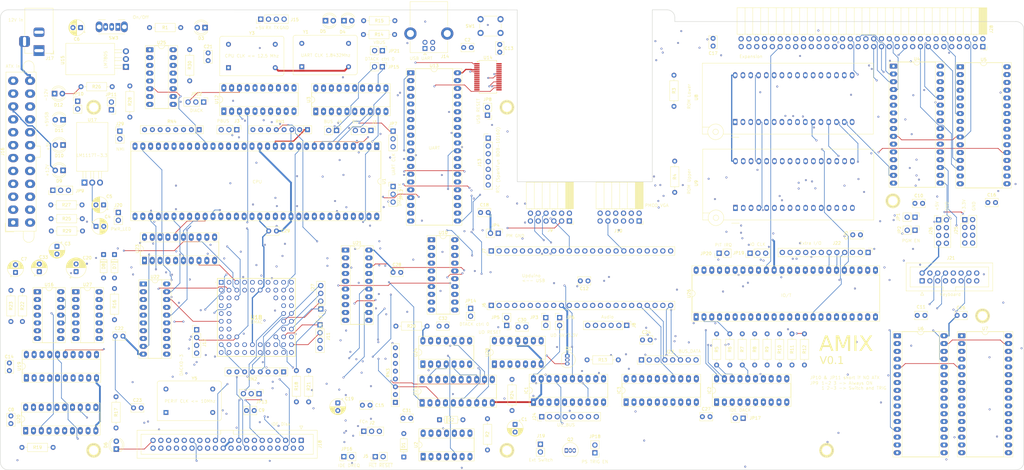
<source format=kicad_pcb>
(kicad_pcb (version 20241229) (generator "pcbnew") (generator_version "9.0")
  (layers (0 "F.Cu" signal) (4 "In1.Cu" signal) (6 "In2.Cu" signal) (2 "B.Cu" signal) (13 "F.Paste" user) (15 "B.Paste" user) (5 "F.SilkS" user "F.Silkscreen") (7 "B.SilkS" user "B.Silkscreen") (1 "F.Mask" user) (3 "B.Mask" user) (25 "Edge.Cuts" user))
  (net 0 "")
  (net 1 "GND")
  (net 2 "Net-(C1-Pad1)")
  (net 3 "Net-(U14-3V3OUT)")
  (net 4 "+12V")
  (net 5 "Net-(JP10-B)")
  (net 6 "Net-(JP11-B)")
  (net 7 "Net-(D7-A)")
  (net 8 "+5V")
  (net 9 "+3.3V")
  (net 10 "Net-(D8-A)")
  (net 11 "Net-(D1-K)")
  (net 12 "~{HALT}")
  (net 13 "~{RESET}")
  (net 14 "Net-(D3-A)")
  (net 15 "Net-(D4-A)")
  (net 16 "Net-(D4-K)")
  (net 17 "Net-(D5-A)")
  (net 18 "Net-(D5-K)")
  (net 19 "/UART + RTC + IDE/~{IDE_LED}")
  (net 20 "Net-(D6-A)")
  (net 21 "+5VSB")
  (net 22 "Net-(D9-K)")
  (net 23 "Net-(D10-K)")
  (net 24 "Net-(D11-K)")
  (net 25 "Net-(D12-A)")
  (net 26 "-12V")
  (net 27 "BUS_REG_NUM3")
  (net 28 "JBUS_RESET_N")
  (net 29 "A4")
  (net 30 "A2")
  (net 31 "BUS_BYTESEL")
  (net 32 "BUS_CS_N")
  (net 33 "A0")
  (net 34 "BUS_REG_NUM1")
  (net 35 "BUS_REG_NUM0")
  (net 36 "A1")
  (net 37 "R{slash}~{W}")
  (net 38 "A3")
  (net 39 "BUS_RD_NWR")
  (net 40 "~{FPGA_CS}")
  (net 41 "BUS_REG_NUM2")
  (net 42 "Net-(IC2-B0)")
  (net 43 "~{FPGA_W}")
  (net 44 "BUS_DATA6")
  (net 45 "BUS_DATA4")
  (net 46 "Net-(IC2-B6)")
  (net 47 "Net-(IC2-B7)")
  (net 48 "Net-(IC2-B3)")
  (net 49 "Net-(IC2-B2)")
  (net 50 "BUS_DATA2")
  (net 51 "BUS_DATA5")
  (net 52 "BUS_DATA1")
  (net 53 "BUS_DATA0")
  (net 54 "BUS_DATA3")
  (net 55 "BUS_DATA7")
  (net 56 "Net-(IC2-B1)")
  (net 57 "Net-(IC2-B4)")
  (net 58 "Net-(IC2-B5)")
  (net 59 "D9")
  (net 60 "D10")
  (net 61 "~{FPGA_R}")
  (net 62 "D8")
  (net 63 "D11")
  (net 64 "D14")
  (net 65 "D13")
  (net 66 "D12")
  (net 67 "D15")
  (net 68 "~{BG}")
  (net 69 "~{BR}")
  (net 70 "~{BGACK}")
  (net 71 "FC0")
  (net 72 "FC1")
  (net 73 "FC2")
  (net 74 "~{VPA}")
  (net 75 "~{VMA}")
  (net 76 "E")
  (net 77 "~{DTACK}")
  (net 78 "~{BERR}")
  (net 79 "UD_5V")
  (net 80 "AUDIO_R")
  (net 81 "PMOD_GND")
  (net 82 "UD_3V3")
  (net 84 "AUDIO_L")
  (net 86 "BUS_RESET_N")
  (net 87 "DV_CLK")
  (net 88 "VGA_G3")
  (net 90 "VGA_G0")
  (net 91 "VGA_B3")
  (net 92 "DV_DE")
  (net 93 "VGA_R1")
  (net 94 "VGA_HS")
  (net 96 "VGA_G2")
  (net 97 "VGA_R2")
  (net 98 "VGA_G1")
  (net 100 "JBODGE_GND")
  (net 101 "VGA_B0")
  (net 102 "UD_IRQ")
  (net 103 "VGA_VS")
  (net 104 "VGA_R0")
  (net 105 "VGA_B2")
  (net 106 "VGA_B1")
  (net 109 "VGA_R3")
  (net 111 "DMAC_PCL2")
  (net 112 "DMAC_PCL0")
  (net 113 "DMAC_PCL3")
  (net 114 "DMAC_PCL1")
  (net 115 "~{DMAC_ACK3}")
  (net 116 "~{DMAC_ACK2}")
  (net 117 "~{DMAC_ACK0}")
  (net 118 "~{DMAC_ACK1}")
  (net 119 "RTC_CIPO")
  (net 120 "RTC_CLK")
  (net 121 "RTC_SQW")
  (net 122 "RTC_COPI")
  (net 123 "RTC_SS")
  (net 124 "USB_D-")
  (net 125 "USB_D+")
  (net 126 "Net-(J14-VBUS)")
  (net 127 "UART_RX")
  (net 128 "UART_TX")
  (net 131 "~{PS_ON}")
  (net 133 "~{IO_W}")
  (net 134 "Net-(J18-Pin_21)")
  (net 135 "~{IDE_IRQ}")
  (net 137 "D3")
  (net 138 "D6")
  (net 139 "D1")
  (net 140 "D2")
  (net 141 "Net-(J18-Pin_29)")
  (net 143 "~{IO_R}")
  (net 145 "D5")
  (net 146 "~{IDE0_CS}")
  (net 147 "D4")
  (net 148 "D0")
  (net 149 "D7")
  (net 150 "Net-(J19-Pin_1)")
  (net 151 "Net-(J20-Pin_1)")
  (net 152 "KYBD_COL_0")
  (net 153 "KYBD_COL_5")
  (net 154 "KYBD_COL_7")
  (net 155 "KYBD_ROW_C")
  (net 156 "KYBD_COL_3")
  (net 157 "KYBD_CAPS_LED")
  (net 158 "KYBD_COL_2")
  (net 159 "KYBD_COL_4")
  (net 160 "KYBD_ROW_B")
  (net 161 "KYBD_COL_1")
  (net 162 "KYBD_CODE_LED")
  (net 163 "KYBD_COL_6")
  (net 164 "KYBD_ROW_D")
  (net 165 "KYBD_ROW_A")
  (net 166 "Net-(J22-Pin_5)")
  (net 167 "Net-(J22-Pin_2)")
  (net 168 "Net-(J22-Pin_9)")
  (net 169 "Net-(J22-Pin_7)")
  (net 170 "Net-(J22-Pin_11)")
  (net 171 "Net-(J22-Pin_12)")
  (net 172 "Net-(J22-Pin_4)")
  (net 173 "Net-(J22-Pin_3)")
  (net 174 "Net-(J22-Pin_6)")
  (net 175 "Net-(J22-Pin_1)")
  (net 176 "Net-(J22-Pin_10)")
  (net 177 "Net-(J22-Pin_8)")
  (net 178 "~{DMAC_REQ3}")
  (net 179 "~{DMAC_REQ2}")
  (net 180 "~{DMAC_REQ1}")
  (net 181 "~{DMAC_REQ0}")
  (net 182 "~{WR_L}")
  (net 183 "~{PGM_L}")
  (net 184 "~{WR_U}")
  (net 185 "~{PGM_U}")
  (net 186 "Net-(JP7-C)")
  (net 187 "UART_CLK")
  (net 188 "PCLK")
  (net 189 "Net-(JP8-B)")
  (net 190 "Net-(JP9-B)")
  (net 191 "Net-(JP12-C)")
  (net 192 "CLK")
  (net 193 "Net-(JP13-C)")
  (net 194 "Net-(JP14-A)")
  (net 195 "Net-(JP15-A)")
  (net 196 "Net-(JP16-B)")
  (net 197 "Net-(JP18-A)")
  (net 198 "Net-(JP19-C)")
  (net 199 "~{IRQ_PIT}")
  (net 200 "~{IACK}")
  (net 201 "Net-(JP22-C)")
  (net 202 "~{DMAC_IACK}")
  (net 203 "Net-(Q1-B)")
  (net 204 "~{IRQX}")
  (net 205 "Net-(Q2-B)")
  (net 206 "Net-(U28A-Q)")
  (net 207 "Net-(U18-~{DDIR})")
  (net 208 "Net-(U18-~{DBEN})")
  (net 209 "Net-(U18-~{HIBYTE})")
  (net 210 "PS_TRIG")
  (net 211 "~{DMAC_BEC0}")
  (net 212 "~{DMAC_BEC2}")
  (net 213 "~{DMAC_BEC1}")
  (net 214 "~{DMAC_UAS}")
  (net 215 "~{DMAC_OWN}")
  (net 216 "~{DTC}")
  (net 217 "~{UDS}")
  (net 218 "~{LDS}")
  (net 219 "~{AS}")
  (net 220 "~{DMAC_IRQ}")
  (net 221 "A19")
  (net 222 "A17")
  (net 223 "A23")
  (net 224 "A6")
  (net 225 "A10")
  (net 226 "A14")
  (net 227 "A15")
  (net 228 "A21")
  (net 229 "A9")
  (net 230 "A11")
  (net 231 "A12")
  (net 232 "A5")
  (net 233 "A13")
  (net 234 "A20")
  (net 235 "~{IPL1}")
  (net 236 "A7")
  (net 237 "A16")
  (net 238 "~{IPL0}")
  (net 239 "A22")
  (net 240 "A8")
  (net 241 "~{IPL2}")
  (net 242 "A18")
  (net 243 "~{RD_L}")
  (net 244 "~{RAM0_L_CS}")
  (net 245 "~{RD_U}")
  (net 246 "~{RAM0_U_CS}")
  (net 247 "~{RAM1_L_CS}")
  (net 248 "~{RAM1_U_CS}")
  (net 249 "~{UART_CS}")
  (net 252 "IRQ_UART")
  (net 253 "Net-(U13-RCLK)")
  (net 257 "RESET")
  (net 274 "Net-(U22-LE)")
  (net 275 "Net-(U2-Pad1)")
  (net 276 "~{IRQ_UART}")
  (net 277 "~{ROM_L_CS}")
  (net 278 "IO{slash}~{M}")
  (net 279 "~{ROM_U_CS}")
  (net 287 "~{PPI_CS}")
  (net 288 "~{DMAC_CS}")
  (net 297 "Net-(U16A-C)")
  (net 298 "Net-(U16A-~{S})")
  (net 300 "Net-(U16A-D)")
  (net 302 "DMAC_A14{slash}D6")
  (net 303 "DMAC_A9{slash}D1")
  (net 304 "DMAC_A22{slash}D14")
  (net 305 "DMAC_A10{slash}D2")
  (net 306 "DMAC_A21{slash}D13")
  (net 307 "DMAC_A20{slash}D12")
  (net 308 "DMAC_A18{slash}D10")
  (net 309 "DMAC_A8{slash}D0")
  (net 310 "DMAC_A19{slash}D11")
  (net 311 "DMAC_A23{slash}D15")
  (net 312 "DMAC_A17{slash}D9")
  (net 313 "DMAC_A16{slash}D8")
  (net 314 "DMAC_A15{slash}D7")
  (net 315 "DMAC_A11{slash}D3")
  (net 316 "DMAC_A12{slash}D4")
  (net 317 "DMAC_A13{slash}D5")
  (net 328 "Net-(U27-Pad4)")
  (net 336 "~{IRQ_6}")
  (net 337 "~{IRQ_5}")
  (net 338 "~{IRQ_7}")
  (footprint "Connector_PinHeader_2.54mm:PinHeader_1x08_P2.54mm_Vertical" (layer "F.Cu") (at 251.17 179.25 90)
    (property "Reference" "J23")
    (property "Value" "Conn_01x08_Pin")
  )
  (footprint "Capacitor_THT:C_Rect_L4.0mm_W2.5mm_P2.50mm" (layer "F.Cu") (at 233.75 153.5 180)
    (property "Reference" "C12")
    (property "Value" "100nF")
  )
  (footprint "Connector_PinHeader_2.54mm:PinHeader_2x04_P2.54mm_Vertical" (layer "F.Cu") (at 347.96 133.63)
    (property "Reference" "J26")
    (property "Value" "Conn_02x04_Odd_Even" (hide yes))
  )
  (footprint "Connector_USB:USB_B_Lumberg_2411_02_Horizontal" (layer "F.Cu") (at 180.65 77.7875 90)
    (property "Reference" "J14")
    (property "Value" "USB_B")
  )
  (footprint "Capacitor_THT:CP_Radial_D5.0mm_P2.50mm" (layer "F.Cu") (at 68.4551 71 180)
    (property "Reference" "C6")
    (property "Value" "1uF")
  )
  (footprint "Capacitor_THT:C_Rect_L4.0mm_W2.5mm_P2.50mm" (layer "F.Cu") (at 205 79 90)
    (property "Reference" "C13")
    (property "Value" "100nF")
  )
  (footprint "Package_DIP:DIP-14_W7.62mm_Socket_LongPads" (layer "F.Cu") (at 180.05 210.75 90)
    (property "Reference" "U2")
    (property "Value" "74HC14")
  )
  (footprint "Oscillator:Oscillator_DIP-14" (layer "F.Cu") (at 116.63 84.06)
    (property "Reference" "Y3")
    (property "Value" "12Mhz")
  )
  (footprint "LED_THT:LED_D4.0mm" (layer "F.Cu") (at 62.75 109.25 180)
    (property "Reference" "D10")
    (property "Value" "LED_+5")
  )
  (footprint "Package_DIP:DIP-14_W7.62mm_Socket_LongPads" (layer "F.Cu") (at 54.38 157.05)
    (property "Reference" "U16")
    (property "Value" "74HC74")
  )
  (footprint "Resistor_THT:R_Axial_DIN0207_L6.3mm_D2.5mm_P10.16mm_Horizontal" (layer "F.Cu") (at 69 133.25 180)
    (property "Reference" "R25")
    (property "Value" "680")
  )
  (footprint "Capacitor_THT:C_Rect_L4.0mm_W2.5mm_P2.50mm" (layer "F.Cu") (at 251.5 172.75)
    (property "Reference" "C24")
    (property "Value" "100nF")
  )
  (footprint "Resistor_THT:R_Axial_DIN0207_L6.3mm_D2.5mm_P10.16mm_Horizontal" (layer "F.Cu") (at 243.61 179.23 180)
    (property "Reference" "R13")
    (property "Value" "150k")
  )
  (footprint "Package_DIP:DIP-20_W7.62mm_Socket_LongPads" (layer "F.Cu") (at 182.75 140.11)
    (property "Reference" "U10")
    (property "Value" "GAL16V8")
  )
  (footprint "My_Components:Hole_3mm" (layer "F.Cu") (at 333.07 127.43)
    (property "Reference" "HOLE3" (hide yes))
    (property "Value" "HOLE" (hide yes))
  )
  (footprint "Connector_PinHeader_2.54mm:PinHeader_1x03_P2.54mm_Vertical" (layer "F.Cu") (at 119.33 104.25 -90)
    (property "Reference" "J3")
    (property "Value" "PRF")
  )
  (footprint "Connector_PinHeader_2.54mm:PinHeader_1x02_P2.54mm_Vertical" (layer "F.Cu") (at 166.75 83.75 -90)
    (property "Reference" "JP15")
    (property "Value" "DTACK ctrl 0")
  )
  (footprint "Capacitor_THT:C_Rect_L4.0mm_W2.5mm_P2.50mm" (layer "F.Cu") (at 322.5 138.5 180)
    (property "Reference" "C25")
    (property "Value" "100nF")
  )
  (footprint "Capacitor_THT:CP_Radial_D5.0mm_P2.50mm" (layer "F.Cu") (at 47.25 150.75 90)
    (property "Reference" "C7")
    (property "Value" "10uF")
  )
  (footprint "Package_DIP:DIP-20_W7.62mm_Socket_LongPads" (layer "F.Cu") (at 115.12 98.25 90)
    (property "Reference" "U12")
    (property "Value" "GAL16V8")
  )
  (footprint "Diode_THT:D_DO-35_SOD27_P7.62mm_Horizontal" (layer "F.Cu") (at 185.38 198.75)
    (property "Reference" "D2")
    (property "Value" "D")
  )
  (footprint "Button_Switch_THT:SW_PUSH_6mm" (layer "F.Cu") (at 198.75 68.25)
    (property "Reference" "SW1")
    (property "Value" "Reset")
  )
  (footprint "Package_DIP:DIP-20_W7.62mm_Socket_LongPads" (layer "F.Cu") (at 50.79 185.12 90)
    (property "Reference" "U19")
    (property "Value" "74HC245")
  )
  (footprint "LED_THT:LED_D4.0mm" (layer "F.Cu") (at 154.25 68.75)
    (property "Reference" "D4")
    (property "Value" "LED")
  )
  (footprint "Package_DIP:DIP-64_W22.86mm_Socket_LongPads" (layer "F.Cu") (at 164.93 109.64 -90)
    (property "Reference" "U1")
    (property "Value" "MC68010P")
  )
  (footprint "Resistor_THT:R_Axial_DIN0207_L6.3mm_D2.5mm_P10.16mm_Horizontal" (layer "F.Cu") (at 68.59 90.25)
    (property "Reference" "R26")
    (property "Value" "680")
  )
  (footprint "Resistor_THT:R_Array_SIP8" (layer "F.Cu") (at 142.37 104.25 180)
    (property "Reference" "RN1")
    (property "Value" "R_Network07")
  )
  (footprint "Connector_BarrelJack:BarrelJack_Horizontal" (layer "F.Cu") (at 54.9 78.5 -90)
    (property "Reference" "J17")
    (property "Value" "12V in if NO ATX")
  )
  (footprint "Capacitor_THT:CP_Radial_D5.0mm_P2.50mm" (layer "F.Cu") (at 73.5 135.75)
    (property "Reference" "C4")
    (property "Value" "1uF")
  )
  (footprint "Resistor_THT:R_Axial_DIN0207_L6.3mm_D2.5mm_P10.16mm_Horizontal" (layer "F.Cu") (at 49.5 156.59 -90)
    (property "Reference" "R22")
    (property "Value" "10k")
  )
  (footprint "Capacitor_THT:C_Rect_L4.0mm_W2.5mm_P2.50mm" (layer "F.Cu") (at 160.25 194)
    (property "Reference" "C15")
    (property "Value" "100nF")
  )
  (footprint "My_Components:Hole_3mm" (layer "F.Cu") (at 72.72 208.71)
    (property "Reference" "HOLE4" (hide yes))
    (property "Value" "HOLE" (hide yes))
  )
  (footprint "LED_THT:LED_D4.0mm" (layer "F.Cu") (at 80.09 208.295 90)
    (property "Reference" "D6")
    (property "Value" "LED")
  )
  (footprint "My_Components:Hole_3mm" (layer "F.Cu") (at 311.48 208.71)
    (property "Reference" "HOLE6" (hide yes))
    (property "Value" "HOLE" (hide yes))
  )
  (footprint "Diode_THT:D_DO-35_SOD27_P7.62mm_Horizontal" (layer "F.Cu") (at 75.95 144.94 -90)
    (property "Reference" "D8")
    (property "Value" "1N4148")
  )
  (footprint "Resistor_THT:R_Axial_DIN0207_L6.3mm_D2.5mm_P10.16mm_Horizontal" (layer "F.Cu") (at 279.95 180.91 90)
    (property "Reference" "R6")
    (property "Value" "R")
  )
  (footprint "Package_DIP:DIP-20_W7.62mm_Socket_LongPads" (layer "F.Cu") (at 88.88 154.51)
    (property "Reference" "U22")
    (property "Value" "74HC373")
  )
  (footprint "Package_TO_SOT_THT:TO-220-3_Horizontal_TabDown" (layer "F.Cu") (at 83.23 83.79 90)
    (property "Reference" "U15")
    (property "Value" "LM7805_TO220")
  )
  (footprint "Capacitor_THT:C_Rect_L4.0mm_W2.5mm_P2.50mm" (layer "F.Cu") (at 45.75 197.5 -90)
    (property "Reference" "C8")
    (property "Value" "100nF")
  )
  (footprint "Connector_PinHeader_2.54mm:PinHeader_1x02_P2.54mm_Vertical" (layer "F.Cu") (at 164.46 210.75 90)
    (property "Reference" "J5")
    (property "Value" "HLT and RESET")
  )
  (footprint "Connector_PinHeader_2.54mm:PinHeader_1x04_P2.54mm_Vertical" (layer "F.Cu") (at 106.25 169.42)
    (property "Reference" "J12")
    (property "Value" "Conn_01x04_Pin")
  )
  (footprint "Resistor_THT:R_Axial_DIN0207_L6.3mm_D2.5mm_P10.16mm_Horizontal" (layer "F.Cu") (at 68.91 128.75 180)
    (property "Reference" "R27")
    (property "Value" "330")
  )
  (footprint "Connector_PinHeader_2.54mm:PinHeader_1x02_P2.54mm_Vertical" (layer "F.Cu") (at 276.46 144.5 90)
    (property "Reference" "JP20")
    (property "Value" "Jumper_2_Bridged")
  )
  (footprint "Capacitor_THT:C_Rect_L4.0mm_W2.5mm_P2.50mm" (layer "F.Cu") (at 45.25 182.75 90)
    (property "Reference" "C14")
    (property "Value" "100nF")
  )
  (footprint "Capacitor_THT:C_Rect_L4.0mm_W2.5mm_P2.50mm" (layer "F.Cu") (at 185.25 168.25)
    (property "Reference" "C32")
    (property "Value" "100nF")
  )
  (footprint "Capacitor_THT:C_Rect_L4.0mm_W2.5mm_P2.50mm" (layer "F.Cu") (at 110 81.75 90)
    (property "Reference" "C21")
    (property "Value" "100nF")
  )
  (footprint "Package_DIP:DIP-20_W7.62mm_Socket_LongPads" (layer "F.Cu") (at 275.64 193 90)
    (property "Reference" "IC2")
    (property "Value" "74HCT245")
  )
  (footprint "Connector_PinHeader_2.54mm:PinHeader_1x02_P2.54mm_Vertical" (layer "F.Cu") (at 284.275 198.25 -90)
    (property "Reference" "JP17")
    (property "Value" "DMAAC_ACK0 = IDE")
  )
  (footprint "Package_DIP:DIP-16_W7.62mm_Socket_LongPads" (layer "F.Cu") (at 91 78.22)
    (property "Reference" "U25")
    (property "Value" "74LS148")
  )
  (footprint "Capacitor_THT:C_Rect_L4.0mm_W2.5mm_P2.50mm" (layer "F.Cu") (at 79.75 171.5)
    (property "Reference" "C22")
    (property "Value" "100nF")
  )
  (footprint "Connector_PinHeader_2.54mm:PinHeader_1x06_P2.54mm_Vertical" (layer "F.Cu") (at 246.35 168 -90)
    (property "Reference" "J8")
    (property "Value" "Conn_01x06_Pin")
  )
  (footprint "Connector_PinHeader_2.54mm:PinHeader_1x03_P2.54mm_Vertical" (layer "F.Cu") (at 170.25 104.71)
    (property "Reference" "JP7")
    (property "Value" "Jumper_3_Bridged12")
  )
  (footprint "Connector_PinSocket_2.54mm:PinSocket_2x32_P2.54mm_Horizontal" (layer "F.Cu") (at 362.375 77.185 -90)
    (property "Reference" "J28")
    (property "Value" "Conn_02x32_Odd_Even")
  )
  (footprint "Connector_PinHeader_2.54mm:PinHeader_1x02_P2.54mm_Vertical" (layer "F.Cu") (at 154.225 210.75 90)
    (property "Reference" "JP16")
    (property "Value" "DMAAC_REQ0 = IDE" (hide yes))
  )
  (footprint "Capacitor_THT:C_Rect_L4.0mm_W2.5mm_P2.50mm" (layer "F.Cu") (at 274.5 74.5 -90)
    (property "Reference" "C17")
    (property "Value" "100nF")
  )
  (footprint "Capacitor_THT:C_Rect_L4.0mm_W2.5mm_P2.50mm" (layer "F.Cu") (at 129.75 137.25)
    (property "Reference" "C29")
    (property "Value" "100nF")
  )
  (footprint "LED_THT:LED_D4.0mm" (layer "F.Cu") (at 62.75 117.5 180)
    (property "Reference" "D9")
    (property "Value" "LED_+12")
  )
  (footprint "Connector_PinHeader_2.54mm:PinHeader_1x03_P2.54mm_Vertical" (layer "F.Cu") (at 160.71 202.5 90)
    (property "Reference" "J2")
    (property "Value" "FCx")
  )
  (footprint "Connector_PinHeader_2.54mm:PinHeader_1x02_P2.54mm_Vertical" (layer "F.Cu") (at 340.275 132.75 -90)
    (property "Reference" "JP1")
    (property "Value" "Jumper_2_Open" (hide yes))
  )
  (footprint "Connector_Molex:Molex_Mini-Fit_Jr_5566-24A2_2x12_P4.20mm_Vertical" (layer "F.Cu") (at 46.5 134.5 90)
    (property "Reference" "J16")
    (property "Value" "ATX-24 - IF NO 12V in")
  )
  (footprint "Capacitor_THT:C_Rect_L4.0mm_W2.5mm_P2.50mm" (layer "F.Cu") (at 198.75 131.25)
    (property "Reference" "C18")
    (property "Value" "100nF")
  )
  (footprint "Resistor_THT:R_Axial_DIN0207_L6.3mm_D2.5mm_P10.16mm_Horizontal" (layer "F.Cu") (at 262 114.5 -90)
    (property "Reference" "R4")
    (property "Value" "10k")
  )
  (footprint "Capacitor_THT:C_Rect_L4.0mm_W2.5mm_P2.50mm" (layer "F.Cu") (at 213.5 168.5 180)
    (property "Reference" "C30")
    (property "Value" "100nF")
  )
  (footprint "Connector_PinSocket_2.54mm:PinSocket_2x06_P2.54mm_Horizontal" (layer "F.Cu") (at 227.7 134 -90)
    (property "Reference" "J9")
    (property "Value" "PMOD_TOP")
  )
  (footprint "Package_DIP:DIP-32_W15.24mm_Socket_LongPads" (layer "F.Cu") (at 355.49 171.38)
    (property "Reference" "U7")
    (property "Value" "AS6C4008-55PCN")
  )
  (footprint "Package_DIP:DIP-32_W15.24mm_Socket_LongPads" (layer "F.Cu") (at 333.26 83.56)
    (property "Reference" "U4")
    (property "Value" "AS6C4008-55PCN")
  )
  (footprint "Connector_PinHeader_2.54mm:PinHeader_1x02_P2.54mm_Vertical" (layer "F.Cu") (at 81.25 104.71)
    (property "Reference" "J29")
    (property "Value" "NMI")
  )
  (footprint "Socket:DIP_Socket-32_W11.9_W12.7_W15.24_W17.78_W18.5_3M_232-1285-00-0602J" (layer "F.Cu") (at 281.78 129.7425 90)
    (property "Reference" "U9")
    (property "Value" "SST39SF040")
  )
  (footprint "Package_TO_SOT_THT:TO-220-3_Horizontal_TabDown" (layer "F.Cu") (at 69.71 121.48)
    (property "Reference" "U17")
    (property "Value" "LM1117T-3.3")
  )
  (footprint "Resistor_THT:R_Axial_DIN0207_L6.3mm_D2.5mm_P10.16mm_Horizontal" (layer "F.Cu") (at 300.2 180.91 90)
    (property "Reference" "R11")
    (property "Value" "R")
  )
  (footprint "Connector_PinHeader_2.54mm:PinHeader_1x02_P2.54mm_Vertical" (layer "F.Cu") (at 78.5 97.79 180)
    (property "Reference" "JP11")
    (property "Value" "Close only if NO ATX")
  )
  (footprint "Connector_PinHeader_2.54mm:PinHeader_1x04_P2.54mm_Vertical" (layer "F.Cu") (at 146.45 167.84)
    (property "Reference" "J11")
    (property "Value" "Conn_01x04_Pin")
  )
  (footprint "Capacitor_THT:C_Rect_L4.0mm_W2.5mm_P2.50mm" (layer "F.Cu") (at 354 164.75)
    (property "Reference" "C26")
    (property "Value" "100nF")
  )
  (footprint "Resistor_THT:R_Axial_DIN0207_L6.3mm_D2.5mm_P10.16mm_Horizontal" (layer "F.Cu") (at 69.08 137.25 180)
    (property "Reference" "R29")
    (property "Value" "330")
  )
  (footprint "Capacitor_THT:C_Rect_L4.0mm_W2.5mm_P2.50mm" (layer "F.Cu") (at 122.5 195.75)
    (property "Reference" "C9")
    (property "Value" "100nF")
  )
  (footprint "Connector_PinHeader_2.54mm:PinHeader_1x02_P2.54mm_Vertical" (layer "F.Cu") (at 67.5 94.975)
    (property "Reference" "JP10")
    (property "Value" "Close only if NO ATX")
  )
  (footprint "Capacitor_THT:CP_Radial_D5.0mm_P2.50mm" (layer "F.Cu") (at 210 200.25 -90)
    (property "Reference" "C1")
    (property "Value" "C_Polarized")
  )
  (footprint "Connector_PinHeader_2.54mm:PinHeader_1x02_P2.54mm_Vertical" (layer "F.Cu") (at 220 165.475)
    (property "Reference" "JP3")
    (property "Value" "Jumper")
  )
  (footprint "Connector_PinHeader_2.54mm:PinHeader_1x02_P2.54mm_Vertical" (layer "F.Cu") (at 201 99.525 180)
    (property "Reference" "JP8")
    (property "Value" "Jumper_2_Open")
  )
  (footprint "Connector_PinHeader_2.54mm:PinHeader_1x03_P2.54mm_Vertical" (layer "F.Cu") (at 126.58 190.25 -90)
    (property "Reference" "JP13")
    (property "Value" "DTACK_Pull UP/DOWN")
  )
  (footprint "Connector_PinHeader_2.54mm:PinHeader_1x12_P2.54mm_Vertical" (layer "F.Cu") (at 324.99 144.25 -90)
    (property "Reference" "J22")
    (property "Value" "PPI")
  )
  (footprint "Package_TO_SOT_THT:TO-92_Inline" (layer "F.Cu") (at 226.71 208.75)
    (property "Reference" "Q2")
    (property "Value" "2N3904")
  )
  (footprint "Connector_PinHeader_2.54mm:PinHeader_1x02_P2.54mm_Vertical" (layer "F.Cu") (at 340.275 137 -90)
    (property "Reference" "JP2")
    (property "Value" "Jumper_2_Open" (hide yes))
  )
  (footprint "Resistor_THT:R_Axial_DIN0207_L6.3mm_D2.5mm_P10.16mm_Horizontal" (layer "F.Cu") (at 138.75 192.91 90)
    (property "Reference" "R18")
    (property "Value" "10k")
  )
  (footprint "Package_DIP:DIP-14_W7.62mm_Socket_LongPads" (layer "F.Cu") (at 179.96 180.62 90)
    (property "Reference" "U24")
    (property "Value" "74LS32")
  )
  (footprint "Package_SO:SSOP-28_5.3x10.2mm_P0.65mm" (layer "F.Cu") (at 201.15 87.025)
    (property "Reference" "U14")
    (property "Value" "FT232RL")
  )
  (footprint "Capacitor_THT:C_Rect_L4.0mm_W2.5mm_P2.50mm" (layer "F.Cu") (at 193.25 77.5)
    (property "Reference" "C2")
    (property "Value" "1uF")
  )
  (footprint "Resistor_THT:R_Axial_DIN0207_L6.3mm_D2.5mm_P10.16mm_Horizontal" (layer "F.Cu") (at 142.75 182.75 -90)
    (property "Reference" "R21")
    (property "Value" "10k")
  )
  (footprint "Resistor_THT:R_Array_SIP8" (layer "F.Cu") (at 134.61 183.15 180)
    (property "Reference" "RN2")
    (property "Value" "R_Network07")
  )
  (footprint "Capacitor_THT:CP_Radial_D5.0mm_P2.50mm" (layer "F.Cu") (at 55 150.5 90)
    (property "Reference" "C33")
    (property "Value" "1uF")
  )
  (footprint "Connector_PinHeader_2.54mm:PinHeader_1x04_P2.54mm_Vertical" (layer "F.Cu") (at 127.13 68.25 90)
    (property "Reference" "J15")
    (property "Value" "Conn_01x04_Pin")
  )
  (footprint "Package_DIP:DIP-20_W7.62mm_Socket_LongPads" (layer "F.Cu") (at 89.26 146.87 90)
    (property "Reference" "U23")
    (property "Value" "74HC373")
  )
  (footprint "Connector_PinHeader_2.54mm:PinHeader_1x02_P2.54mm_Vertical" (layer "F.Cu") (at 166.775 78.5 -90)
    (property "Reference" "JP21")
    (property "Value" "Jumper_2_Open")
  )
  (footprint "Connector_PinHeader_2.54mm:PinHeader_1x02_P2.54mm_Vertical" (layer "F.Cu") (at 218.25 206.71)
    (property "Reference" "J19")
    (property "Value" "ExtPWRON")
  )
  (footprint "Capacitor_THT:C_Rect_L4.0mm_W2.5mm_P2.50mm" (layer "F.Cu") (at 173.5 198.25)
    (property "Reference" "C31")
    (property "Value" "100nF")
  )
  (footprint "Connector_IDC:IDC-Header_2x20_P2.54mm_Vertical" (layer "F.Cu") (at 140.32 205.46 -90)
    (property "Reference" "J18")
    (property "Value" "IDE 40 pin")
  )
  (footprint "Resistor_THT:R_Array_SIP8" (layer "F.Cu") (at 107.08 104.25 180)
    (property "Reference" "RN4")
    (property "Value" "R_Network07")
  )
  (footprint "Resistor_THT:R_Axial_DIN0207_L6.3mm_D2.5mm_P10.16mm_Horizontal" (layer "F.Cu") (at 304.25 180.91 90)
    (property "Reference" "R12")
    (property "Value" "R")
  )
  (footprint "Package_DIP:DIP-20_W7.62mm_Socket_LongPads" (layer "F.Cu") (at 154.75 143.47)
    (property "Reference" "U21")
    (property "Value" "74HC245")
  )
  (footprint "Capacitor_THT:C_Rect_L4.0mm_W2.5mm_P2.50mm" (layer "F.Cu") (at 85.71 194.88)
    (property "Reference" "C23")
    (property "Value" "100nF")
  )
  (footprint "Resistor_THT:R_Axial_DIN0207_L6.3mm_D2.5mm_P10.16mm_Horizontal" (layer "F.Cu") (at 79.5 166.16 90)
    (property "Reference" "R16")
    (property "Value" "10k")
  )
  (footprint "Button_Switch_THT:SW_Slide_SPDT_Angled_CK_OS102011MA1Q" (layer "F.Cu") (at 80.6 70.75 180)
    (property "Reference" "SW3")
    (property "Value" "SW_SPDT")
  )
  (footprint "Capacitor_THT:C_Rect_L4.0mm_W2.5mm_P2.50mm" (layer "F.Cu") (at 340.25 128.25)
    (property "Reference" "C10")
    (property "Value" "100nF")
  )
  (footprint "Connector_PinHeader_2.54mm:PinHeader_1x07_P2.54mm_Vertical" (layer "F.Cu") (at 201.25 107.01)
    (property "Reference" "J13")
    (property "Value" "RTC (SparkFun BOB-10160)")
  )
  (footprint "Connector_PinHeader_2.54mm:PinHeader_1x03_P2.54mm_Vertical" (layer "F.Cu") (at 59.42 124 90)
    (property "Reference" "JP9")
    (property "Value" "1-2 3 - > Always ON, 1 2-3  -> Enabled On/Off")
  )
  (footprint "Resistor_THT:R_Axial_DIN0207_L6.3mm_D2.5mm_P10.16mm_Horizontal" (layer "F.Cu") (at 80 201.41 90)
    (property "Reference" "R17")
    (property "Value" "1k")
  )
  (footprint "LED_THT:LED_D4.0mm" (layer "F.Cu") (at 148.23 68.75)
    (property "Reference" "D5")
    (property "Value" "LED")
  )
  (footprint "Connector_PinHeader_2.54mm:PinHeader_1x03_P2.54mm_Vertical" (layer "F.Cu") (at 108.54 95.25 -90)
    (property "Reference" "JP22")
    (property "Value" "Jumper_3_Bridged12")
  )
  (footprint "Package_DIP:DIP-40_W15.24mm_Socket_LongPads" (layer "F.Cu") (at 176 85.73)
    (property "Reference" "U13")
    (property "Value" "16550")
  )
  (footprint "Connector_PinHeader_2.54mm:PinHeader_1x02_P2.54mm_Vertical" (layer "F.Cu") (at 236 209.525 180)
    (property "Reference" "JP18")
    (property "Value" "Jumper_2_Bridged")
  )
  (footprint "Package_DIP:DIP-20_W7.62mm_Socket_LongPads" (layer "F.Cu") (at 50.57 202.31 90)
    (property "Reference" "U20")
    (property "Value" "74HC245")
  )
  (footprint "Capacitor_THT:C_Rect_L4.0mm_W2.5mm_P2.50mm" (layer "F.Cu") (at 343.5 164.75 180)
    (property "Reference" "C11")
    (property "Value" "100nF")
  )
  (footprint "Resistor_THT:R_Axial_DIN0207_L6.3mm_D2.5mm_P10.16mm_Horizontal" (layer "F.Cu") (at 59.5 207.75 180)
    (property "Reference" "R19")
    (property "Value" "10k")
  )
  (footprint "Resistor_THT:R_Axial_DIN0207_L6.3mm_D2.5mm_P10.16mm_Horizontal" (layer "F.Cu") (at 84.5 100.16 90)
    (property "Reference" "R28")
    (property "Value" "330")
  )
  (footprint "Capacitor_THT:C_Rect_L4.0mm_W2.5mm_P2.50mm" (layer "F.Cu") (at 271 197.75)
    (property "Reference" "C27")
    (property "Value" "100nF")
  )
  (footprint "Resistor_THT:R_Axial_DIN0207_L6.3mm_D2.5mm_P10.16mm_Horizontal" (layer "F.Cu") (at 160.59 73.25)
    (property "Reference" "R14")
    (property "Value" "1k")
  )
  (footprint "Socket:DIP_Socket-32_W11.9_W12.7_W15.24_W17.78_W18.5_3M_232-1285-00-0602J" (layer "F.Cu") (at 281.68 101.75 90)
    (property "Reference" "U8")
    (property "Value" "SST39SF040")
  )
  (footprint "Connector_PinHeader_2.54mm:PinHeader_1x03_P2.54mm_Vertical" (layer "F.Cu") (at 163.04 104.5 -90)
    (property "Reference" "J1")
    (property "Value" "BG")
  )
  (footprint "My_Components:Hole_3mm" (layer "F.Cu") (at 72.72 96.95)
    (property "Reference" "HOLE1" (hide yes))
    (property "Value" "HOLE" (hide yes))
  )
  (footprint "My_Components:Hole_3mm" (layer "F.Cu") (at 207.34 208.71)
    (property "Reference" "HOLE5" (hide yes))
    (property "Value" "HOLE" (hide yes))
  )
  (footprint "Oscillator:Oscillator_DIP-14" (layer "F.Cu") (at 140.51 83.75)
    (property "Reference" "Y1")
    (property "Value" "1.8432Mhz")
  )
  (footprint "LED_THT:LED_D4.0mm" (layer "F.Cu") (at 59.98 92.5)
    (property "Reference" "D12")
    (property "Value" "LED_-12")
  )
  (footprint "Package_TO_SOT_THT:TO-92_Inline" (layer "F.Cu") (at 227 177.96 -90)
    (property "Reference" "Q1")
    (property "Value" "2N3904")
  )
  (footprint "Package_DIP:DIP-20_W7.62mm_Socket_LongPads" (layer "F.Cu") (at 179.72 193.25 90)
    (property "Reference" "U11")
    (property "Value" "GAL16V8")
  )
  (footprint "Capacitor_THT:CP_Radial_D5.0mm_P2.50mm" (layer "F.Cu") (at 75.9551 128.75 180)
    (property "Reference" "C5")
    (property "Value" "10uF")
  )
  (footprint "Connector_PinHeader_2.54mm:PinHeader_1x24_P2.54mm_Vertical" (layer "F.Cu") (at 202.25 161.5 90)
    (property "Reference" "J6")
    (property "Value" "Upduino_LHS")
  )
  (footprint "LED_THT:LED_D4.0mm" (layer "F.Cu") (at 62.75 101.02 180)
    (property "Reference" "D11")
    (property "Value" "LED_+5SB")
  )
  (footprint "Connector_PinHeader_2.54mm:PinHeader_1x02_P2.54mm_Vertical" (layer "F.Cu") (at 207.25 168.025 180)
    (property "Reference" "JP5")
    (property "Value" "Jumper")
  )
  (footprint "Capacitor_THT:CP_Radial_D5.0mm_P2.50mm" (layer "F.Cu") (at 60.75 142.25 -90)
    (property "Reference" "C3")
    (property "Value" "10uF")
  )
  (footprint "Package_DIP:DIP-32_W15.24mm_Socket_LongPads" (layer "F.Cu") (at 355 83.77)
    (property "Reference" "U5")
    (property "Value" "AS6C4008-55PCN")
  )
  (footprint "Resistor_THT:R_Axial_DIN0207_L6.3mm_D2.5mm_P10.16mm_Horizontal" (layer "F.Cu") (at 275.65 180.925 90)
    (property "Reference" "R5")
    (property "Value" "R")
  )
  (footprint "Package_DIP:DIP-20_W7.62mm_Socket_LongPads" (layer "F.Cu") (at 246.18 193 90)
    (property "Reference" "IC3")
    (property "Value" "74HCT245")
  )
  (footprint "LED_THT:LED_D4.0mm" (layer "F.Cu") (at 109 71 180)
    (property "Reference" "D3")
    (property "Value" "LED")
  )
  (footprint "Diode_THT:D_DO-35_SOD27_P7.62mm_Horizontal" (layer "F.Cu") (at 173.75 210.87 90)
    (property "Reference" "D1")
    (property "Value" "D")
  )
  (footprint "Oscillator:Oscillator_DIP-14" (layer "F.Cu") (at 96.26 196.37)
    (property "Reference" "Y5")
    (property "Value" "10Mhz")
  )
  (footprint "Connector_PinSocket_2.54mm:PinSocket_2x06_P2.54mm_Horizontal" (layer "F.Cu") (at 250.4 134 -90)
    (property "Reference" "J10")
    (property "Value" "PMOD_BOTTOM")
  )
  (footprint "Resistor_THT:R_Axial_DIN0207_L6.3mm_D2.5mm_P10.16mm_Horizontal" (layer "F.Cu") (at 284 180.91 90)
    (property "Reference" "R7")
    (property "Value" "R")
  )
  (footprint "Diode_THT:D_DO-35_SOD27_P7.62mm_Horizontal" (layer "F.Cu") (at 79.5 144.94 -90)
    (property "Reference" "D7")
    (property "Value" "1N4148")
  )
  (footprint "Resistor_THT:R_Axial_DIN0207_L6.3mm_D2.5mm_P10.16mm_Horizontal" (layer "F.Cu") (at 171.17 168.25)
    (property "Reference" "R20")
    (property "Value" "10k")
  )
  (footprint "Resistor_THT:R_Array_SIP8" (layer "F.Cu") (at 171 193.08 90)
    (property "Reference" "RN3")
    (property "Value" "R_Network07")
  )
  (footprint "Resistor_THT:R_Axial_DIN0207_L6.3mm_D2.5mm_P10.16mm_Horizontal" (layer "F.Cu") (at 288.05 180.91 90)
    (property "Reference" "R8")
    (property "Value" "R")
  )
  (footprint "Connector_PinHeader_2.54mm:PinHeader_1x02_P2.54mm_Vertical" (layer "F.Cu") (at 195.5 162.475)
    (property "Reference" "JP14")
    (property "Value" "DTACK ctrl 0")
  )
  (footprint "Resistor_THT:R_Axial_DIN0207_L6.3mm_D2.5mm_P10.16mm_Horizontal" (layer "F.Cu") (at 104 78.17 -90)
    (property "Reference" "R30")
    (property "Value" "10k")
  )
  (footprint "Connector_IDC:IDC-Header_2x08_P2.54mm_Vertical" (layer "F.Cu") (at 342.59 153.5 90)
    (property "Reference" "J21")
    (property "Value" "Conn_02x08_Odd_Even")
  )
  (footprint "Resistor_THT:R_Axial_DIN0207_L6.3mm_D2.5mm_P10.16mm_Horizontal" (layer "F.Cu") (at 45.75 166.75 90)
    (property "Reference" "R23")
    (property "Value" "470")
  )
  (footprint "Resistor_THT:R_Axial_DIN0207_L6.3mm_D2.5mm_P10.16mm_Horizontal" (layer "F.Cu") (at 90.92 71)
    (property "Reference" "R1")
    (property "Value" "1k")
  )
  (footprint "Resistor_THT:R_Axial_DIN0207_L6.3mm_D2.5mm_P10.16mm_Horizontal" (layer "F.Cu") (at 160.67 68.75)
    (property "Reference" "R15")
    (property "Value" "1k")
  )
  (footprint "Resistor_THT:R_Axial_DIN0207_L6.3mm_D2.5mm_P10.16mm_Horizontal" (layer "F.Cu") (at 296.15 180.91 90)
    (property "Reference" "R10")
    (property "Value" "R")
  )
  (footprint "Connector_PinHeader_2.54mm:PinHeader_1x03_P2.54mm_Vertical" (layer "F.Cu") (at 286.54 144.5 90)
    (property "Reference" "JP19")
    (property "Value" "Jumper_3_Bridged12")
  )
  (footprint "Capacitor_THT:CP_Radial_D5.0mm_P2.50mm" (layer "F.Cu") (at 152.25 193.25 -90)
    (property "Reference" "C19")
    (property "Value" "100uF")
  )
  (footprint "Capacitor_THT:C_Rect_L4.0mm_W2.5mm_P2.50mm" (layer "F.Cu") (at 364 128)
    (property "Reference" "C16")
    (property "Value" "100nF")
  )
  (footprint "Connector_PinHeader_2.54mm:PinHeader_2x04_P2.54mm_Vertical" (layer "F.Cu") (at 356.5 133.55)
    (property "Reference" "J25")
    (property "Value" "Conn_02x04_Odd_Even" (hide yes))
  )
  (footprint "Capacitor_THT:CP_Radial_D6.3mm_P2.50mm" (layer "F.Cu") (at 67 150.5 90)
    (property "Reference" "C20")
    (property "Value" "220uF")
  )
  (footprint "Connector_PinHeader_2.54mm:PinHeader_1x04_P2.54mm_Vertical" (layer "F.Cu") (at 146.7 162.65 180)
    (property "Reference" "J27")
    (property "Value" "Conn_01x04_Pin")
  )
  (footprint "Connector_PinHeader_2.54mm:PinHeader_1x02_P2.54mm_Vertical" (layer "F.Cu") (at 80.75 131.225)
    (property "Reference" "J20")
    (property "Value" "PWR_LED")
  )
  (footprint "Package_DIP:DIP-20_W7.62mm_Socket_LongPads" (layer "F.Cu") (at 215.97 193 90)
    (property "Reference" "IC1")
    (property "Value" "74HCT245")
  )
  (footprint "Package_DIP:DIP-48_W15.24mm_Socket_LongPads" (layer "F.Cu") (at 268.99 165.25 90)
    (property "Reference" "U26")
    (property "Value" "68230")
  )
  (footprint "Connector_PinHeader_2.54mm:PinHeader_1x03_P2.54mm_Vertical" (layer "F.Cu") (at 170.25 122.75)
    (property "Reference" "JP12")
    (property "Value" "DMAC CLK")
  )
  (footprint "Connector_PinHeader_2.54mm:PinHeader_1x02_P2.54mm_Vertical" (layer "F.Cu") (at 204.525 138 -90)
    (property "Reference" "JP4")
    (property "Value" "Jumper")
  )
  (footprint "Resistor_THT:R_Axial_DIN0207_L6.3mm_D2.5mm_P10.16mm_Horizontal" (layer "F.Cu") (at 292.1 180.91 90)
    (property "Reference" "R9")
    (property "Value" "R")
  )
  (footprint "Connector_PinHeader_2.54mm:PinHeader_1x08_P2.54mm_Vertical" (layer "F.Cu") (at 218.67 197.75 90)
    (property "Reference" "J24")
    (property "Value" "Conn_01x08_Pin")
  )
  (footprint "Package_DIP:DIP-14_W7.62mm_Socket_LongPads" (layer "F.Cu") (at 66.88 157.05)
    (property "Reference" "U27")
    (property "Value" "74HC14")
  )
  (footprint "Connector_PinHeader_2.54mm:PinHeader_1x24_P2.54mm_Vertical" (layer "F.Cu") (at 202.25 143.75 90)
    (property "Reference" "J7")
    (property "Value" "Upduino_RHS")
  )
  (footprint "Resistor_THT:R_Axial_DIN0207_L6.3mm_D2.5mm_P10.16mm_Horizontal" (layer "F.Cu") (at 201 208.58 90)
    (property "Reference" "R2")
    (property "Value" "1k")
  )
  (footprint "Connector_PinHeader_2.54mm:PinHeader_1x02_P2.54mm_Vertical" (layer "F.Cu") (at 224.5 165.475)
    (property "Reference" "JP6")
    (property "Value" "Jumper")
  )
  (footprint "My_Components:Hole_3mm" (layer "F.Cu") (at 207.34 96.95)
    (property "Reference" "HOLE2" (hide yes))
    (property "Value" "HOLE" (hide yes))
  )
  (footprint "Connector_PinHeader_2.54mm:PinHeader_1x02_P2.54mm_Vertical" (layer "F.Cu") (at 151.83 104.5 -90)
    (property "Reference" "J4")
    (property "Value" "BUS_STAT")
  )
  (footprint "Package_DIP:DIP-32_W15.24mm_Socket_LongPads" (layer "F.Cu") (at 334.5 171.39)
    (property "Reference" "U6")
    (property "Value" "AS6C4008-55PCN")
  )
  (footprint "MyFootprintLib:68 pin PGA socket 5108306810061101" (layer "F.Cu") (at 137.27 153.97 -90)
    (property "Reference" "U18")
    (property "Value" "~" (hide yes))
  )
  (footprint "Package_DIP:DIP-20_W7.62mm_Socket_LongPads" (layer "F.Cu") (at 145.07 98.31 90)
    (property "Reference" "U3")
    (property "Value" "GAL16V8")
  )
  (footprint "Resistor_THT:R_Axial_DIN0207_L6.3mm_D2.5mm_P10.16mm_Horizontal" (layer "F.Cu") (at 209 185.59 -90)
    (property "Reference" "R24")
    (property "Value" "150k")
  )
  (footprint "My_Components:Hole_3mm" (layer "F.Cu") (at 362.28 164.895)
    (property "Reference" "HOLE7" (hide yes))
    (property "Value" "HOLE" (hide yes))
  )
  (footprint "Capacitor_THT:C_Rect_L4.0mm_W2.5mm_P2.50mm" (layer "F.Cu") (at 170.25 150.75)
    (property "Reference" "C28")
    (property "Value" "100nF")
  )
  (footprint "Resistor_THT:R_Axial_DIN0207_L6.3mm_D2.5mm_P10.16mm_Horizontal" (layer "F.Cu") (at 261.75 96.66 90)
    (property "Reference" "R3")
    (property "Value" "10k")
  )
  (footprint "Package_DIP:DIP-14_W7.62mm_Socket_LongPads" (layer "F.Cu") (at 203.25 180.62 90)
    (property "Reference" "U28")
    (property "Value" "74HC74")
  )
  (gr_arc (start 373.165001 69.019999) (mid 374.961052 69.763948) (end 375.705001 71.559999) (stroke (width 0.15)) (layer "Edge.Cuts"))
  (gr_arc (start 42.330001 67.749999) (mid 43.07395 65.953948) (end 44.870001 65.209999) (stroke (width 0.15)) (layer "Edge.Cuts"))
  (gr_line (start 210.7 65.246864) (end 210.7 121.209999) (stroke (width 0.15)) (layer "Edge.Cuts"))
  (gr_arc (start 259.500001 65.209999) (mid 261.296052 65.953948) (end 262.040001 67.749999) (stroke (width 0.15)) (layer "Edge.Cuts"))
  (gr_line (start 42.330001 212.529999) (end 42.330001 67.749999) (stroke (width 0.15)) (layer "Edge.Cuts"))
  (gr_line (start 375.705001 212.529999) (end 375.705001 71.559999) (stroke (width 0.15)) (layer "Edge.Cuts"))
  (gr_arc (start 44.870001 215.069999) (mid 43.07395 214.32605) (end 42.330001 212.529999) (stroke (width 0.15)) (layer "Edge.Cuts"))
  (gr_line (start 210.7 121.209999) (end 254.7 121.209999) (stroke (width 0.15)) (layer "Edge.Cuts"))
  (gr_line (start 254.7 65.209999) (end 259.5 65.209999) (stroke (width 0.15)) (layer "Edge.Cuts"))
  (gr_line (start 373.165001 215.069999) (end 44.870001 215.069999) (stroke (width 0.15)) (layer "Edge.Cuts"))
  (gr_line (start 262.040001 67.749999) (end 262.040001 69.019999) (stroke (width 0.15)) (layer "Edge.Cuts"))
  (gr_line (start 210.7 65.246864) (end 44.870001 65.209999) (stroke (width 0.15)) (layer "Edge.Cuts"))
  (gr_line (start 262.040001 69.019999) (end 373.165001 69.019999) (stroke (width 0.15)) (layer "Edge.Cuts"))
  (gr_arc (start 375.705001 212.529999) (mid 374.961052 214.32605) (end 373.165001 215.069999) (stroke (width 0.15)) (layer "Edge.Cuts"))
  (gr_line (start 254.7 121.209999) (end 254.7 65.209999) (stroke (width 0.15)) (layer "Edge.Cuts"))
  (gr_text "BUS\n" (at 147.6 102.2 0) (layer "F.SilkS") (effects (font (size 1 1) (thickness 0.1)) (justify left bottom)))
  (gr_text "CPU\n" (at 124.4 121.8 0) (layer "F.SilkS") (effects (font (size 1 1) (thickness 0.1)) (justify left bottom)))
  (gr_text "Keyboard\n" (at 348.25 158.5 0) (layer "F.SilkS") (effects (font (size 1 1) (thickness 0.1)) (justify left bottom)))
  (gr_text "GND" (at 133.2 71.6 0) (layer "F.SilkS") (effects (font (size 1 1) (thickness 0.1)) (justify left bottom)))
  (gr_text "+5V\n" (at 125.2 71.6 0) (layer "F.SilkS") (effects (font (size 1 1) (thickness 0.1)) (justify left bottom)))
  (gr_text "PWR_LED" (at 78.2 137.2 0) (layer "F.SilkS") (effects (font (size 1 1) (thickness 0.1)) (justify left bottom)))
  (gr_text "PIT IRQ" (at 275 142.4 0) (layer "F.SilkS") (effects (font (size 1 1) (thickness 0.1)) (justify left bottom)))
  (gr_text "JP10 & JP11 short if NO ATX" (at 306 185.6 0) (layer "F.SilkS") (effects (font (size 1 1) (thickness 0.1)) (justify left bottom)))
  (gr_text "DTACK ctrl 0" (at 161 81.8 0) (layer "F.SilkS") (effects (font (size 1 1) (thickness 0.1)) (justify left bottom)))
  (gr_text "LM7805\n" (at 77.2 84.4 90) (layer "F.SilkS") (effects (font (size 1 1) (thickness 0.1)) (justify left bottom)))
  (gr_text "DIACK" (at 104 98.6 0) (layer "F.SilkS") (effects (font (size 1 1) (thickness 0.1)) (justify left bottom)))
  (gr_text "DMAC CLK" (at 173 129.25 90) (layer "F.SilkS") (effects (font (size 1 1) (thickness 0.1)) (justify left bottom)))
  (gr_text "DREQ0-3" (at 147.3 172.17 90) (layer "F.SilkS") (effects (font (size 1 1) (thickness 0.1)) (justify left bottom)))
  (gr_text "+5V\n" (at 58.4 111.2 90) (layer "F.SilkS") (effects (font (size 1 1) (thickness 0.1)) (justify left bottom)))
  (gr_text "AMIX \n" (at 309 177.2 0) (layer "F.SilkS") (effects (font (size 5 5) (thickness 0.1)) (justify left bottom)))
  (gr_text "Upduino\n<-- USB" (at 212.2 154 0) (layer "F.SilkS") (effects (font (size 1 1) (thickness 0.1)) (justify left bottom)))
  (gr_text "Extra I/O" (at 302.6 141.8 0) (layer "F.SilkS") (effects (font (size 1 1) (thickness 0.1)) (justify left bottom)))
  (gr_text "PMOD VGA" (at 252.25 129.5 0) (layer "F.SilkS") (effects (font (size 1 1) (thickness 0.1)) (justify left bottom)))
  (gr_text "IDE Disk\n" (at 130.5 200.75 0) (layer "F.SilkS") (effects (font (size 1 1) (thickness 0.1)) (justify left bottom)))
  (gr_text "PBUS" (at 112.8 102 0) (layer "F.SilkS") (effects (font (size 1 1) (thickness 0.1)) (justify left bottom)))
  (gr_text "FCn" (at 159.2 199.95 0) (layer "F.SilkS") (effects (font (size 1 1) (thickness 0.1)) (justify left bottom)))
  (gr_text "Expansion" (at 283 81 0) (layer "F.SilkS") (effects (font (size 1 1) (thickness 0.1)) (justify left bottom)))
  (gr_text "PGM EN" (at 336 141 0) (layer "F.SilkS") (effects (font (size 1 1) (thickness 0.1)) (justify left bottom)))
  (gr_text "LM1117T-3.3" (at 67 113.2 0) (layer "F.SilkS") (effects (font (size 1 1) (thickness 0.1)) (justify left bottom)))
  (gr_text "ROM Lower" (at 267.25 97.6 90) (layer "F.SilkS") (effects (font (size 1 1) (thickness 0.1)) (justify left bottom)))
  (gr_text "CPU CLK <= 12.5 Mhz" (at 115.4 80.8 0) (layer "F.SilkS") (effects (font (size 1 1) (thickness 0.1)) (justify left bottom)))
  (gr_text "~{HLT} ~{RESET}" (at 162.235 214.25 0) (layer "F.SilkS") (effects (font (size 1 1) (thickness 0.1)) (justify left bottom)))
  (gr_text "V0.1" (at 309.2 181 0) (layer "F.SilkS") (effects (font (size 2.5 2.5) (thickness 0.1)) (justify left bottom)))
  (gr_text "VBUS" (at 163.8 76.4 0) (layer "F.SilkS") (effects (font (size 1 1) (thickness 0.1)) (justify left bottom)))
  (gr_text "Audio" (at 238 165.8 0) (layer "F.SilkS") (effects (font (size 1 1) (thickness 0.1)) (justify left bottom)))
  (gr_text "+12V" (at 58.2 119.6 90) (layer "F.SilkS") (effects (font (size 1 1) (thickness 0.1)) (justify left bottom)))
  (gr_text "USB UART" (at 175.6 81.6 0) (layer "F.SilkS") (effects (font (size 1 1) (thickness 0.1)) (justify left bottom)))
  (gr_text "IDE DACK" (at 279.8 196.2 0) (layer "F.SilkS") (effects (font (size 1 1) (thickness 0.1)) (justify left bottom)))
  (gr_text "IO CLK" (at 286.4 142.2 0) (layer "F.SilkS") (effects (font (size 1 1) (thickness 0.1)) (justify left bottom)))
  (gr_text "+5VSB" (at 58 103.503198 90) (layer "F.SilkS") (effects (font (size 1 1) (thickness 0.1)) (justify left bottom)))
  (gr_text "UART CLK" (at 171 119.2 90) (layer "F.SilkS") (effects (font (size 1 1) (thickness 0.1)) (justify left bottom)))
  (gr_text "+3.3V\n\n GND" (at 360 131.5 90) (layer "F.SilkS") (effects (font (size 1 1) (thickness 0.1)) (justify left bottom)))
  (gr_text "BG" (at 156.8 102.2 0) (layer "F.SilkS") (effects (font (size 1 1) (thickness 0.1)) (justify left bottom)))
  (gr_text "DMAC\n" (at 123.75 167.5 0) (layer "F.SilkS") (effects (font (size 1 1) (thickness 0.1)) (justify left bottom)))
  (gr_text "PERIF CLK <= 10Mhz" (at 95.75 193.27 0) (layer "F.SilkS") (effects (font (size 1 1) (thickness 0.1)) (justify left bottom)))
  (gr_text "JP9	1-2 3 -> Always ON\n  	1 2-3 -> Switch and TRIG" (at 306 189 0) (layer "F.SilkS") (effects (font (size 1 1) (thickness 0.1)) (justify left bottom)))
  (gr_text "UART\n" (at 181.8 110.8 0) (layer "F.SilkS") (effects (font (size 1 1) (thickness 0.1)) (justify left bottom)))
  (gr_text "RX TX" (at 128.6 71.6 0) (layer "F.SilkS") (effects (font (size 1 1) (thickness 0.1)) (justify left bottom)))
  (gr_text "DACK0-3" (at 101.87 184.5 90) (layer "F.SilkS") (effects (font (size 1 1) (thickness 0.1)) (justify left bottom)))
  (gr_text "IO/T" (at 296.6 158.8 0) (layer "F.SilkS") (effects (font (size 1 1) (thickness 0.1)) (justify left bottom)))
  (gr_text "PM GND" (at 207 139.4 0) (layer "F.SilkS") (effects (font (size 1 1) (thickness 0.1)) (justify left bottom)))
  (gr_text "-12V" (at 57.8 95 90) (layer "F.SilkS") (effects (font (size 1 1) (thickness 0.1)) (justify left bottom)))
  (gr_text "USB RESET" (at 198.6 102.4 90) (layer "F.SilkS") (effects (font (size 1 1) (thickness 0.1)) (justify left bottom)))
  (gr_text "BUS_DATA" (at 263.2 177 0) (layer "F.SilkS") (effects (font (size 1 1) (thickness 0.1)) (justify left bottom)))
  (gr_text "ROM Upper" (at 267.25 125.35 90) (layer "F.SilkS") (effects (font (size 1 1) (thickness 0.1)) (justify left bottom)))
  (gr_text "UD_BUS" (at 223.6 201 0) (layer "F.SilkS") (effects (font (size 1 1) (thickness 0.1)) (justify left bottom)))
  (gr_text "+5V\n\nGND" (at 351.25 130.75 90) (layer "F.SilkS") (effects (font (size 1 1) (thickness 0.1)) (justify left bottom)))
  (gr_text "Ext Switch" (at 214.4 212.4 0) (layer "F.SilkS") (effects (font (size 1 1) (thickness 0.1)) (justify left bottom)))
  (gr_text "UART CLK 1.8432Mhz" (at 140.2 80.6 0) (layer "F.SilkS") (effects (font (size 1 1) (thickness 0.1)) (justify left bottom)))
  (gr_text "UD 5V/3.3V" (at 221.4 171.8 0) (layer "F.SilkS") (effects (font (size 1 1) (thickness 0.1)) (justify left bottom)))
  (gr_text "NMI" (at 80 111.2 0) (layer "F.SilkS") (effects (font (size 1 1) (thickness 0.1)) (justify left bottom)))
  (gr_text "PS TRIG EN" (at 231.6 213 0) (layer "F.SilkS") (effects (font (size 1 1) (thickness 0.1)) (justify left bottom)))
  (gr_text "ATX in" (at 44 84.2 0) (layer "F.SilkS") (effects (font (size 1 1) (thickness 0.1)) (justify left bottom)))
  (gr_text "On/Off" (at 85.4 68.2 0) (layer "F.SilkS") (effects (font (size 1 1) (thickness 0.1)) (justify left bottom)))
  (gr_text "DTACK ctrl 0" (at 191.81 168.2 0) (layer "F.SilkS") (effects (font (size 1 1) (thickness 0.1)) (justify left bottom)))
  (gr_text "PCL0-3" (at 145.9 159.41 270) (layer "F.SilkS") (effects (font (size 1 1) (thickness 0.1)) (justify left bottom)))
  (gr_text "RTC (SparkFun BOB-10160)" (at 205 125 90) (layer "F.SilkS") (effects (font (size 1 1) (thickness 0.1)) (justify left bottom)))
  (gr_text "12V in" (at 44.8 69.1 0) (layer "F.SilkS") (effects (font (size 1 1) (thickness 0.1)) (justify left bottom)))
  (gr_text "IDE DREQ" (at 152.265 214.25 0) (layer "F.SilkS") (effects (font (size 1 1) (thickness 0.1)) (justify left bottom)))
  (gr_text "UD RESET" (at 198 170.8 0) (layer "F.SilkS") (effects (font (size 1 1) (thickness 0.1)) (justify left bottom)))
  (segment (start 132.8617 85.0517) (end 131.87 84.06) (width 0.6) (layer "F.Cu") (net 1))
  (segment (start 202.58 193.25) (end 202.83 193) (width 0.6) (layer "F.Cu") (net 1))
  (segment (start 202.83 193) (end 215.97 193) (width 0.6) (layer "F.Cu") (net 1))
  (segment (start 154.4483 85.0517) (end 132.8617 85.0517) (width 0.6) (layer "F.Cu") (net 1))
  (segment (start 155.75 83.75) (end 154.4483 85.0517) (width 0.6) (layer "F.Cu") (net 1))
  (via (at 293.9048 140.1388) (size 0.6) (drill 0.3) (layers "F.Cu" "B.Cu") (net 1))
  (via (at 174.8581 163.5887) (size 0.6) (drill 0.3) (layers "F.Cu" "B.Cu") (net 1))
  (via (at 241.27 177.6744) (size 0.6) (drill 0.3) (layers "F.Cu" "B.Cu") (net 1))
  (via (at 278.8377 137.5133) (size 0.6) (drill 0.3) (layers "F.Cu" "B.Cu") (net 1))
  (via (at 125.7183 148.3532) (size 0.6) (drill 0.3) (layers "F.Cu" "B.Cu") (net 1))
  (segment (start 214.2734 174.7017) (end 218.49 178.9183) (width 0.6) (layer "B.Cu") (net 1))
  (segment (start 294.39 140.624) (end 293.9048 140.1388) (width 0.6) (layer "B.Cu") (net 1))
  (segment (start 136.99 121.5017) (end 136.99 132.5) (width 0.6) (layer "B.Cu") (net 1))
  (segment (start 210.87 173) (end 210.87 174.7017) (width 0.6) (layer "B.Cu") (net 1))
  (segment (start 126.83 109.64) (end 126.83 111.3417) (width 0.6) (layer "B.Cu") (net 1))
  (segment (start 210.87 174.7017) (end 214.2734 174.7017) (width 0.6) (layer "B.Cu") (net 1))
  (segment (start 201.985 131.985) (end 201.25 131.25) (width 0.6) (layer "B.Cu") (net 1))
  (segment (start 73.65 186.8217) (end 74.7485 187.9202) (width 0.6) (layer "B.Cu") (net 1))
  (segment (start 52 88.3) (end 52 86.4483) (width 0.6) (layer "B.Cu") (net 1))
  (segment (start 227 163.39) (end 227 177.96) (width 0.6) (layer "B.Cu") (net 1))
  (segment (start 74.7485 199.2898) (end 73.43 200.6083) (width 0.6) (layer "B.Cu") (net 1))
  (segment (start 88.88 177.37) (end 87.1783 177.37) (width 0.6) (layer "B.Cu") (net 1))
  (segment (start 132.25 137.25) (end 133.9417 137.25) (width 0.6) (layer "B.Cu") (net 1))
  (segment (start 126.83 111.3417) (end 136.99 121.5017) (width 0.6) (layer "B.Cu") (net 1))
  (segment (start 73.65 185.12) (end 73.65 186.8217) (width 0.6) (layer "B.Cu") (net 1))
  (segment (start 201.985 138) (end 201.985 131.985) (width 0.6) (layer "B.Cu") (net 1))
  (segment (start 87.1783 176.4283) (end 87.1783 177.37) (width 0.6) (layer "B.Cu") (net 1))
  (segment (start 73.43 202.31) (end 73.43 200.6083) (width 0.6) (layer "B.Cu") (net 1))
  (segment (start 52 86.4483) (end 51.1899 86.4483) (width 0.6) (layer "B.Cu") (net 1))
  (segment (start 82.25 171.5) (end 87.1783 176.4283) (width 0.6) (layer "B.Cu") (net 1))
  (segment (start 117.46 205.46) (end 114.92 208) (width 0.6) (layer "B.Cu") (net 1))
  (segment (start 49.2371 84.4955) (end 49.2371 76.4629) (width 0.6) (layer "B.Cu") (net 1))
  (segment (start 51.1899 86.4483) (end 49.2371 84.4955) (width 0.6) (layer "B.Cu") (net 1))
  (segment (start 218.51 190.46) (end 215.97 193) (width 0.6) (layer "B.Cu") (net 1))
  (segment (start 133.9417 137.25) (end 136.99 134.2017) (width 0.6) (layer "B.Cu") (net 1))
  (segment (start 136.99 132.5) (end 136.99 134.2017) (width 0.6) (layer "B.Cu") (net 1))
  (segment (start 294.39 150.01) (end 294.39 140.624) (width 0.6) (layer "B.Cu") (net 1))
  (segment (start 74.7485 187.9202) (end 74.7485 199.2898) (width 0.6) (layer "B.Cu") (net 1))
  (segment (start 49.2371 76.4629) (end 50.2 75.5) (width 0.6) (layer "B.Cu") (net 1))
  (segment (start 225.11 161.5) (end 227 163.39) (width 0.6) (layer "B.Cu") (net 1))
  (segment (start 218.49 180.62) (end 218.49 178.9183) (width 0.6) (layer "B.Cu") (net 1))
  (segment (start 218.51 185.38) (end 218.51 190.46) (width 0.6) (layer "B.Cu") (net 1))
  (segment (start 202.469 90.118) (end 202.637 89.95) (width 0.2) (layer "F.Cu") (net 3))
  (segment (start 202.637 89.95) (end 204.75 89.95) (width 0.2) (layer "F.Cu") (net 3))
  (via (at 202.469 90.118) (size 0.6) (drill 0.3) (layers "F.Cu" "B.Cu") (net 3))
  (segment (start 52.7554 103) (end 51.2649 103) (width 0.4) (layer "B.Cu") (net 4))
  (segment (start 58.6798 115.9698) (end 58.6798 108.9244) (width 0.4) (layer "B.Cu") (net 4))
  (segment (start 48.9498 100.4826) (end 46.9189 98.4517) (width 0.4) (layer "B.Cu") (net 4))
  (segment (start 46.9189 98.4517) (end 46.5 98.4517) (width 0.4) (layer "B.Cu") (net 4))
  (segment (start 51.2649 103) (end 48.9498 100.6849) (width 0.4) (layer "B.Cu") (net 4))
  (segment (start 46.5 96.7) (end 46.5 98.4517) (width 0.4) (layer "B.Cu") (net 4))
  (segment (start 48.9498 100.6849) (end 48.9498 100.4826) (width 0.4) (layer "B.Cu") (net 4))
  (segment (start 60.21 117.5) (end 58.6798 115.9698) (width 0.4) (layer "B.Cu") (net 4))
  (segment (start 58.6798 108.9244) (end 52.7554 103) (width 0.4) (layer "B.Cu") (net 4))
  (segment (start 72.25 134.5) (end 72.25 121.48) (width 0.2) (layer "B.Cu") (net 5))
  (segment (start 73.5 135.75) (end 72.25 134.5) (width 0.2) (layer "B.Cu") (net 5))
  (segment (start 141.1683 104.25) (end 141.1683 104.6256) (width 0.4) (layer "F.Cu") (net 8))
  (segment (start 195.6923 84.6255) (end 193.9462 84.6255) (width 0.4) (layer "F.Cu") (net 8))
  (segment (start 195.8168 84.75) (end 195.6923 84.6255) (width 0.4) (layer "F.Cu") (net 8))
  (segment (start 197.55 84.75) (end 195.8168 84.75) (width 0.4) (layer "F.Cu") (net 8))
  (segment (start 131.91 109.64) (end 131.91 108.0383) (width 0.4) (layer "F.Cu") (net 8))
  (segment (start 193.9462 84.6255) (end 192.8417 85.73) (width 0.4) (layer "F.Cu") (net 8))
  (segment (start 141.1683 104.6256) (end 137.7556 108.0383) (width 0.4) (layer "F.Cu") (net 8))
  (segment (start 191.24 85.73) (end 192.8417 85.73) (width 0.4) (layer "F.Cu") (net 8))
  (segment (start 137.7556 108.0383) (end 131.91 108.0383) (width 0.4) (layer "F.Cu") (net 8))
  (segment (start 142.37 104.25) (end 141.1683 104.25) (width 0.4) (layer "F.Cu") (net 8))
  (via (at 85.5631 151.402) (size 0.6) (drill 0.3) (layers "F.Cu" "B.Cu") (net 8))
  (via (at 126.8446 77.6438) (size 0.6) (drill 0.3) (layers "F.Cu" "B.Cu") (net 8))
  (via (at 249.2288 196.0444) (size 0.6) (drill 0.3) (layers "F.Cu" "B.Cu") (net 8))
  (via (at 279.5285 174.1335) (size 0.6) (drill 0.3) (layers "F.Cu" "B.Cu") (net 8))
  (segment (start 129.75 137.0217) (end 129.75 137.25) (width 0.4) (layer "B.Cu") (net 8))
  (segment (start 124.43 159.05) (end 126.97 156.51) (width 0.4) (layer "B.Cu") (net 8))
  (segment (start 126.83 134.1017) (end 129.75 137.0217) (width 0.4) (layer "B.Cu") (net 8))
  (segment (start 124.43 174.29) (end 124.43 159.05) (width 0.4) (layer "B.Cu") (net 8))
  (segment (start 127.7859 139.2141) (end 127.7859 142.0474) (width 0.4) (layer "B.Cu") (net 8))
  (segment (start 162.37 143.47) (end 163.9717 143.47) (width 0.4) (layer "B.Cu") (net 8))
  (segment (start 127.7859 142.0474) (end 128.1715 142.433) (width 0.4) (layer "B.Cu") (net 8))
  (segment (start 280.5583 114.4025) (end 280.5583 86.51) (width 0.4) (layer "B.Cu") (net 8))
  (segment (start 128.1715 155.3085) (end 126.97 156.51) (width 0.4) (layer "B.Cu") (net 8))
  (segment (start 170.25 150.75) (end 170.25 149.7483) (width 0.4) (layer "B.Cu") (net 8))
  (segment (start 128.1715 142.433) (end 128.1715 155.3085) (width 0.4) (layer "B.Cu") (net 8))
  (segment (start 281.78 114.5025) (end 280.6583 114.5025) (width 0.4) (layer "B.Cu") (net 8))
  (segment (start 347.96 145.59) (end 347.96 141.25) (width 0.4) (layer "B.Cu") (net 8))
  (segment (start 351.3417 167.4083) (end 351.3417 171.39) (width 0.4) (layer "B.Cu") (net 8))
  (segment (start 126.83 132.5) (end 126.83 134.1017) (width 0.4) (layer "B.Cu") (net 8))
  (segment (start 354 164.75) (end 351.3417 167.4083) (width 0.4) (layer "B.Cu") (net 8))
  (segment (start 342.59 150.96) (end 347.96 145.59) (width 0.4) (layer "B.Cu") (net 8))
  (segment (start 170.25 149.7483) (end 163.9717 143.47) (width 0.4) (layer "B.Cu") (net 8))
  (segment (start 281.68 86.51) (end 280.5583 86.51) (width 0.4) (layer "B.Cu") (net 8))
  (segment (start 129.75 137.25) (end 127.7859 139.2141) (width 0.4) (layer "B.Cu") (net 8))
  (segment (start 349.74 171.39) (end 351.3417 171.39) (width 0.4) (layer "B.Cu") (net 8))
  (segment (start 181.33 168.25) (end 179.96 169.62) (width 0.4) (layer "B.Cu") (net 8))
  (segment (start 280.6583 114.5025) (end 280.5583 114.4025) (width 0.4) (layer "B.Cu") (net 8))
  (segment (start 179.96 169.62) (end 179.96 173) (width 0.4) (layer "B.Cu") (net 8))
  (via (at 272.1334 169.5612) (size 0.6) (drill 0.3) (layers "F.Cu" "B.Cu") (net 9))
  (via (at 85.4168 186.488) (size 0.6) (drill 0.3) (layers "F.Cu" "B.Cu") (net 9))
  (via (at 70.5405 134.2329) (size 0.6) (drill 0.3) (layers "F.Cu" "B.Cu") (net 9))
  (segment (start 215.97 185.38) (end 215.97 183.8783) (width 0.2) (layer "B.Cu") (net 9))
  (segment (start 224.5 176.5828) (end 217.2045 183.8783) (width 0.2) (layer "B.Cu") (net 9))
  (segment (start 272.1334 180.3717) (end 272.1334 169.5612) (width 0.2) (layer "B.Cu") (net 9))
  (segment (start 275.64 183.8783) (end 272.1334 180.3717) (width 0.2) (layer "B.Cu") (net 9))
  (segment (start 79.75 188.92) (end 85.71 194.88) (width 0.2) (layer "B.Cu") (net 9))
  (segment (start 224.5 168.015) (end 224.5 176.5828) (width 0.2) (layer "B.Cu") (net 9))
  (segment (start 217.2045 183.8783) (end 215.97 183.8783) (width 0.2) (layer "B.Cu") (net 9))
  (segment (start 79.75 171.5) (end 79.75 188.92) (width 0.2) (layer "B.Cu") (net 9))
  (segment (start 275.64 185.38) (end 275.64 183.8783) (width 0.2) (layer "B.Cu") (net 9))
  (segment (start 177.7551 125.2683) (end 171.9005 125.2683) (width 0.2) (layer "F.Cu") (net 12))
  (segment (start 170.7271 126.4417) (end 167.3233 126.4417) (width 0.2) (layer "F.Cu") (net 12))
  (segment (start 171.9005 125.2683) (end 170.7271 126.4417) (width 0.2) (layer "F.Cu") (net 12))
  (segment (start 178.6199 126.1331) (end 177.7551 125.2683) (width 0.2) (layer "F.Cu") (net 12))
  (segment (start 167.3233 126.4417) (end 166.9961 126.1145) (width 0.2) (layer "F.Cu") (net 12))
  (via (at 256.6442 127.4705) (size 0.6) (drill 0.3) (layers "F.Cu" "B.Cu") (net 12))
  (via (at 178.6199 126.1331) (size 0.6) (drill 0.3) (layers "F.Cu" "B.Cu") (net 12))
  (via (at 258.1023 79.134) (size 0.6) (drill 0.3) (layers "F.Cu" "B.Cu") (net 12))
  (via (at 124.6234 128.6128) (size 0.6) (drill 0.3) (layers "F.Cu" "B.Cu") (net 12))
  (via (at 166.9961 126.1145) (size 0.6) (drill 0.3) (layers "F.Cu" "B.Cu") (net 12))
  (segment (start 132.7652 104.25) (end 134.2772 102.738) (width 0.2) (layer "F.Cu") (net 13))
  (segment (start 134.2772 102.738) (end 136.0496 102.738) (width 0.2) (layer "F.Cu") (net 13))
  (segment (start 132.21 104.25) (end 132.7652 104.25) (width 0.2) (layer "F.Cu") (net 13))
  (via (at 289.9343 183.8532) (size 0.6) (drill 0.3) (layers "F.Cu" "B.Cu") (net 13))
  (via (at 145.5182 140.6108) (size 0.6) (drill 0.3) (layers "F.Cu" "B.Cu") (net 13))
  (via (at 136.0496 102.738) (size 0.6) (drill 0.3) (layers "F.Cu" "B.Cu") (net 13))
  (via (at 135.0279 141.4325) (size 0.6) (drill 0.3) (layers "F.Cu" "B.Cu") (net 13))
  (segment (start 291.85 148.5083) (end 293.2782 147.0801) (width 0.2) (layer "B.Cu") (net 13))
  (segment (start 140.865 135.9576) (end 145.5182 140.6108) (width 0.2) (layer "B.Cu") (net 13))
  (segment (start 140.865 107.832) (end 140.865 135.9576) (width 0.2) (layer "B.Cu") (net 13))
  (segment (start 293.2782 80.2418) (end 296.335 77.185) (width 0.2) (layer "B.Cu") (net 13))
  (segment (start 138.4577 103.8288) (end 138.4577 105.4247) (width 0.2) (layer "B.Cu") (net 13))
  (segment (start 136.0496 102.738) (end 137.3669 102.738) (width 0.2) (layer "B.Cu") (net 13))
  (segment (start 137.3669 102.738) (end 138.4577 103.8288) (width 0.2) (layer "B.Cu") (net 13))
  (segment (start 138.4577 105.4247) (end 140.865 107.832) (width 0.2) (layer "B.Cu") (net 13))
  (segment (start 291.85 150.01) (end 291.85 148.5083) (width 0.2) (layer "B.Cu") (net 13))
  (segment (start 293.2782 147.0801) (end 293.2782 80.2418) (width 0.2) (layer "B.Cu") (net 13))
  (segment (start 203.4711 86.1522) (end 203.5733 86.05) (width 0.2) (layer "F.Cu") (net 16))
  (segment (start 203.2233 86.1522) (end 203.4711 86.1522) (width 0.2) (layer "F.Cu") (net 16))
  (segment (start 204.75 86.05) (end 203.5733 86.05) (width 0.2) (layer "F.Cu") (net 16))
  (via (at 201.1183 70.1273) (size 0.6) (drill 0.3) (layers "F.Cu" "B.Cu") (net 16))
  (via (at 203.2233 86.1522) (size 0.6) (drill 0.3) (layers "F.Cu" "B.Cu") (net 16))
  (segment (start 204.75 86.7) (end 203.5733 86.7) (width 0.2) (layer "F.Cu") (net 18))
  (segment (start 201.2271 87.3984) (end 202.8749 87.3984) (width 0.2) (layer "F.Cu") (net 18))
  (segment (start 202.8749 87.3984) (end 203.5733 86.7) (width 0.2) (layer "F.Cu") (net 18))
  (via (at 153.92 87.1756) (size 0.6) (drill 0.3) (layers "F.Cu" "B.Cu") (net 18))
  (via (at 201.2271 87.3984) (size 0.6) (drill 0.3) (layers "F.Cu" "B.Cu") (net 18))
  (segment (start 92.06 205.46) (end 89.225 208.295) (width 0.2) (layer "F.Cu") (net 19))
  (segment (start 89.225 208.295) (end 80.09 208.295) (width 0.2) (layer "F.Cu") (net 19))
  (segment (start 63.5017 167.21) (end 63.5017 164.67) (width 0.2) (layer "B.Cu") (net 21))
  (segment (start 63.5017 162.13) (end 63.5017 159.59) (width 0.2) (layer "B.Cu") (net 21))
  (segment (start 62 162.13) (end 63.5017 162.13) (width 0.2) (layer "B.Cu") (net 21))
  (segment (start 62 167.21) (end 63.5017 167.21) (width 0.2) (layer "B.Cu") (net 21))
  (segment (start 62 164.67) (end 63.5017 164.67) (width 0.2) (layer "B.Cu") (net 21))
  (segment (start 62 159.59) (end 63.5017 159.59) (width 0.2) (layer "B.Cu") (net 21))
  (segment (start 68.59 90.25) (end 66.34 92.5) (width 0.2) (layer "F.Cu") (net 25))
  (segment (start 66.34 92.5) (end 62.52 92.5) (width 0.2) (layer "F.Cu") (net 25))
  (via (at 206.5327 191.8388) (size 0.6) (drill 0.3) (layers "F.Cu" "B.Cu") (net 28))
  (via (at 204.5118 168.591) (size 0.6) (drill 0.3) (layers "F.Cu" "B.Cu") (net 28))
  (via (at 128.4876 141.7569) (size 0.6) (drill 0.3) (layers "F.Cu" "B.Cu") (net 29))
  (via (at 331.5921 184.2748) (size 0.6) (drill 0.3) (layers "F.Cu" "B.Cu") (net 29))
  (via (at 87.8468 141.1361) (size 0.6) (drill 0.3) (layers "F.Cu" "B.Cu") (net 29))
  (via (at 231.8072 182.8749) (size 0.6) (drill 0.3) (layers "F.Cu" "B.Cu") (net 29))
  (segment (start 101.9233 166.7882) (end 99.0434 166.7882) (width 0.2) (layer "F.Cu") (net 30))
  (segment (start 101.9418 166.7697) (end 101.9233 166.7882) (width 0.2) (layer "F.Cu") (net 30))
  (via (at 101.9418 166.7697) (size 0.6) (drill 0.3) (layers "F.Cu" "B.Cu") (net 30))
  (via (at 131.8 163.178) (size 0.6) (drill 0.3) (layers "F.Cu" "B.Cu") (net 30))
  (via (at 318.3686 184.0275) (size 0.6) (drill 0.3) (layers "F.Cu" "B.Cu") (net 30))
  (via (at 308.1732 107.7423) (size 0.6) (drill 0.3) (layers "F.Cu" "B.Cu") (net 30))
  (via (at 230.2341 155.2517) (size 0.6) (drill 0.3) (layers "F.Cu" "B.Cu") (net 30))
  (via (at 99.0434 166.7882) (size 0.6) (drill 0.3) (layers "F.Cu" "B.Cu") (net 30))
  (via (at 185.7127 156.7852) (size 0.6) (drill 0.3) (layers "F.Cu" "B.Cu") (net 30))
  (segment (start 306.7481 106.3172) (end 308.1732 107.7423) (width 0.2) (layer "B.Cu") (net 30))
  (segment (start 306.7481 102.0819) (end 306.7481 106.3172) (width 0.2) (layer "B.Cu") (net 30))
  (segment (start 307.08 101.75) (end 306.7481 102.0819) (width 0.2) (layer "B.Cu") (net 30))
  (via (at 215.9461 190.9637) (size 0.6) (drill 0.3) (layers "F.Cu" "B.Cu") (net 32))
  (via (at 222.6878 154.2464) (size 0.6) (drill 0.3) (layers "F.Cu" "B.Cu") (net 33))
  (via (at 130.7801 152.6326) (size 0.6) (drill 0.3) (layers "F.Cu" "B.Cu") (net 36))
  (via (at 188.8683 174.6439) (size 0.6) (drill 0.3) (layers "F.Cu" "B.Cu") (net 36))
  (via (at 225.4016 199.9171) (size 0.6) (drill 0.3) (layers "F.Cu" "B.Cu") (net 36))
  (via (at 223.6735 175.0572) (size 0.6) (drill 0.3) (layers "F.Cu" "B.Cu") (net 36))
  (via (at 100.4931 160.6454) (size 0.6) (drill 0.3) (layers "F.Cu" "B.Cu") (net 36))
  (via (at 309.9747 110.61) (size 0.6) (drill 0.3) (layers "F.Cu" "B.Cu") (net 36))
  (segment (start 310.7417 129.7425) (end 310.7417 111.377) (width 0.2) (layer "B.Cu") (net 36))
  (segment (start 310.7417 131.1695) (end 318.5531 138.9809) (width 0.2) (layer "B.Cu") (net 36))
  (segment (start 223.59 186.8817) (end 224.9017 188.1934) (width 0.2) (layer "B.Cu") (net 36))
  (segment (start 318.5531 147.2052) (end 317.25 148.5083) (width 0.2) (layer "B.Cu") (net 36))
  (segment (start 309.72 129.7425) (end 310.7417 129.7425) (width 0.2) (layer "B.Cu") (net 36))
  (segment (start 310.7417 111.377) (end 309.9747 110.61) (width 0.2) (layer "B.Cu") (net 36))
  (segment (start 317.25 150.01) (end 317.25 148.5083) (width 0.2) (layer "B.Cu") (net 36))
  (segment (start 223.59 185.38) (end 223.59 186.8817) (width 0.2) (layer "B.Cu") (net 36))
  (segment (start 318.5531 138.9809) (end 318.5531 147.2052) (width 0.2) (layer "B.Cu") (net 36))
  (segment (start 310.7417 129.7425) (end 310.7417 131.1695) (width 0.2) (layer "B.Cu") (net 36))
  (segment (start 224.9017 199.4172) (end 225.4016 199.9171) (width 0.2) (layer "B.Cu") (net 36))
  (segment (start 224.9017 188.1934) (end 224.9017 199.4172) (width 0.2) (layer "B.Cu") (net 36))
  (segment (start 158.7113 108.5001) (end 159.073 108.1384) (width 0.2) (layer "F.Cu") (net 37))
  (segment (start 157.8512 108.1383) (end 158.213 108.5001) (width 0.2) (layer "F.Cu") (net 37))
  (segment (start 144.61 108.1383) (end 157.8512 108.1383) (width 0.2) (layer "F.Cu") (net 37))
  (segment (start 159.073 108.1384) (end 159.073 108.1383) (width 0.2) (layer "F.Cu") (net 37))
  (segment (start 160.6303 108.1383) (end 162.0739 106.6947) (width 0.2) (layer "F.Cu") (net 37))
  (segment (start 144.61 109.64) (end 144.61 108.1383) (width 0.2) (layer "F.Cu") (net 37))
  (segment (start 159.073 108.1383) (end 160.6303 108.1383) (width 0.2) (layer "F.Cu") (net 37))
  (segment (start 158.213 108.5001) (end 158.7113 108.5001) (width 0.2) (layer "F.Cu") (net 37))
  (via (at 283.6088 137.8299) (size 0.6) (drill 0.3) (layers "F.Cu" "B.Cu") (net 37))
  (via (at 156.3226 176.6302) (size 0.6) (drill 0.3) (layers "F.Cu" "B.Cu") (net 37))
  (via (at 237.3152 183.4766) (size 0.6) (drill 0.3) (layers "F.Cu" "B.Cu") (net 37))
  (via (at 240.5744 152.2194) (size 0.6) (drill 0.3) (layers "F.Cu" "B.Cu") (net 37))
  (via (at 162.0739 106.6947) (size 0.6) (drill 0.3) (layers "F.Cu" "B.Cu") (net 37))
  (via (at 181.8226 182.6193) (size 0.6) (drill 0.3) (layers "F.Cu" "B.Cu") (net 37))
  (via (at 165.7681 140.5894) (size 0.6) (drill 0.3) (layers "F.Cu" "B.Cu") (net 37))
  (via (at 157.8988 143.0812) (size 0.6) (drill 0.3) (layers "F.Cu" "B.Cu") (net 37))
  (segment (start 335.8942 107.5525) (end 334.7617 106.42) (width 0.2) (layer "F.Cu") (net 38))
  (segment (start 353.4983 106.63) (end 352.5758 107.5525) (width 0.2) (layer "F.Cu") (net 38))
  (segment (start 152.4081 155.0001) (end 168.6966 155.0001) (width 0.2) (layer "F.Cu") (net 38))
  (segment (start 333.26 106.42) (end 334.7617 106.42) (width 0.2) (layer "F.Cu") (net 38))
  (segment (start 352.5758 107.5525) (end 335.8942 107.5525) (width 0.2) (layer "F.Cu") (net 38))
  (segment (start 188.8391 154.2483) (end 188.8465 154.2557) (width 0.2) (layer "F.Cu") (net 38))
  (segment (start 169.4484 154.2483) (end 188.8391 154.2483) (width 0.2) (layer "F.Cu") (net 38))
  (segment (start 168.6966 155.0001) (end 169.4484 154.2483) (width 0.2) (layer "F.Cu") (net 38))
  (segment (start 355 106.63) (end 353.4983 106.63) (width 0.2) (layer "F.Cu") (net 38))
  (via (at 321.219 173.4184) (size 0.6) (drill 0.3) (layers "F.Cu" "B.Cu") (net 38))
  (via (at 152.4081 155.0001) (size 0.6) (drill 0.3) (layers "F.Cu" "B.Cu") (net 38))
  (via (at 188.8465 154.2557) (size 0.6) (drill 0.3) (layers "F.Cu" "B.Cu") (net 38))
  (via (at 226.0864 155.0159) (size 0.6) (drill 0.3) (layers "F.Cu" "B.Cu") (net 38))
  (via (at 98.0845 153.1882) (size 0.6) (drill 0.3) (layers "F.Cu" "B.Cu") (net 38))
  (via (at 329.1786 193.102) (size 0.6) (drill 0.3) (layers "F.Cu" "B.Cu") (net 38))
  (via (at 228.5699 175.011) (size 0.6) (drill 0.3) (layers "F.Cu" "B.Cu") (net 38))
  (segment (start 228.67 185.38) (end 228.67 175.1111) (width 0.2) (layer "B.Cu") (net 38))
  (segment (start 97.6295 151.7479) (end 98.0001 152.1185) (width 0.2) (layer "B.Cu") (net 38))
  (segment (start 228.5699 164.0486) (end 226.4983 161.977) (width 0.2) (layer "B.Cu") (net 38))
  (segment (start 94.9385 137.8904) (end 95.4417 138.3936) (width 0.2) (layer "B.Cu") (net 38))
  (segment (start 98.0002 152.1185) (end 98.0002 153.1039) (width 0.2) (layer "B.Cu") (net 38))
  (segment (start 358.4467 75.7967) (end 357.295 74.645) (width 0.2) (layer "B.Cu") (net 38))
  (segment (start 228.67 175.1111) (end 228.5699 175.011) (width 0.2) (layer "B.Cu") (net 38))
  (segment (start 226.4983 161.977) (end 226.4983 155.4278) (width 0.2) (layer "B.Cu") (net 38))
  (segment (start 228.5699 175.011) (end 228.5699 164.0486) (width 0.2) (layer "B.Cu") (net 38))
  (segment (start 95.4417 138.3936) (end 95.4417 148.3567) (width 0.2) (layer "B.Cu") (net 38))
  (segment (start 97.6295 150.5445) (end 97.6295 151.7479) (width 0.2) (layer "B.Cu") (net 38))
  (segment (start 94.9385 117.3502) (end 94.9385 137.8904) (width 0.2) (layer "B.Cu") (net 38))
  (segment (start 356.5017 106.63) (end 358.4467 104.685) (width 0.2) (layer "B.Cu") (net 38))
  (segment (start 358.4467 104.685) (end 358.4467 75.7967) (width 0.2) (layer "B.Cu") (net 38))
  (segment (start 98.0002 153.1039) (end 98.0845 153.1882) (width 0.2) (layer "B.Cu") (net 38))
  (segment (start 88.73 109.64) (end 88.73 111.1417) (width 0.2) (layer "B.Cu") (net 38))
  (segment (start 226.4983 155.4278) (end 226.0864 155.0159) (width 0.2) (layer "B.Cu") (net 38))
  (segment (start 355 106.63) (end 356.5017 106.63) (width 0.2) (layer "B.Cu") (net 38))
  (segment (start 98.0001 152.1185) (end 98.0002 152.1185) (width 0.2) (layer "B.Cu") (net 38))
  (segment (start 88.73 111.1417) (end 94.9385 117.3502) (width 0.2) (layer "B.Cu") (net 38))
  (segment (start 95.4417 148.3567) (end 97.6295 150.5445) (width 0.2) (layer "B.Cu") (net 38))
  (via (at 216.8418 186.8461) (size 0.6) (drill 0.3) (layers "F.Cu" "B.Cu") (net 39))
  (via (at 232.0579 186.8468) (size 0.6) (drill 0.3) (layers "F.Cu" "B.Cu") (net 39))
  (segment (start 231.9708 186.9339) (end 232.0579 186.8468) (width 0.2) (layer "B.Cu") (net 39))
  (segment (start 232.0579 186.8468) (end 231.9708 186.9339) (width 0.2) (layer "B.Cu") (net 39))
  (segment (start 233.75 188.5389) (end 232.0579 186.8468) (width 0.2) (layer "B.Cu") (net 39))
  (segment (start 233.75 193) (end 233.75 188.5389) (width 0.2) (layer "B.Cu") (net 39))
  (segment (start 184.2666 182.1217) (end 182.26 184.1283) (width 0.2) (layer "B.Cu") (net 40))
  (segment (start 187.58 182.1217) (end 184.2666 182.1217) (width 0.2) (layer "B.Cu") (net 40))
  (segment (start 182.26 185.63) (end 182.26 184.1283) (width 0.2) (layer "B.Cu") (net 40))
  (segment (start 187.58 180.62) (end 187.58 182.1217) (width 0.2) (layer "B.Cu") (net 40))
  (segment (start 280.72 183.8783) (end 278.6033 183.8783) (width 0.2) (layer "B.Cu") (net 42))
  (segment (start 278.6033 183.8783) (end 275.65 180.925) (width 0.2) (layer "B.Cu") (net 42))
  (segment (start 280.72 185.38) (end 280.72 183.8783) (width 0.2) (layer "B.Cu") (net 42))
  (via (at 272.8907 174.3542) (size 0.6) (drill 0.3) (layers "F.Cu" "B.Cu") (net 43))
  (segment (start 278.18 185.38) (end 272.8907 180.0907) (width 0.2) (layer "B.Cu") (net 43))
  (segment (start 272.8907 180.0907) (end 272.8907 174.3542) (width 0.2) (layer "B.Cu") (net 43))
  (segment (start 253.05 161.5) (end 258.2886 166.7386) (width 0.2) (layer "B.Cu") (net 45))
  (segment (start 258.2886 166.7386) (end 258.2886 178.7486) (width 0.2) (layer "B.Cu") (net 45))
  (segment (start 258.2886 178.7486) (end 258.79 179.25) (width 0.2) (layer "B.Cu") (net 45))
  (segment (start 285.8 185.38) (end 285.8 182.71) (width 0.2) (layer "B.Cu") (net 49))
  (segment (start 285.8 182.71) (end 284 180.91) (width 0.2) (layer "B.Cu") (net 49))
  (via (at 260.8365 162.964) (size 0.6) (drill 0.3) (layers "F.Cu" "B.Cu") (net 50))
  (segment (start 263.87 179.25) (end 260.8365 176.2165) (width 0.2) (layer "B.Cu") (net 50))
  (segment (start 260.8365 176.2165) (end 260.8365 162.964) (width 0.2) (layer "B.Cu") (net 50))
  (via (at 246.1214 177.4111) (size 0.6) (drill 0.3) (layers "F.Cu" "B.Cu") (net 52))
  (via (at 268.1842 167.2712) (size 0.6) (drill 0.3) (layers "F.Cu" "B.Cu") (net 53))
  (segment (start 257.52 168.51) (end 257.52 179.9783) (width 0.2) (layer "B.Cu") (net 54))
  (segment (start 250.51 161.5) (end 257.52 168.51) (width 0.2) (layer "B.Cu") (net 54))
  (segment (start 257.52 179.9783) (end 261.42 183.8783) (width 0.2) (layer "B.Cu") (net 54))
  (segment (start 261.42 185.38) (end 261.42 183.8783) (width 0.2) (layer "B.Cu") (net 54))
  (via (at 259.2716 177.6594) (size 0.6) (drill 0.3) (layers "F.Cu" "B.Cu") (net 55))
  (segment (start 259.2716 177.6594) (end 259.2716 162.8984) (width 0.2) (layer "B.Cu") (net 55))
  (segment (start 259.2716 162.8984) (end 260.67 161.5) (width 0.2) (layer "B.Cu") (net 55))
  (segment (start 355.8575 131.5966) (end 355.3305 131.0696) (width 0.2) (layer "F.Cu") (net 59))
  (segment (start 355.3305 131.0696) (end 355.8575 131.5966) (width 0.2) (layer "F.Cu") (net 59))
  (segment (start 355.3305 131.0696) (end 349.8577 131.0696) (width 0.2) (layer "F.Cu") (net 59))
  (segment (start 355.8575 131.5966) (end 355.3305 131.0696) (width 0.2) (layer "F.Cu") (net 59))
  (via (at 290.0318 146.6068) (size 0.6) (drill 0.3) (layers "F.Cu" "B.Cu") (net 59))
  (via (at 355.8575 131.5966) (size 0.6) (drill 0.3) (layers "F.Cu" "B.Cu") (net 59))
  (via (at 126.3849 186.8551) (size 0.6) (drill 0.3) (layers "F.Cu" "B.Cu") (net 59))
  (via (at 276.2024 146.5847) (size 0.6) (drill 0.3) (layers "F.Cu" "B.Cu") (net 59))
  (via (at 176.8299 146.5888) (size 0.6) (drill 0.3) (layers "F.Cu" "B.Cu") (net 59))
  (via (at 148.8517 148.6074) (size 0.6) (drill 0.3) (layers "F.Cu" "B.Cu") (net 59))
  (via (at 349.8577 131.0696) (size 0.6) (drill 0.3) (layers "F.Cu" "B.Cu") (net 59))
  (via (at 298.9062 169.2607) (size 0.6) (drill 0.3) (layers "F.Cu" "B.Cu") (net 59))
  (via (at 119.2992 201.3324) (size 0.6) (drill 0.3) (layers "F.Cu" "B.Cu") (net 59))
  (via (at 148.6141 187.027) (size 0.6) (drill 0.3) (layers "F.Cu" "B.Cu") (net 59))
  (via (at 290.7135 130.4532) (size 0.6) (drill 0.3) (layers "F.Cu" "B.Cu") (net 59))
  (via (at 275.2278 167.3137) (size 0.6) (drill 0.3) (layers "F.Cu" "B.Cu") (net 59))
  (segment (start 342.055 96.8756) (end 342.055 77.185) (width 0.2) (layer "B.Cu") (net 59))
  (segment (start 352.1495 105.568) (end 349.3598 102.7783) (width 0.2) (layer "B.Cu") (net 59))
  (segment (start 347.9577 102.7783) (end 342.055 96.8756) (width 0.2) (layer "B.Cu") (net 59))
  (segment (start 349.3598 102.7783) (end 347.9577 102.7783) (width 0.2) (layer "B.Cu") (net 59))
  (segment (start 355 116.79) (end 353.4983 116.79) (width 0.2) (layer "B.Cu") (net 59))
  (segment (start 352.1495 115.4412) (end 352.1495 105.568) (width 0.2) (layer "B.Cu") (net 59))
  (segment (start 353.4983 116.79) (end 352.1495 115.4412) (width 0.2) (layer "B.Cu") (net 59))
  (via (at 340.4924 122.4791) (size 0.6) (drill 0.3) (layers "F.Cu" "B.Cu") (net 60))
  (via (at 307.8098 123.3555) (size 0.6) (drill 0.3) (layers "F.Cu" "B.Cu") (net 60))
  (via (at 311.7752 205.9939) (size 0.6) (drill 0.3) (layers "F.Cu" "B.Cu") (net 60))
  (via (at 341.5592 120.5316) (size 0.6) (drill 0.3) (layers "F.Cu" "B.Cu") (net 60))
  (via (at 266.595 173.5303) (size 0.6) (drill 0.3) (layers "F.Cu" "B.Cu") (net 60))
  (via (at 127.3538 151.7857) (size 0.6) (drill 0.3) (layers "F.Cu" "B.Cu") (net 60))
  (via (at 317.3006 122.4844) (size 0.6) (drill 0.3) (layers "F.Cu" "B.Cu") (net 60))
  (via (at 126.8397 199.529) (size 0.6) (drill 0.3) (layers "F.Cu" "B.Cu") (net 60))
  (via (at 202.007 150.6735) (size 0.6) (drill 0.3) (layers "F.Cu" "B.Cu") (net 60))
  (via (at 154.0773 118.9853) (size 0.6) (drill 0.3) (layers "F.Cu" "B.Cu") (net 60))
  (via (at 199.4083 137.0185) (size 0.6) (drill 0.3) (layers "F.Cu" "B.Cu") (net 60))
  (via (at 173.8406 118.9628) (size 0.6) (drill 0.3) (layers "F.Cu" "B.Cu") (net 60))
  (via (at 247.0598 182.1465) (size 0.6) (drill 0.3) (layers "F.Cu" "B.Cu") (net 61))
  (segment (start 301.756 170.6288) (end 304.1288 170.6288) (width 0.2) (layer "F.Cu") (net 62))
  (segment (start 157.6822 160.8629) (end 158.5651 159.98) (width 0.2) (layer "F.Cu") (net 62))
  (segment (start 304.1288 170.6288) (end 304.25 170.75) (width 0.2) (layer "F.Cu") (net 62))
  (segment (start 158.5651 159.98) (end 164.2196 159.98) (width 0.2) (layer "F.Cu") (net 62))
  (segment (start 164.2196 159.98) (end 164.5082 159.6914) (width 0.2) (layer "F.Cu") (net 62))
  (via (at 347.516 126.0297) (size 0.6) (drill 0.3) (layers "F.Cu" "B.Cu") (net 62))
  (via (at 154.9418 202.3929) (size 0.6) (drill 0.3) (layers "F.Cu" "B.Cu") (net 62))
  (via (at 273.848 174.5437) (size 0.6) (drill 0.3) (layers "F.Cu" "B.Cu") (net 62))
  (via (at 173.839 110.9888) (size 0.6) (drill 0.3) (layers "F.Cu" "B.Cu") (net 62))
  (via (at 164.5082 159.6914) (size 0.6) (drill 0.3) (layers "F.Cu" "B.Cu") (net 62))
  (via (at 159.0688 111.6431) (size 0.6) (drill 0.3) (layers "F.Cu" "B.Cu") (net 62))
  (via (at 315.3314 203.0189) (size 0.6) (drill 0.3) (layers "F.Cu" "B.Cu") (net 62))
  (via (at 120.2468 192.2575) (size 0.6) (drill 0.3) (layers "F.Cu" "B.Cu") (net 62))
  (via (at 157.6822 160.8629) (size 0.6) (drill 0.3) (layers "F.Cu" "B.Cu") (net 62))
  (via (at 277.7491 156.9719) (size 0.6) (drill 0.3) (layers "F.Cu" "B.Cu") (net 62))
  (via (at 301.756 170.6288) (size 0.6) (drill 0.3) (layers "F.Cu" "B.Cu") (net 62))
  (segment (start 120 192.5043) (end 120.2468 192.2575) (width 0.2) (layer "B.Cu") (net 62))
  (segment (start 352.5512 85.1412) (end 344.595 77.185) (width 0.2) (layer "B.Cu") (net 62))
  (segment (start 120 205.46) (end 120 192.5043) (width 0.2) (layer "B.Cu") (net 62))
  (segment (start 176 85.73) (end 173.839 87.891) (width 0.2) (layer "B.Cu") (net 62))
  (segment (start 352.5512 113.3029) (end 352.5512 85.1412) (width 0.2) (layer "B.Cu") (net 62))
  (segment (start 173.839 87.891) (end 173.839 110.9888) (width 0.2) (layer "B.Cu") (net 62))
  (segment (start 355 114.25) (end 353.4983 114.25) (width 0.2) (layer "B.Cu") (net 62))
  (segment (start 353.4983 114.25) (end 352.5512 113.3029) (width 0.2) (layer "B.Cu") (net 62))
  (segment (start 127.2568 192.2204) (end 122.3125 192.2204) (width 0.2) (layer "F.Cu") (net 63))
  (segment (start 127.2568 192.2203) (end 127.2568 192.2204) (width 0.2) (layer "F.Cu") (net 63))
  (segment (start 122.3125 192.2204) (end 122.1734 192.3595) (width 0.2) (layer "F.Cu") (net 63))
  (segment (start 127.2568 192.2204) (end 127.2568 192.2203) (width 0.2) (layer "F.Cu") (net 63))
  (segment (start 127.2568 192.2203) (end 127.2568 192.2204) (width 0.2) (layer "F.Cu") (net 63))
  (via (at 151.3486 127.4948) (size 0.6) (drill 0.3) (layers "F.Cu" "B.Cu") (net 63))
  (via (at 172.5208 92.2267) (size 0.6) (drill 0.3) (layers "F.Cu" "B.Cu") (net 63))
  (via (at 321.8529 120.3316) (size 0.6) (drill 0.3) (layers "F.Cu" "B.Cu") (net 63))
  (via (at 122.1734 192.3595) (size 0.6) (drill 0.3) (layers "F.Cu" "B.Cu") (net 63))
  (via (at 154.8504 190.6876) (size 0.6) (drill 0.3) (layers "F.Cu" "B.Cu") (net 63))
  (via (at 127.2568 192.2203) (size 0.6) (drill 0.3) (layers "F.Cu" "B.Cu") (net 63))
  (via (at 168.72 127.6761) (size 0.6) (drill 0.3) (layers "F.Cu" "B.Cu") (net 63))
  (via (at 275.106 126.8674) (size 0.6) (drill 0.3) (layers "F.Cu" "B.Cu") (net 63))
  (via (at 334.8892 79.952) (size 0.6) (drill 0.3) (layers "F.Cu" "B.Cu") (net 63))
  (via (at 154.959 169.692) (size 0.6) (drill 0.3) (layers "F.Cu" "B.Cu") (net 63))
  (via (at 261.9474 173.1656) (size 0.6) (drill 0.3) (layers "F.Cu" "B.Cu") (net 63))
  (segment (start 336.975 77.185) (end 336.975 77.8662) (width 0.2) (layer "B.Cu") (net 63))
  (segment (start 334.8892 79.952) (end 335.0165 79.8247) (width 0.2) (layer "B.Cu") (net 63))
  (segment (start 123.6138 193.7999) (end 122.1734 192.3595) (width 0.2) (layer "B.Cu") (net 63))
  (segment (start 123.6138 201.4538) (end 123.6138 193.7999) (width 0.2) (layer "B.Cu") (net 63))
  (segment (start 335.0165 79.8247) (end 334.8892 79.952) (width 0.2) (layer "B.Cu") (net 63))
  (segment (start 127.62 205.46) (end 123.6138 201.4538) (width 0.2) (layer "B.Cu") (net 63))
  (segment (start 336.975 77.8662) (end 334.8892 79.952) (width 0.2) (layer "B.Cu") (net 63))
  (via (at 255.7374 172.4863) (size 0.6) (drill 0.3) (layers "F.Cu" "B.Cu") (net 64))
  (via (at 151.2216 103.0984) (size 0.6) (drill 0.3) (layers "F.Cu" "B.Cu") (net 64))
  (via (at 154.3743 206.0092) (size 0.6) (drill 0.3) (layers "F.Cu" "B.Cu") (net 64))
  (via (at 128.4289 197.6446) (size 0.6) (drill 0.3) (layers "F.Cu" "B.Cu") (net 64))
  (via (at 326.0381 111.9465) (size 0.6) (drill 0.3) (layers "F.Cu" "B.Cu") (net 64))
  (via (at 330.0623 85.4698) (size 0.6) (drill 0.3) (layers "F.Cu" "B.Cu") (net 64))
  (via (at 153.1432 172.8632) (size 0.6) (drill 0.3) (layers "F.Cu" "B.Cu") (net 64))
  (via (at 288.9467 117.3428) (size 0.6) (drill 0.3) (layers "F.Cu" "B.Cu") (net 64))
  (via (at 252.4224 177.5616) (size 0.6) (drill 0.3) (layers "F.Cu" "B.Cu") (net 64))
  (segment (start 135.24 205.46) (end 128.4289 198.6489) (width 0.2) (layer "B.Cu") (net 64))
  (segment (start 279.95 170.75) (end 275.912 166.712) (width 0.2) (layer "B.Cu") (net 64))
  (segment (start 329.355 84.7625) (end 330.0623 85.4698) (width 0.2) (layer "B.Cu") (net 64))
  (segment (start 329.355 77.185) (end 329.355 84.7625) (width 0.2) (layer "B.Cu") (net 64))
  (segment (start 274.939 166.7517) (end 271.53 166.7517) (width 0.2) (layer "B.Cu") (net 64))
  (segment (start 275.912 166.712) (end 274.9787 166.712) (width 0.2) (layer "B.Cu") (net 64))
  (segment (start 274.9787 166.712) (end 274.939 166.7517) (width 0.2) (layer "B.Cu") (net 64))
  (segment (start 128.4289 198.6489) (end 128.4289 197.6446) (width 0.2) (layer "B.Cu") (net 64))
  (segment (start 271.53 165.25) (end 271.53 166.7517) (width 0.2) (layer "B.Cu") (net 64))
  (via (at 152.3568 102.0186) (size 0.6) (drill 0.3) (layers "F.Cu" "B.Cu") (net 65))
  (via (at 132.9282 200.7307) (size 0.6) (drill 0.3) (layers "F.Cu" "B.Cu") (net 65))
  (via (at 252.0542 205.5317) (size 0.6) (drill 0.3) (layers "F.Cu" "B.Cu") (net 65))
  (via (at 70.5248 198.0249) (size 0.6) (drill 0.3) (layers "F.Cu" "B.Cu") (net 65))
  (via (at 154.3548 202.9807) (size 0.6) (drill 0.3) (layers "F.Cu" "B.Cu") (net 65))
  (via (at 366.9942 204.2124) (size 0.6) (drill 0.3) (layers "F.Cu" "B.Cu") (net 65))
  (segment (start 68.35 194.69) (end 68.35 196.1917) (width 0.2) (layer "B.Cu") (net 65))
  (segment (start 68.35 196.1917) (end 68.6916 196.1917) (width 0.2) (layer "B.Cu") (net 65))
  (segment (start 68.6916 196.1917) (end 70.5248 198.0249) (width 0.2) (layer "B.Cu") (net 65))
  (segment (start 188.8938 151.3717) (end 187.9131 152.3524) (width 0.2) (layer "F.Cu") (net 66))
  (segment (start 192.4873 151.3717) (end 188.8938 151.3717) (width 0.2) (layer "F.Cu") (net 66))
  (segment (start 192.8492 151.0098) (end 192.4873 151.3717) (width 0.2) (layer "F.Cu") (net 66))
  (via (at 192.8492 151.0098) (size 0.6) (drill 0.3) (layers "F.Cu" "B.Cu") (net 66))
  (via (at 187.9131 152.3524) (size 0.6) (drill 0.3) (layers "F.Cu" "B.Cu") (net 66))
  (via (at 262.2387 171.506) (size 0.6) (drill 0.3) (layers "F.Cu" "B.Cu") (net 66))
  (via (at 152.8577 114.1418) (size 0.6) (drill 0.3) (layers "F.Cu" "B.Cu") (net 66))
  (via (at 154.7907 198.9868) (size 0.6) (drill 0.3) (layers "F.Cu" "B.Cu") (net 66))
  (via (at 278.8377 119.8097) (size 0.6) (drill 0.3) (layers "F.Cu" "B.Cu") (net 66))
  (via (at 173.8391 113.7678) (size 0.6) (drill 0.3) (layers "F.Cu" "B.Cu") (net 66))
  (via (at 129.4447 197.8552) (size 0.6) (drill 0.3) (layers "F.Cu" "B.Cu") (net 66))
  (segment (start 367.3775 110.3492) (end 368.7383 111.71) (width 0.2) (layer "F.Cu") (net 67))
  (segment (start 328.4104 111.607) (end 329.6682 110.3492) (width 0.2) (layer "F.Cu") (net 67))
  (segment (start 370.24 111.71) (end 368.7383 111.71) (width 0.2) (layer "F.Cu") (net 67))
  (segment (start 329.6682 110.3492) (end 367.3775 110.3492) (width 0.2) (layer "F.Cu") (net 67))
  (via (at 253.2045 171.0361) (size 0.6) (drill 0.3) (layers "F.Cu" "B.Cu") (net 67))
  (via (at 144.3258 195.0116) (size 0.6) (drill 0.3) (layers "F.Cu" "B.Cu") (net 67))
  (via (at 328.4104 111.607) (size 0.6) (drill 0.3) (layers "F.Cu" "B.Cu") (net 67))
  (via (at 327.8018 88.1903) (size 0.6) (drill 0.3) (layers "F.Cu" "B.Cu") (net 67))
  (via (at 252.6982 168.7764) (size 0.6) (drill 0.3) (layers "F.Cu" "B.Cu") (net 67))
  (via (at 369.0369 160.5872) (size 0.6) (drill 0.3) (layers "F.Cu" "B.Cu") (net 67))
  (segment (start 326.815 77.185) (end 326.815 87.2035) (width 0.2) (layer "B.Cu") (net 67))
  (segment (start 326.815 87.2035) (end 327.8018 88.1903) (width 0.2) (layer "B.Cu") (net 67))
  (segment (start 139.53 111.1417) (end 138.3454 112.3263) (width 0.2) (layer "B.Cu") (net 68))
  (segment (start 138.3454 151.2673) (end 136.0783 153.5344) (width 0.2) (layer "B.Cu") (net 68))
  (segment (start 138.3454 112.3263) (end 138.3454 151.2673) (width 0.2) (layer "B.Cu") (net 68))
  (segment (start 139.53 109.64) (end 139.53 111.1417) (width 0.2) (layer "B.Cu") (net 68))
  (segment (start 136.0783 155.0217) (end 134.59 156.51) (width 0.2) (layer "B.Cu") (net 68))
  (segment (start 136.0783 153.5344) (end 136.0783 155.0217) (width 0.2) (layer "B.Cu") (net 68))
  (via (at 158.4621 107.8984) (size 0.6) (drill 0.3) (layers "F.Cu" "B.Cu") (net 69))
  (via (at 192.7041 109.918) (size 0.6) (drill 0.3) (layers "F.Cu" "B.Cu") (net 69))
  (via (at 273.056 120.2499) (size 0.6) (drill 0.3) (layers "F.Cu" "B.Cu") (net 69))
  (via (at 195.7897 124.0369) (size 0.6) (drill 0.3) (layers "F.Cu" "B.Cu") (net 69))
  (via (at 277.1161 80.0113) (size 0.6) (drill 0.3) (layers "F.Cu" "B.Cu") (net 69))
  (segment (start 136.99 104.55) (end 136.99 109.64) (width 0.2) (layer "B.Cu") (net 70))
  (segment (start 137.29 104.25) (end 136.99 104.55) (width 0.2) (layer "B.Cu") (net 70))
  (via (at 128.3627 166.3957) (size 0.6) (drill 0.3) (layers "F.Cu" "B.Cu") (net 71))
  (via (at 129.0168 181.7409) (size 0.6) (drill 0.3) (layers "F.Cu" "B.Cu") (net 71))
  (via (at 160.0103 183.4159) (size 0.6) (drill 0.3) (layers "F.Cu" "B.Cu") (net 71))
  (via (at 164.6699 162.4543) (size 0.6) (drill 0.3) (layers "F.Cu" "B.Cu") (net 71))
  (via (at 121.9863 101.3306) (size 0.6) (drill 0.3) (layers "F.Cu" "B.Cu") (net 71))
  (via (at 270.0776 77.5569) (size 0.6) (drill 0.3) (layers "F.Cu" "B.Cu") (net 72))
  (via (at 167.4952 162.5489) (size 0.6) (drill 0.3) (layers "F.Cu" "B.Cu") (net 72))
  (via (at 117.8733 106.0458) (size 0.6) (drill 0.3) (layers "F.Cu" "B.Cu") (net 72))
  (via (at 165.3655 172.6535) (size 0.6) (drill 0.3) (layers "F.Cu" "B.Cu") (net 72))
  (via (at 262.7312 156.3691) (size 0.6) (drill 0.3) (layers "F.Cu" "B.Cu") (net 72))
  (segment (start 165.3655 164.6786) (end 167.4952 162.5489) (width 0.2) (layer "B.Cu") (net 72))
  (segment (start 165.3655 172.6535) (end 165.3655 164.6786) (width 0.2) (layer "B.Cu") (net 72))
  (via (at 115.9734 196.8051) (size 0.6) (drill 0.3) (layers "F.Cu" "B.Cu") (net 73))
  (via (at 163.0438 198.4295) (size 0.6) (drill 0.3) (layers "F.Cu" "B.Cu") (net 73))
  (via (at 120.0317 106.7345) (size 0.6) (drill 0.3) (layers "F.Cu" "B.Cu") (net 73))
  (via (at 257.6753 77.8556) (size 0.6) (drill 0.3) (layers "F.Cu" "B.Cu") (net 76))
  (via (at 117.2317 121.6988) (size 0.6) (drill 0.3) (layers "F.Cu" "B.Cu") (net 76))
  (via (at 257.2963 122.2753) (size 0.6) (drill 0.3) (layers "F.Cu" "B.Cu") (net 76))
  (via (at 284.2569 155.2736) (size 0.6) (drill 0.3) (layers "F.Cu" "B.Cu") (net 77))
  (via (at 148.1978 163.1333) (size 0.6) (drill 0.3) (layers "F.Cu" "B.Cu") (net 77))
  (segment (start 156.5 99.0719) (end 156.5 96.437) (width 0.2) (layer "B.Cu") (net 77))
  (segment (start 151.83 104.5) (end 151.83 103.3483) (width 0.2) (layer "B.Cu") (net 77))
  (segment (start 152.2236 103.3483) (end 156.5 99.0719) (width 0.2) (layer "B.Cu") (net 77))
  (segment (start 138.75 173.4077) (end 148.1978 163.9599) (width 0.2) (layer "B.Cu") (net 77))
  (segment (start 158.9692 93.9678) (end 158.9692 88.9908) (width 0.2) (layer "B.Cu") (net 77))
  (segment (start 138.75 182.75) (end 138.75 173.4077) (width 0.2) (layer "B.Cu") (net 77))
  (segment (start 158.9692 88.9908) (end 164.21 83.75) (width 0.2) (layer "B.Cu") (net 77))
  (segment (start 151.83 103.3483) (end 152.2236 103.3483) (width 0.2) (layer "B.Cu") (net 77))
  (segment (start 148.1978 163.9599) (end 148.1978 163.1333) (width 0.2) (layer "B.Cu") (net 77))
  (segment (start 156.5 96.437) (end 158.9692 93.9678) (width 0.2) (layer "B.Cu") (net 77))
  (segment (start 174.1329 117.6057) (end 173.8656 117.873) (width 0.2) (layer "F.Cu") (net 78))
  (segment (start 193.5104 117.873) (end 193.2431 117.6057) (width 0.2) (layer "F.Cu") (net 78))
  (segment (start 193.2431 117.6057) (end 174.1329 117.6057) (width 0.2) (layer "F.Cu") (net 78))
  (via (at 302.84 80.2263) (size 0.6) (drill 0.3) (layers "F.Cu" "B.Cu") (net 78))
  (via (at 147.3129 119.542) (size 0.6) (drill 0.3) (layers "F.Cu" "B.Cu") (net 78))
  (via (at 173.8656 117.873) (size 0.6) (drill 0.3) (layers "F.Cu" "B.Cu") (net 78))
  (via (at 255.9715 81.6123) (size 0.6) (drill 0.3) (layers "F.Cu" "B.Cu") (net 78))
  (via (at 193.5104 117.873) (size 0.6) (drill 0.3) (layers "F.Cu" "B.Cu") (net 78))
  (via (at 255.6647 122.4074) (size 0.6) (drill 0.3) (layers "F.Cu" "B.Cu") (net 78))
  (segment (start 225.16 134) (end 222.8713 136.2887) (width 0.2) (layer "F.Cu") (net 81))
  (segment (start 222.8713 136.2887) (end 207.5312 136.2887) (width 0.2) (layer "F.Cu") (net 81))
  (via (at 207.5312 136.2887) (size 0.6) (drill 0.3) (layers "F.Cu" "B.Cu") (net 81))
  (via (at 243.8074 136.9937) (size 0.6) (drill 0.3) (layers "F.Cu" "B.Cu") (net 93))
  (via (at 221.5388 133.1531) (size 0.6) (drill 0.3) (layers "F.Cu" "B.Cu") (net 94))
  (segment (start 245.43 143.75) (end 240.24 138.56) (width 0.2) (layer "B.Cu") (net 98))
  (segment (start 240.24 138.56) (end 240.24 134) (width 0.2) (layer "B.Cu") (net 98))
  (via (at 218.793 144.677) (size 0.6) (drill 0.3) (layers "F.Cu" "B.Cu") (net 101))
  (via (at 221.702 140.9772) (size 0.6) (drill 0.3) (layers "F.Cu" "B.Cu") (net 105))
  (segment (start 220.08 131.46) (end 218.91 132.63) (width 0.2) (layer "B.Cu") (net 105))
  (segment (start 218.91 138.1852) (end 221.702 140.9772) (width 0.2) (layer "B.Cu") (net 105))
  (segment (start 218.91 132.63) (end 218.91 138.1852) (width 0.2) (layer "B.Cu") (net 105))
  (via (at 219.3404 140.2432) (size 0.6) (drill 0.3) (layers "F.Cu" "B.Cu") (net 106))
  (segment (start 216.3883 137.2911) (end 219.3404 140.2432) (width 0.2) (layer "B.Cu") (net 106))
  (segment (start 217.54 131.46) (end 216.3883 132.6117) (width 0.2) (layer "B.Cu") (net 106))
  (segment (start 216.3883 132.6117) (end 216.3883 137.2911) (width 0.2) (layer "B.Cu") (net 106))
  (segment (start 227.65 139.03) (end 222.62 134) (width 0.2) (layer "B.Cu") (net 109))
  (segment (start 227.65 143.75) (end 227.65 139.03) (width 0.2) (layer "B.Cu") (net 109))
  (segment (start 137.9696 170.48) (end 135.86 170.48) (width 0.2) (layer "F.Cu") (net 112))
  (segment (start 135.86 170.48) (end 134.59 171.75) (width 0.2) (layer "F.Cu") (net 112))
  (segment (start 140.6096 167.84) (end 137.9696 170.48) (width 0.2) (layer "F.Cu") (net 112))
  (segment (start 146.45 167.84) (end 140.6096 167.84) (width 0.2) (layer "F.Cu") (net 112))
  (segment (start 142.54 174.29) (end 146.45 170.38) (width 0.2) (layer "F.Cu") (net 114))
  (segment (start 137.13 174.29) (end 142.54 174.29) (width 0.2) (layer "F.Cu") (net 114))
  (via (at 278.5806 174.3337) (size 0.6) (drill 0.3) (layers "F.Cu" "B.Cu") (net 114))
  (via (at 114.7584 195.6713) (size 0.6) (drill 0.3) (layers "F.Cu" "B.Cu") (net 117))
  (segment (start 107.1112 172.8212) (end 106.25 171.96) (width 0.2) (layer "F.Cu") (net 118))
  (segment (start 118.2788 172.8212) (end 107.1112 172.8212) (width 0.2) (layer "F.Cu") (net 118))
  (segment (start 119.35 171.75) (end 118.2788 172.8212) (width 0.2) (layer "F.Cu") (net 118))
  (via (at 193.495 137.3171) (size 0.6) (drill 0.3) (layers "F.Cu" "B.Cu") (net 118))
  (via (at 122.6774 136.4164) (size 0.6) (drill 0.3) (layers "F.Cu" "B.Cu") (net 118))
  (segment (start 122.9912 168.1088) (end 119.35 171.75) (width 0.2) (layer "B.Cu") (net 118))
  (segment (start 122.9912 136.7302) (end 122.9912 168.1088) (width 0.2) (layer "B.Cu") (net 118))
  (segment (start 122.6774 136.4164) (end 122.9912 136.7302) (width 0.2) (layer "B.Cu") (net 118))
  (segment (start 201.9382 91.7767) (end 195.6672 91.7767) (width 0.2) (layer "F.Cu") (net 124))
  (segment (start 184.1375 89.6845) (end 183.704 90.118) (width 0.2) (layer "F.Cu") (net 124))
  (segment (start 203.1149 90.6) (end 201.9382 91.7767) (width 0.2) (layer "F.Cu") (net 124))
  (segment (start 195.6672 91.7767) (end 193.575 89.6845) (width 0.2) (layer "F.Cu") (net 124))
  (segment (start 204.75 90.6) (end 203.1149 90.6) (width 0.2) (layer "F.Cu") (net 124))
  (segment (start 193.575 89.6845) (end 184.1375 89.6845) (width 0.2) (layer "F.Cu") (net 124))
  (via (at 183.704 90.118) (size 0.6) (drill 0.3) (layers "F.Cu" "B.Cu") (net 124))
  (segment (start 197.55 82.8) (end 196.3733 82.8) (width 0.2) (layer "F.Cu") (net 127))
  (segment (start 196.3733 82.8) (end 195.9718 82.3985) (width 0.2) (layer "F.Cu") (net 127))
  (segment (start 195.9718 82.3985) (end 177.5576 82.3985) (width 0.2) (layer "F.Cu") (net 127))
  (via (at 174.8994 76.0329) (size 0.6) (drill 0.3) (layers "F.Cu" "B.Cu") (net 127))
  (via (at 177.5576 82.3985) (size 0.6) (drill 0.3) (layers "F.Cu" "B.Cu") (net 127))
  (segment (start 197.55 85.4) (end 196.3733 85.4) (width 0.2) (layer "F.Cu") (net 128))
  (segment (start 195.4017 85.3272) (end 196.3005 85.3272) (width 0.2) (layer "F.Cu") (net 128))
  (segment (start 196.3005 85.3272) (end 196.3733 85.4) (width 0.2) (layer "F.Cu") (net 128))
  (via (at 180.7256 69.0386) (size 0.6) (drill 0.3) (layers "F.Cu" "B.Cu") (net 128))
  (via (at 195.4017 85.3272) (size 0.6) (drill 0.3) (layers "F.Cu" "B.Cu") (net 128))
  (segment (start 170.3294 186.73) (end 169.6428 186.0434) (width 0.2) (layer "F.Cu") (net 133))
  (segment (start 176.4687 186.73) (end 170.3294 186.73) (width 0.2) (layer "F.Cu") (net 133))
  (segment (start 176.8704 187.1317) (end 176.4687 186.73) (width 0.2) (layer "F.Cu") (net 133))
  (segment (start 200.04 185.63) (end 200.04 187.1317) (width 0.2) (layer "F.Cu") (net 133))
  (segment (start 200.04 187.1317) (end 176.8704 187.1317) (width 0.2) (layer "F.Cu") (net 133))
  (via (at 116.285 187.1238) (size 0.6) (drill 0.3) (layers "F.Cu" "B.Cu") (net 133))
  (via (at 169.6428 186.0434) (size 0.6) (drill 0.3) (layers "F.Cu" "B.Cu") (net 133))
  (segment (start 190.12 173) (end 190.12 174.5017) (width 0.2) (layer "B.Cu") (net 133))
  (segment (start 200.04 185.63) (end 200.04 183.0914) (width 0.2) (layer "B.Cu") (net 133))
  (segment (start 200.04 183.0914) (end 191.4503 174.5017) (width 0.2) (layer "B.Cu") (net 133))
  (segment (start 113.1335 204.7065) (end 113.1335 190.2753) (width 0.2) (layer "B.Cu") (net 133))
  (segment (start 112.38 205.46) (end 113.1335 204.7065) (width 0.2) (layer "B.Cu") (net 133))
  (segment (start 191.4503 174.5017) (end 190.12 174.5017) (width 0.2) (layer "B.Cu") (net 133))
  (segment (start 113.1335 190.2753) (end 116.285 187.1238) (width 0.2) (layer "B.Cu") (net 133))
  (via (at 121.1576 100.7289) (size 0.6) (drill 0.3) (layers "F.Cu" "B.Cu") (net 135))
  (segment (start 120.2 99.7517) (end 121.1576 100.7093) (width 0.2) (layer "B.Cu") (net 135))
  (segment (start 120.2 98.25) (end 120.2 99.7517) (width 0.2) (layer "B.Cu") (net 135))
  (segment (start 121.1576 100.7093) (end 121.1576 100.7289) (width 0.2) (layer "B.Cu") (net 135))
  (segment (start 63.49 177.5) (end 63.49 175.9983) (width 0.2) (layer "F.Cu") (net 137))
  (segment (start 75.7558 175.9983) (end 76.0398 175.7143) (width 0.2) (layer "F.Cu") (net 137))
  (segment (start 63.49 175.9983) (end 75.7558 175.9983) (width 0.2) (layer "F.Cu") (net 137))
  (via (at 160.4925 134.3189) (size 0.6) (drill 0.3) (layers "F.Cu" "B.Cu") (net 137))
  (via (at 351.8577 133.1776) (size 0.6) (drill 0.3) (layers "F.Cu" "B.Cu") (net 137))
  (via (at 76.0398 175.7143) (size 0.6) (drill 0.3) (layers "F.Cu" "B.Cu") (net 137))
  (via (at 350.4944 211.6611) (size 0.6) (drill 0.3) (layers "F.Cu" "B.Cu") (net 137))
  (via (at 156.8984 212.8857) (size 0.6) (drill 0.3) (layers "F.Cu" "B.Cu") (net 137))
  (via (at 155.9468 178.6855) (size 0.6) (drill 0.3) (layers "F.Cu" "B.Cu") (net 137))
  (via (at 130.0928 212.1244) (size 0.6) (drill 0.3) (layers "F.Cu" "B.Cu") (net 137))
  (segment (start 161.2616 133.5498) (end 160.4925 134.3189) (width 0.2) (layer "B.Cu") (net 137))
  (segment (start 160.8683 156.17) (end 159.2741 157.7642) (width 0.2) (layer "B.Cu") (net 137))
  (segment (start 159.2741 175.3582) (end 155.9468 178.6855) (width 0.2) (layer "B.Cu") (net 137))
  (segment (start 351.8577 133.1776) (end 350.69 132.0099) (width 0.2) (layer "B.Cu") (net 137))
  (segment (start 162.39 109.64) (end 162.39 111.1417) (width 0.2) (layer "B.Cu") (net 137))
  (segment (start 161.2616 112.2701) (end 161.2616 133.5498) (width 0.2) (layer "B.Cu") (net 137))
  (segment (start 348.5 121.66) (end 350.0017 121.66) (width 0.2) (layer "B.Cu") (net 137))
  (segment (start 350.69 132.0099) (end 350.69 122.3483) (width 0.2) (layer "B.Cu") (net 137))
  (segment (start 162.37 156.17) (end 160.8683 156.17) (width 0.2) (layer "B.Cu") (net 137))
  (segment (start 159.2741 157.7642) (end 159.2741 175.3582) (width 0.2) (layer "B.Cu") (net 137))
  (segment (start 162.39 111.1417) (end 161.2616 112.2701) (width 0.2) (layer "B.Cu") (net 137))
  (segment (start 350.69 122.3483) (end 350.0017 121.66) (width 0.2) (layer "B.Cu") (net 137))
  (via (at 119.3536 184.848) (size 0.6) (drill 0.3) (layers "F.Cu" "B.Cu") (net 138))
  (via (at 336.1652 138.1063) (size 0.6) (drill 0.3) (layers "F.Cu" "B.Cu") (net 138))
  (via (at 340.7646 114.0283) (size 0.6) (drill 0.3) (layers "F.Cu" "B.Cu") (net 138))
  (via (at 154.1021 184.9735) (size 0.6) (drill 0.3) (layers "F.Cu" "B.Cu") (net 138))
  (via (at 162.7548 135.5249) (size 0.6) (drill 0.3) (layers "F.Cu" "B.Cu") (net 138))
  (segment (start 160.8683 178.2073) (end 160.8683 163.79) (width 0.2) (layer "B.Cu") (net 138))
  (segment (start 154.1021 184.9735) (end 160.8683 178.2073) (width 0.2) (layer "B.Cu") (net 138))
  (segment (start 122.54 208) (end 121.27 206.73) (width 0.2) (layer "B.Cu") (net 138))
  (segment (start 162.37 163.79) (end 160.8683 163.79) (width 0.2) (layer "B.Cu") (net 138))
  (segment (start 121.27 192.4298) (end 119.3536 190.5134) (width 0.2) (layer "B.Cu") (net 138))
  (segment (start 121.27 206.73) (end 121.27 192.4298) (width 0.2) (layer "B.Cu") (net 138))
  (segment (start 119.3536 190.5134) (end 119.3536 184.848) (width 0.2) (layer "B.Cu") (net 138))
  (via (at 133.3098 185.5752) (size 0.6) (drill 0.3) (layers "F.Cu" "B.Cu") (net 139))
  (via (at 338.9071 82.0065) (size 0.6) (drill 0.3) (layers "F.Cu" "B.Cu") (net 139))
  (via (at 321.6786 114.7113) (size 0.6) (drill 0.3) (layers "F.Cu" "B.Cu") (net 139))
  (via (at 323.6888 124.5312) (size 0.6) (drill 0.3) (layers "F.Cu" "B.Cu") (net 139))
  (via (at 338.5808 116.7209) (size 0.6) (drill 0.3) (layers "F.Cu" "B.Cu") (net 139))
  (segment (start 135.24 208) (end 136.4426 206.7974) (width 0.2) (layer "B.Cu") (net 139))
  (segment (start 321.6786 108.7286) (end 321.6786 114.7113) (width 0.2) (layer "B.Cu") (net 139))
  (segment (start 136.4426 206.7974) (end 136.4426 188.708) (width 0.2) (layer "B.Cu") (net 139))
  (segment (start 315.7217 101.75) (end 315.7217 102.7717) (width 0.2) (layer "B.Cu") (net 139))
  (segment (start 315.7217 102.7717) (end 321.6786 108.7286) (width 0.2) (layer "B.Cu") (net 139))
  (segment (start 314.7 101.75) (end 315.7217 101.75) (width 0.2) (layer "B.Cu") (net 139))
  (segment (start 136.4426 188.708) (end 133.3098 185.5752) (width 0.2) (layer "B.Cu") (net 139))
  (via (at 67.5464 204.9264) (size 0.6) (drill 0.3) (layers "F.Cu" "B.Cu") (net 140))
  (via (at 332.1134 81.8126) (size 0.6) (drill 0.3) (layers "F.Cu" "B.Cu") (net 140))
  (via (at 331.994 153.211) (size 0.6) (drill 0.3) (layers "F.Cu" "B.Cu") (net 140))
  (via (at 159.0688 154.1398) (size 0.6) (drill 0.3) (layers "F.Cu" "B.Cu") (net 140))
  (segment (start 62.22 180.2717) (end 62.22 191.6819) (width 0.2) (layer "B.Cu") (net 140))
  (segment (start 60.95 179.0017) (end 62.22 180.2717) (width 0.2) (layer "B.Cu") (net 140))
  (segment (start 317.24 101.75) (end 318.2617 101.75) (width 0.2) (layer "B.Cu") (net 140))
  (segment (start 67.2483 201.5483) (end 67.2483 204.6283) (width 0.2) (layer "B.Cu") (net 140))
  (segment (start 64.3717 198.6717) (end 67.2483 201.5483) (width 0.2) (layer "B.Cu") (net 140))
  (segment (start 318.2617 101.75) (end 318.2617 102.7717) (width 0.2) (layer "B.Cu") (net 140))
  (segment (start 331.7583 116.2683) (end 331.7583 119.12) (width 0.2) (layer "B.Cu") (net 140))
  (segment (start 60.95 177.5) (end 60.95 179.0017) (width 0.2) (layer "B.Cu") (net 140))
  (segment (start 62.22 191.6819) (end 64.3717 193.8336) (width 0.2) (layer "B.Cu") (net 140))
  (segment (start 64.3717 193.8336) (end 64.3717 198.6717) (width 0.2) (layer "B.Cu") (net 140))
  (segment (start 333.26 119.12) (end 331.7583 119.12) (width 0.2) (layer "B.Cu") (net 140))
  (segment (start 318.2617 102.7717) (end 331.7583 116.2683) (width 0.2) (layer "B.Cu") (net 140))
  (segment (start 67.2483 204.6283) (end 67.5464 204.9264) (width 0.2) (layer "B.Cu") (net 140))
  (via (at 284.9696 214.0228) (size 0.6) (drill 0.3) (layers "F.Cu" "B.Cu") (net 141))
  (via (at 106.2656 212.1244) (size 0.6) (drill 0.3) (layers "F.Cu" "B.Cu") (net 141))
  (segment (start 106.1124 211.9712) (end 106.2656 212.1244) (width 0.2) (layer "B.Cu") (net 141))
  (segment (start 104.76 205.46) (end 106.1123 206.8123) (width 0.2) (layer "B.Cu") (net 141))
  (segment (start 106.1123 206.8123) (end 106.1123 211.9712) (width 0.2) (layer "B.Cu") (net 141))
  (segment (start 106.1123 211.9712) (end 106.1124 211.9712) (width 0.2) (layer "B.Cu") (net 141))
  (via (at 105.5074 180.8068) (size 0.6) (drill 0.3) (layers "F.Cu" "B.Cu") (net 143))
  (segment (start 197.5 185.63) (end 197.5 184.1283) (width 0.2) (layer "B.Cu") (net 143))
  (segment (start 197.5 184.1283) (end 192.1266 184.1283) (width 0.2) (layer "B.Cu") (net 143))
  (segment (start 190.12 180.62) (end 190.12 182.1217) (width 0.2) (layer "B.Cu") (net 143))
  (segment (start 192.1266 184.1283) (end 190.12 182.1217) (width 0.2) (layer "B.Cu") (net 143))
  (via (at 127.8186 179.9798) (size 0.6) (drill 0.3) (layers "F.Cu" "B.Cu") (net 145))
  (via (at 353.1368 204.4477) (size 0.6) (drill 0.3) (layers "F.Cu" "B.Cu") (net 145))
  (via (at 351.394 79.2021) (size 0.6) (drill 0.3) (layers "F.Cu" "B.Cu") (net 145))
  (via (at 158.8325 200.803) (size 0.6) (drill 0.3) (layers "F.Cu" "B.Cu") (net 145))
  (via (at 160.3592 179.7013) (size 0.6) (drill 0.3) (layers "F.Cu" "B.Cu") (net 145))
  (via (at 353.796 135.4046) (size 0.6) (drill 0.3) (layers "F.Cu" "B.Cu") (net 145))
  (segment (start 348.5 116.58) (end 350.0017 116.58) (width 0.2) (layer "B.Cu") (net 145))
  (segment (start 353.796 135.4046) (end 353.796 132.8072) (width 0.2) (layer "B.Cu") (net 145))
  (segment (start 353.796 132.8072) (end 351.0917 130.1029) (width 0.2) (layer "B.Cu") (net 145))
  (segment (start 351.0917 117.67) (end 350.0017 116.58) (width 0.2) (layer "B.Cu") (net 145))
  (segment (start 351.0917 130.1029) (end 351.0917 117.67) (width 0.2) (layer "B.Cu") (net 145))
  (via (at 186.5757 201.5509) (size 0.6) (drill 0.3) (layers "F.Cu" "B.Cu") (net 146))
  (via (at 339.0399 174.6188) (size 0.6) (drill 0.3) (layers "F.Cu" "B.Cu") (net 147))
  (via (at 131.0604 186.3771) (size 0.6) (drill 0.3) (layers "F.Cu" "B.Cu") (net 147))
  (via (at 165.4335 173.4638) (size 0.6) (drill 0.3) (layers "F.Cu" "B.Cu") (net 147))
  (via (at 340.7646 119.1552) (size 0.6) (drill 0.3) (layers "F.Cu" "B.Cu") (net 147))
  (via (at 165.6191 157.7932) (size 0.6) (drill 0.3) (layers "F.Cu" "B.Cu") (net 147))
  (segment (start 193.3983 150.0554) (end 192.4844 149.1415) (width 0.2) (layer "F.Cu") (net 148))
  (segment (start 169.5084 149.1415) (end 168.3483 147.9814) (width 0.2) (layer "F.Cu") (net 148))
  (segment (start 162.37 148.55) (end 163.8717 148.55) (width 0.2) (layer "F.Cu") (net 148))
  (segment (start 192.4844 149.1415) (end 169.5084 149.1415) (width 0.2) (layer "F.Cu") (net 148))
  (segment (start 164.4403 147.9814) (end 163.8717 148.55) (width 0.2) (layer "F.Cu") (net 148))
  (segment (start 168.3483 147.9814) (end 164.4403 147.9814) (width 0.2) (layer "F.Cu") (net 148))
  (via (at 315.3482 112.8114) (size 0.6) (drill 0.3) (layers "F.Cu" "B.Cu") (net 148))
  (via (at 165.7497 148.4323) (size 0.6) (drill 0.3) (layers "F.Cu" "B.Cu") (net 148))
  (via (at 331.9931 169.5628) (size 0.6) (drill 0.3) (layers "F.Cu" "B.Cu") (net 148))
  (via (at 330.3254 149.1202) (size 0.6) (drill 0.3) (layers "F.Cu" "B.Cu") (net 148))
  (via (at 193.3983 150.0554) (size 0.6) (drill 0.3) (layers "F.Cu" "B.Cu") (net 148))
  (via (at 156.6534 149.185) (size 0.6) (drill 0.3) (layers "F.Cu" "B.Cu") (net 148))
  (via (at 163.0438 187.8057) (size 0.6) (drill 0.3) (layers "F.Cu" "B.Cu") (net 148))
  (via (at 130.9993 188.4701) (size 0.6) (drill 0.3) (layers "F.Cu" "B.Cu") (net 148))
  (segment (start 332.2463 201.118) (end 332.2463 169.816) (width 0.2) (layer "B.Cu") (net 148))
  (segment (start 334.5 201.87) (end 332.9983 201.87) (width 0.2) (layer "B.Cu") (net 148))
  (segment (start 312.16 101.75) (end 312.16 109.6232) (width 0.2) (layer "B.Cu") (net 148))
  (segment (start 312.16 109.6232) (end 315.3482 112.8114) (width 0.2) (layer "B.Cu") (net 148))
  (segment (start 332.9983 201.87) (end 332.2463 201.118) (width 0.2) (layer "B.Cu") (net 148))
  (segment (start 332.2463 169.816) (end 331.9931 169.5628) (width 0.2) (layer "B.Cu") (net 148))
  (via (at 158.2824 179.0214) (size 0.6) (drill 0.3) (layers "F.Cu" "B.Cu") (net 149))
  (via (at 106.2656 179.961) (size 0.6) (drill 0.3) (layers "F.Cu" "B.Cu") (net 149))
  (via (at 346.5684 134.2664) (size 0.6) (drill 0.3) (layers "F.Cu" "B.Cu") (net 149))
  (via (at 47.8816 211.9214) (size 0.6) (drill 0.3) (layers "F.Cu" "B.Cu") (net 150))
  (via (at 347.4932 162.4313) (size 0.6) (drill 0.3) (layers "F.Cu" "B.Cu") (net 155))
  (segment (start 348.94 160.9845) (end 348.94 152.23) (width 0.2) (layer "B.Cu") (net 155))
  (segment (start 347.4932 162.4313) (end 348.94 160.9845) (width 0.2) (layer "B.Cu") (net 155))
  (segment (start 348.94 152.23) (end 350.21 150.96) (width 0.2) (layer "B.Cu") (net 155))
  (via (at 320.7104 155.9976) (size 0.6) (drill 0.3) (layers "F.Cu" "B.Cu") (net 157))
  (via (at 345.0437 161.09) (size 0.6) (drill 0.3) (layers "F.Cu" "B.Cu") (net 160))
  (segment (start 345.0437 161.09) (end 346.4 159.7337) (width 0.2) (layer "B.Cu") (net 160))
  (segment (start 346.4 159.7337) (end 346.4 152.23) (width 0.2) (layer "B.Cu") (net 160))
  (segment (start 346.4 152.23) (end 347.67 150.96) (width 0.2) (layer "B.Cu") (net 160))
  (via (at 353.7312 163.4389) (size 0.6) (drill 0.3) (layers "F.Cu" "B.Cu") (net 162))
  (segment (start 356.4417 152.3483) (end 356.4417 160.7284) (width 0.2) (layer "B.Cu") (net 162))
  (segment (start 356.4417 160.7284) (end 353.7312 163.4389) (width 0.2) (layer "B.Cu") (net 162))
  (segment (start 357.83 150.96) (end 356.4417 152.3483) (width 0.2) (layer "B.Cu") (net 162))
  (via (at 352.8136 162.8728) (size 0.6) (drill 0.3) (layers "F.Cu" "B.Cu") (net 164))
  (via (at 315.6575 153.1921) (size 0.6) (drill 0.3) (layers "F.Cu" "B.Cu") (net 165))
  (segment (start 314.83 148.3883) (end 314.83 144.25) (width 0.2) (layer "B.Cu") (net 166))
  (segment (start 314.71 150.01) (end 314.71 148.5083) (width 0.2) (layer "B.Cu") (net 166))
  (segment (start 314.71 148.5083) (end 314.83 148.3883) (width 0.2) (layer "B.Cu") (net 166))
  (via (at 306.5042 145.6914) (size 0.6) (drill 0.3) (layers "F.Cu" "B.Cu") (net 167))
  (segment (start 307.09 165.25) (end 307.09 163.7483) (width 0.2) (layer "B.Cu") (net 172))
  (segment (start 307.09 163.7483) (end 316.2592 154.5791) (width 0.2) (layer "B.Cu") (net 172))
  (segment (start 316.2592 152.9429) (end 315.98 152.6637) (width 0.2) (layer "B.Cu") (net 172))
  (segment (start 315.98 145.64) (end 317.37 144.25) (width 0.2) (layer "B.Cu") (net 172))
  (segment (start 316.2592 154.5791) (end 316.2592 152.9429) (width 0.2) (layer "B.Cu") (net 172))
  (segment (start 315.98 152.6637) (end 315.98 145.64) (width 0.2) (layer "B.Cu") (net 172))
  (segment (start 312.17 148.5083) (end 312.29 148.3883) (width 0.2) (layer "B.Cu") (net 174))
  (segment (start 312.17 150.01) (end 312.17 148.5083) (width 0.2) (layer "B.Cu") (net 174))
  (segment (start 312.29 148.3883) (end 312.29 144.25) (width 0.2) (layer "B.Cu") (net 174))
  (via (at 301.6904 146.3047) (size 0.6) (drill 0.3) (layers "F.Cu" "B.Cu") (net 175))
  (segment (start 135.7185 165.5415) (end 137.13 164.13) (width 0.2) (layer "B.Cu") (net 178))
  (segment (start 146.23 155.03) (end 146.7 155.03) (width 0.2) (layer "B.Cu") (net 178))
  (segment (start 134.1683 165.5415) (end 135.7185 165.5415) (width 0.2) (layer "B.Cu") (net 178))
  (segment (start 128.0217 177.2657) (end 128.0217 171.6881) (width 0.2) (layer "B.Cu") (net 178))
  (segment (start 137.13 164.13) (end 146.23 155.03) (width 0.2) (layer "B.Cu") (net 178))
  (segment (start 128.0217 171.6881) (end 134.1683 165.5415) (width 0.2) (layer "B.Cu") (net 178))
  (segment (start 124.45 183.15) (end 124.45 180.8374) (width 0.2) (layer "B.Cu") (net 178))
  (segment (start 124.45 180.8374) (end 128.0217 177.2657) (width 0.2) (layer "B.Cu") (net 178))
  (segment (start 135.86 167.94) (end 134.3633 167.94) (width 0.2) (layer "B.Cu") (net 179))
  (segment (start 128.4234 173.8799) (end 128.4234 181.4835) (width 0.2) (layer "B.Cu") (net 179))
  (segment (start 126.99 182.9169) (end 126.99 183.15) (width 0.2) (layer "B.Cu") (net 179))
  (segment (start 134.3633 167.94) (end 128.4234 173.8799) (width 0.2) (layer "B.Cu") (net 179))
  (segment (start 146.7 157.57) (end 137.6 166.67) (width 0.2) (layer "B.Cu") (net 179))
  (segment (start 128.4234 181.4835) (end 126.99 182.9169) (width 0.2) (layer "B.Cu") (net 179))
  (segment (start 137.13 166.67) (end 135.86 167.94) (width 0.2) (layer "B.Cu") (net 179))
  (segment (start 137.6 166.67) (end 137.13 166.67) (width 0.2) (layer "B.Cu") (net 179))
  (segment (start 134.59 166.67) (end 135.86 165.4) (width 0.2) (layer "F.Cu") (net 180))
  (segment (start 135.86 165.4) (end 141.41 165.4) (width 0.2) (layer "F.Cu") (net 180))
  (segment (start 141.41 165.4) (end 146.7 160.11) (width 0.2) (layer "F.Cu") (net 180))
  (segment (start 143.69 162.65) (end 146.7 162.65) (width 0.2) (layer "B.Cu") (net 181))
  (segment (start 137.13 169.21) (end 143.69 162.65) (width 0.2) (layer "B.Cu") (net 181))
  (via (at 346.2134 169.6606) (size 0.6) (drill 0.3) (layers "F.Cu" "B.Cu") (net 182))
  (via (at 196.8853 150.2963) (size 0.6) (drill 0.3) (layers "F.Cu" "B.Cu") (net 182))
  (segment (start 348.2383 171.6855) (end 346.2134 169.6606) (width 0.2) (layer "B.Cu") (net 182))
  (segment (start 348.2383 179.01) (end 348.2383 171.6855) (width 0.2) (layer "B.Cu") (net 182))
  (segment (start 349.74 179.01) (end 348.2383 179.01) (width 0.2) (layer "B.Cu") (net 182))
  (via (at 339.7159 93.0248) (size 0.6) (drill 0.3) (layers "F.Cu" "B.Cu") (net 183))
  (via (at 368.1476 92.1629) (size 0.6) (drill 0.3) (layers "F.Cu" "B.Cu") (net 184))
  (via (at 341.9506 148.2373) (size 0.6) (drill 0.3) (layers "F.Cu" "B.Cu") (net 184))
  (via (at 364.5407 178.39) (size 0.6) (drill 0.3) (layers "F.Cu" "B.Cu") (net 184))
  (via (at 362.7066 151.3556) (size 0.6) (drill 0.3) (layers "F.Cu" "B.Cu") (net 184))
  (via (at 283.6371 135.4854) (size 0.6) (drill 0.3) (layers "F.Cu" "B.Cu") (net 185))
  (segment (start 166.4832 102.0949) (end 159.2665 102.0949) (width 0.2) (layer "F.Cu") (net 187))
  (segment (start 159.1816 102.0949) (end 159.2665 102.0949) (width 0.2) (layer "F.Cu") (net 187))
  (segment (start 159.2665 102.0949) (end 159.1816 102.0949) (width 0.2) (layer "F.Cu") (net 187))
  (segment (start 169.0983 104.71) (end 166.4832 102.0949) (width 0.2) (layer "F.Cu") (net 187))
  (segment (start 170.25 104.71) (end 169.0983 104.71) (width 0.2) (layer "F.Cu") (net 187))
  (via (at 159.2665 102.0949) (size 0.6) (drill 0.3) (layers "F.Cu" "B.Cu") (net 187))
  (via (at 169.525 157.99) (size 0.6) (drill 0.3) (layers "F.Cu" "B.Cu") (net 188))
  (via (at 285.8407 154.1213) (size 0.6) (drill 0.3) (layers "F.Cu" "B.Cu") (net 188))
  (via (at 286.1273 141.7585) (size 0.6) (drill 0.3) (layers "F.Cu" "B.Cu") (net 188))
  (via (at 112.2224 178.1729) (size 0.6) (drill 0.3) (layers "F.Cu" "B.Cu") (net 188))
  (via (at 302.8135 141.2261) (size 0.6) (drill 0.3) (layers "F.Cu" "B.Cu") (net 188))
  (via (at 163.6488 178.2176) (size 0.6) (drill 0.3) (layers "F.Cu" "B.Cu") (net 188))
  (segment (start 169.525 172.3414) (end 163.6488 178.2176) (width 0.2) (layer "B.Cu") (net 188))
  (segment (start 169.525 157.99) (end 169.525 172.3414) (width 0.2) (layer "B.Cu") (net 188))
  (segment (start 204.75 88.65) (end 203.0424 88.65) (width 0.2) (layer "F.Cu") (net 189))
  (segment (start 203.0424 88.65) (end 201.5744 90.118) (width 0.2) (layer "F.Cu") (net 189))
  (via (at 201.5744 90.118) (size 0.6) (drill 0.3) (layers "F.Cu" "B.Cu") (net 189))
  (via (at 131.912 126.4655) (size 0.6) (drill 0.3) (layers "F.Cu" "B.Cu") (net 191))
  (via (at 169.2945 113.3146) (size 0.6) (drill 0.3) (layers "F.Cu" "B.Cu") (net 192))
  (via (at 292.6765 142.4198) (size 0.6) (drill 0.3) (layers "F.Cu" "B.Cu") (net 192))
  (via (at 317.3048 138.9404) (size 0.6) (drill 0.3) (layers "F.Cu" "B.Cu") (net 192))
  (segment (start 165.39 86.2617) (end 166.75 84.9017) (width 0.2) (layer "B.Cu") (net 195))
  (segment (start 165.39 90.69) (end 165.39 86.2617) (width 0.2) (layer "B.Cu") (net 195))
  (segment (start 166.75 83.75) (end 166.75 84.9017) (width 0.2) (layer "B.Cu") (net 195))
  (via (at 157.2467 203.966) (size 0.6) (drill 0.3) (layers "F.Cu" "B.Cu") (net 196))
  (segment (start 120.2 92.1317) (end 106.5783 92.1317) (width 0.2) (layer "F.Cu") (net 200))
  (segment (start 120.2 90.63) (end 120.2 92.1317) (width 0.2) (layer "F.Cu") (net 200))
  (segment (start 106.5783 92.1317) (end 103.46 95.25) (width 0.2) (layer "F.Cu") (net 200))
  (via (at 109.2424 177.667) (size 0.6) (drill 0.3) (layers "F.Cu" "B.Cu") (net 201))
  (segment (start 222.9544 180.5) (end 220.2975 177.8431) (width 0.2) (layer "F.Cu") (net 204))
  (segment (start 227 180.5) (end 222.9544 180.5) (width 0.2) (layer "F.Cu") (net 204))
  (via (at 110.7801 141.7638) (size 0.6) (drill 0.3) (layers "F.Cu" "B.Cu") (net 204))
  (via (at 220.2975 177.8431) (size 0.6) (drill 0.3) (layers "F.Cu" "B.Cu") (net 204))
  (via (at 212.4001 139.7095) (size 0.6) (drill 0.3) (layers "F.Cu" "B.Cu") (net 204))
  (via (at 227.8104 195.8308) (size 0.6) (drill 0.3) (layers "F.Cu" "B.Cu") (net 205))
  (via (at 122.2276 189.0059) (size 0.6) (drill 0.3) (layers "F.Cu" "B.Cu") (net 207))
  (segment (start 123.4004 187.8331) (end 122.2276 189.0059) (width 0.2) (layer "B.Cu") (net 207))
  (segment (start 123.4004 184.2201) (end 123.4004 187.8331) (width 0.2) (layer "B.Cu") (net 207))
  (segment (start 125.7 178.3097) (end 123.3483 180.6614) (width 0.2) (layer "B.Cu") (net 207))
  (segment (start 134.59 164.13) (end 125.7 173.02) (width 0.2) (layer "B.Cu") (net 207))
  (segment (start 123.3483 180.6614) (end 123.3483 184.168) (width 0.2) (layer "B.Cu") (net 207))
  (segment (start 125.7 173.02) (end 125.7 178.3097) (width 0.2) (layer "B.Cu") (net 207))
  (segment (start 123.3483 184.168) (end 123.4004 184.2201) (width 0.2) (layer "B.Cu") (net 207))
  (segment (start 121.91 183.15) (end 121.6141 183.15) (width 0.2) (layer "B.Cu") (net 213))
  (segment (start 121.6141 183.15) (end 115.54 177.0759) (width 0.2) (layer "B.Cu") (net 213))
  (segment (start 115.54 175.56) (end 114.27 174.29) (width 0.2) (layer "B.Cu") (net 213))
  (segment (start 115.54 177.0759) (end 115.54 175.56) (width 0.2) (layer "B.Cu") (net 213))
  (via (at 188.1282 177.9072) (size 0.6) (drill 0.3) (layers "F.Cu" "B.Cu") (net 214))
  (via (at 138.4934 170.807) (size 0.6) (drill 0.3) (layers "F.Cu" "B.Cu") (net 214))
  (segment (start 188.9194 207.9577) (end 188.9194 197.6921) (width 0.2) (layer "B.Cu") (net 214))
  (segment (start 190.21 209.2483) (end 188.9194 207.9577) (width 0.2) (layer "B.Cu") (net 214))
  (segment (start 188.9194 197.6921) (end 188.7301 197.5028) (width 0.2) (layer "B.Cu") (net 214))
  (segment (start 190.21 210.75) (end 190.21 209.2483) (width 0.2) (layer "B.Cu") (net 214))
  (segment (start 188.7301 178.5091) (end 188.1282 177.9072) (width 0.2) (layer "B.Cu") (net 214))
  (segment (start 188.7301 197.5028) (end 188.7301 178.5091) (width 0.2) (layer "B.Cu") (net 214))
  (via (at 168.0239 164.3781) (size 0.6) (drill 0.3) (layers "F.Cu" "B.Cu") (net 215))
  (via (at 137.6032 181.7051) (size 0.6) (drill 0.3) (layers "F.Cu" "B.Cu") (net 216))
  (segment (start 133.32 174.5294) (end 134.3506 175.56) (width 0.2) (layer "B.Cu") (net 216))
  (segment (start 132.05 171.75) (end 133.32 173.02) (width 0.2) (layer "B.Cu") (net 216))
  (segment (start 135.7102 179.8121) (end 137.6032 181.7051) (width 0.2) (layer "B.Cu") (net 216))
  (segment (start 135.7102 176.4208) (end 135.7102 179.8121) (width 0.2) (layer "B.Cu") (net 216))
  (segment (start 134.8494 175.56) (end 135.7102 176.4208) (width 0.2) (layer "B.Cu") (net 216))
  (segment (start 133.32 173.02) (end 133.32 174.5294) (width 0.2) (layer "B.Cu") (net 216))
  (segment (start 134.3506 175.56) (end 134.8494 175.56) (width 0.2) (layer "B.Cu") (net 216))
  (via (at 186.1468 119.0244) (size 0.6) (drill 0.3) (layers "F.Cu" "B.Cu") (net 217))
  (via (at 135.4852 190.5004) (size 0.6) (drill 0.3) (layers "F.Cu" "B.Cu") (net 217))
  (via (at 163.4838 108.1089) (size 0.6) (drill 0.3) (layers "F.Cu" "B.Cu") (net 217))
  (via (at 162.5347 119.5004) (size 0.6) (drill 0.3) (layers "F.Cu" "B.Cu") (net 217))
  (segment (start 165.39 98.31) (end 165.39 106.2027) (width 0.2) (layer "B.Cu") (net 217))
  (segment (start 165.39 106.2027) (end 163.4838 108.1089) (width 0.2) (layer "B.Cu") (net 217))
  (segment (start 184.8 193.25) (end 184.8 191.7483) (width 0.2) (layer "F.Cu") (net 218))
  (segment (start 181.0517 188) (end 184.8 191.7483) (width 0.2) (layer "F.Cu") (net 218))
  (segment (start 171 188) (end 181.0517 188) (width 0.2) (layer "F.Cu") (net 218))
  (via (at 165.4971 178.8917) (size 0.6) (drill 0.3) (layers "F.Cu" "B.Cu") (net 218))
  (via (at 166.0717 142.9347) (size 0.6) (drill 0.3) (layers "F.Cu" "B.Cu") (net 218))
  (segment (start 150.6451 108.1382) (end 150.6451 108.1383) (width 0.2) (layer "B.Cu") (net 218))
  (segment (start 165.4971 178.8917) (end 165.4971 182.7485) (width 0.2) (layer "B.Cu") (net 218))
  (segment (start 147.15 109.64) (end 147.15 108.1383) (width 0.2) (layer "B.Cu") (net 218))
  (segment (start 159.6668 101.4932) (end 157.2901 101.4932) (width 0.2) (layer "B.Cu") (net 218))
  (segment (start 170.7486 188) (end 171 188) (width 0.2) (layer "B.Cu") (net 218))
  (segment (start 157.2901 101.4932) (end 150.6451 108.1382) (width 0.2) (layer "B.Cu") (net 218))
  (segment (start 150.6451 108.1383) (end 147.15 108.1383) (width 0.2) (layer "B.Cu") (net 218))
  (segment (start 162.85 98.31) (end 159.6668 101.4932) (width 0.2) (layer "B.Cu") (net 218))
  (segment (start 165.4971 182.7485) (end 170.7486 188) (width 0.2) (layer "B.Cu") (net 218))
  (via (at 167.6968 148.5831) (size 0.6) (drill 0.3) (layers "F.Cu" "B.Cu") (net 219))
  (via (at 256.771 129.606) (size 0.6) (drill 0.3) (layers "F.Cu" "B.Cu") (net 219))
  (via (at 177.6678 112.5666) (size 0.6) (drill 0.3) (layers "F.Cu" "B.Cu") (net 219))
  (via (at 167.7867 178.8773) (size 0.6) (drill 0.3) (layers "F.Cu" "B.Cu") (net 219))
  (via (at 179.6453 133.8964) (size 0.6) (drill 0.3) (layers "F.Cu" "B.Cu") (net 219))
  (via (at 263.0901 75.9843) (size 0.6) (drill 0.3) (layers "F.Cu" "B.Cu") (net 219))
  (via (at 315.2778 75.7967) (size 0.6) (drill 0.3) (layers "F.Cu" "B.Cu") (net 219))
  (segment (start 159.7722 103.3483) (end 163.9785 99.142) (width 0.2) (layer "B.Cu") (net 219))
  (segment (start 163.9785 99.142) (end 163.9785 96.1432) (width 0.2) (layer "B.Cu") (net 219))
  (segment (start 152.23 108.1383) (end 152.3467 108.1383) (width 0.2) (layer "B.Cu") (net 219))
  (segment (start 152.3467 108.1383) (end 157.1367 103.3483) (width 0.2) (layer "B.Cu") (net 219))
  (segment (start 163.9785 96.1432) (end 167.93 92.1917) (width 0.2) (layer "B.Cu") (net 219))
  (segment (start 167.93 90.69) (end 167.93 92.1917) (width 0.2) (layer "B.Cu") (net 219))
  (segment (start 152.23 109.64) (end 152.23 108.1383) (width 0.2) (layer "B.Cu") (net 219))
  (segment (start 157.1367 103.3483) (end 159.7722 103.3483) (width 0.2) (layer "B.Cu") (net 219))
  (via (at 122.7632 134.4191) (size 0.6) (drill 0.3) (layers "F.Cu" "B.Cu") (net 220))
  (segment (start 122.8933 134.289) (end 122.7632 134.4191) (width 0.2) (layer "B.Cu") (net 220))
  (segment (start 122.74 98.25) (end 122.74 99.7517) (width 0.2) (layer "B.Cu") (net 220))
  (segment (start 122.74 99.7517) (end 122.8933 99.905) (width 0.2) (layer "B.Cu") (net 220))
  (segment (start 122.8933 99.905) (end 122.8933 134.289) (width 0.2) (layer "B.Cu") (net 220))
  (via (at 328.9202 134.0686) (size 0.6) (drill 0.3) (layers "F.Cu" "B.Cu") (net 221))
  (via (at 151.9666 130.7567) (size 0.6) (drill 0.3) (layers "F.Cu" "B.Cu") (net 221))
  (via (at 325.3114 83.3369) (size 0.6) (drill 0.3) (layers "F.Cu" "B.Cu") (net 221))
  (via (at 333.3243 133.6928) (size 0.6) (drill 0.3) (layers "F.Cu" "B.Cu") (net 221))
  (via (at 90.7922 144.8863) (size 0.6) (drill 0.3) (layers "F.Cu" "B.Cu") (net 221))
  (via (at 120.6416 143.9994) (size 0.6) (drill 0.3) (layers "F.Cu" "B.Cu") (net 221))
  (segment (start 90.6983 174.4126) (end 90.6983 144.9802) (width 0.2) (layer "B.Cu") (net 221))
  (segment (start 88.88 174.83) (end 90.2809 174.83) (width 0.2) (layer "B.Cu") (net 221))
  (segment (start 90.2809 174.83) (end 90.6983 174.4126) (width 0.2) (layer "B.Cu") (net 221))
  (segment (start 90.6983 144.9802) (end 90.7922 144.8863) (width 0.2) (layer "B.Cu") (net 221))
  (via (at 221.5522 144.677) (size 0.6) (drill 0.3) (layers "F.Cu" "B.Cu") (net 222))
  (via (at 219.9557 184.054) (size 0.6) (drill 0.3) (layers "F.Cu" "B.Cu") (net 222))
  (via (at 107.6043 163.0571) (size 0.6) (drill 0.3) (layers "F.Cu" "B.Cu") (net 222))
  (via (at 333.6512 132.1781) (size 0.6) (drill 0.3) (layers "F.Cu" "B.Cu") (net 222))
  (via (at 284.0239 139.6138) (size 0.6) (drill 0.3) (layers "F.Cu" "B.Cu") (net 222))
  (segment (start 330.7433 76.9092) (end 329.7491 75.915) (width 0.2) (layer "B.Cu") (net 222))
  (segment (start 322.9362 73.4438) (end 321.735 74.645) (width 0.2) (layer "B.Cu") (net 222))
  (segment (start 327.9729 74.9149) (end 327.9729 74.1666) (width 0.2) (layer "B.Cu") (net 222))
  (segment (start 327.9729 74.1666) (end 327.2501 73.4438) (width 0.2) (layer "B.Cu") (net 222))
  (segment (start 328.973 75.915) (end 327.9729 74.9149) (width 0.2) (layer "B.Cu") (net 222))
  (segment (start 333.26 86.1) (end 331.7583 86.1) (width 0.2) (layer "B.Cu") (net 222))
  (segment (start 331.7583 86.1) (end 330.7433 85.085) (width 0.2) (layer "B.Cu") (net 222))
  (segment (start 330.7433 85.085) (end 330.7433 76.9092) (width 0.2) (layer "B.Cu") (net 222))
  (segment (start 327.2501 73.4438) (end 322.9362 73.4438) (width 0.2) (layer "B.Cu") (net 222))
  (segment (start 329.7491 75.915) (end 328.973 75.915) (width 0.2) (layer "B.Cu") (net 222))
  (via (at 134.225 145.3807) (size 0.6) (drill 0.3) (layers "F.Cu" "B.Cu") (net 223))
  (via (at 100.8166 144.8863) (size 0.6) (drill 0.3) (layers "F.Cu" "B.Cu") (net 223))
  (via (at 133.4366 102.3679) (size 0.6) (drill 0.3) (layers "F.Cu" "B.Cu") (net 223))
  (via (at 210.6596 128.2903) (size 0.6) (drill 0.3) (layers "F.Cu" "B.Cu") (net 223))
  (segment (start 96.5 157.05) (end 98.0017 157.05) (width 0.2) (layer "B.Cu") (net 223))
  (segment (start 100.8166 154.2351) (end 100.8166 144.8863) (width 0.2) (layer "B.Cu") (net 223))
  (segment (start 98.0017 157.05) (end 100.8166 154.2351) (width 0.2) (layer "B.Cu") (net 223))
  (via (at 132.394 129.1472) (size 0.6) (drill 0.3) (layers "F.Cu" "B.Cu") (net 224))
  (via (at 296.1979 125.8639) (size 0.6) (drill 0.3) (layers "F.Cu" "B.Cu") (net 224))
  (segment (start 351.0633 78.0196) (end 351.0633 76.0333) (width 0.2) (layer "B.Cu") (net 224))
  (segment (start 351.0633 76.0333) (end 349.675 74.645) (width 0.2) (layer "B.Cu") (net 224))
  (segment (start 353.4293 80.3856) (end 351.0633 78.0196) (width 0.2) (layer "B.Cu") (net 224))
  (segment (start 353.4293 98.941) (end 353.4293 80.3856) (width 0.2) (layer "B.Cu") (net 224))
  (segment (start 353.4983 99.01) (end 353.4293 98.941) (width 0.2) (layer "B.Cu") (net 224))
  (segment (start 355 99.01) (end 353.4983 99.01) (width 0.2) (layer "B.Cu") (net 224))
  (via (at 99.5231 130.1507) (size 0.6) (drill 0.3) (layers "F.Cu" "B.Cu") (net 225))
  (via (at 298.0417 99.7566) (size 0.6) (drill 0.3) (layers "F.Cu" "B.Cu") (net 225))
  (via (at 296.9479 127.2334) (size 0.6) (drill 0.3) (layers "F.Cu" "B.Cu") (net 225))
  (segment (start 100.8199 135.9316) (end 98.89 134.0017) (width 0.2) (layer "B.Cu") (net 225))
  (segment (start 101.96 145.3683) (end 101.96 145.1788) (width 0.2) (layer "B.Cu") (net 225))
  (segment (start 100.8199 144.0387) (end 100.8199 135.9316) (width 0.2) (layer "B.Cu") (net 225))
  (segment (start 98.89 132.5) (end 98.89 134.0017) (width 0.2) (layer "B.Cu") (net 225))
  (segment (start 101.96 145.1788) (end 100.8199 144.0387) (width 0.2) (layer "B.Cu") (net 225))
  (segment (start 101.96 146.87) (end 101.96 145.3683) (width 0.2) (layer "B.Cu") (net 225))
  (segment (start 109.05 132.5) (end 109.05 134.0017) (width 0.2) (layer "F.Cu") (net 226))
  (segment (start 109.05 134.0017) (end 103.1666 134.0017) (width 0.2) (layer "F.Cu") (net 226))
  (segment (start 99.42 139.25) (end 99.42 137.7483) (width 0.2) (layer "F.Cu") (net 226))
  (segment (start 103.1666 134.0017) (end 99.42 137.7483) (width 0.2) (layer "F.Cu") (net 226))
  (via (at 143.8607 189.0955) (size 0.6) (drill 0.3) (layers "F.Cu" "B.Cu") (net 226))
  (via (at 343.7411 76.1017) (size 0.6) (drill 0.3) (layers "F.Cu" "B.Cu") (net 226))
  (segment (start 346.9983 93.72) (end 343.4433 90.165) (width 0.2) (layer "B.Cu") (net 226))
  (segment (start 343.4433 76.3995) (end 343.7411 76.1017) (width 0.2) (layer "B.Cu") (net 226))
  (segment (start 343.4433 90.165) (end 343.4433 76.3995) (width 0.2) (layer "B.Cu") (net 226))
  (segment (start 348.5 93.72) (end 346.9983 93.72) (width 0.2) (layer "B.Cu") (net 226))
  (via (at 92.4637 134.2418) (size 0.6) (drill 0.3) (layers "F.Cu" "B.Cu") (net 227))
  (via (at 170.0541 173.7646) (size 0.6) (drill 0.3) (layers "F.Cu" "B.Cu") (net 227))
  (via (at 201.4844 176.0978) (size 0.6) (drill 0.3) (layers "F.Cu" "B.Cu") (net 227))
  (via (at 113.8445 130.4162) (size 0.6) (drill 0.3) (layers "F.Cu" "B.Cu") (net 227))
  (via (at 167.2095 129.4628) (size 0.6) (drill 0.3) (layers "F.Cu" "B.Cu") (net 227))
  (segment (start 111.59 132.5) (end 111.59 130.9983) (width 0.2) (layer "B.Cu") (net 227))
  (segment (start 327.9808 75.8108) (end 327.9808 84.8625) (width 0.2) (layer "B.Cu") (net 227))
  (segment (start 197.5 193.25) (end 197.5 191.7483) (width 0.2) (layer "B.Cu") (net 227))
  (segment (start 326.815 74.645) (end 327.9808 75.8108) (width 0.2) (layer "B.Cu") (net 227))
  (segment (start 289.4 114.5025) (end 288.3783 114.5025) (width 0.2) (layer "B.Cu") (net 227))
  (segment (start 197.5 191.7483) (end 201.327 187.9213) (width 0.2) (layer "B.Cu") (net 227))
  (segment (start 201.327 176.2552) (end 201.4844 176.0978) (width 0.2) (layer "B.Cu") (net 227))
  (segment (start 288.2783 114.4025) (end 288.3783 114.5025) (width 0.2) (layer "B.Cu") (net 227))
  (segment (start 288.2783 86.51) (end 288.2783 114.4025) (width 0.2) (layer "B.Cu") (net 227))
  (segment (start 112.1721 130.4162) (end 111.59 130.9983) (width 0.2) (layer "B.Cu") (net 227))
  (segment (start 327.9808 84.8625) (end 331.7583 88.64) (width 0.2) (layer "B.Cu") (net 227))
  (segment (start 113.8445 130.4162) (end 112.1721 130.4162) (width 0.2) (layer "B.Cu") (net 227))
  (segment (start 333.26 88.64) (end 331.7583 88.64) (width 0.2) (layer "B.Cu") (net 227))
  (segment (start 289.3 86.51) (end 288.2783 86.51) (width 0.2) (layer "B.Cu") (net 227))
  (segment (start 201.327 187.9213) (end 201.327 176.2552) (width 0.2) (layer "B.Cu") (net 227))
  (via (at 121.426 152.2359) (size 0.6) (drill 0.3) (layers "F.Cu" "B.Cu") (net 228))
  (via (at 98.2312 151.4988) (size 0.6) (drill 0.3) (layers "F.Cu" "B.Cu") (net 228))
  (via (at 207.5312 104.83) (size 0.6) (drill 0.3) (layers "F.Cu" "B.Cu") (net 228))
  (via (at 130.7343 101.7869) (size 0.6) (drill 0.3) (layers "F.Cu" "B.Cu") (net 228))
  (via (at 99.6251 143.879) (size 0.6) (drill 0.3) (layers "F.Cu" "B.Cu") (net 229))
  (via (at 295.4017 90.1953) (size 0.6) (drill 0.3) (layers "F.Cu" "B.Cu") (net 229))
  (via (at 294.1067 138.0468) (size 0.6) (drill 0.3) (layers "F.Cu" "B.Cu") (net 229))
  (via (at 343.2637 91.3362) (size 0.6) (drill 0.3) (layers "F.Cu" "B.Cu") (net 229))
  (via (at 198.5959 125.4622) (size 0.6) (drill 0.3) (layers "F.Cu" "B.Cu") (net 230))
  (via (at 364.5921 195.3524) (size 0.6) (drill 0.3) (layers "F.Cu" "B.Cu") (net 230))
  (via (at 196.3341 136.8006) (size 0.6) (drill 0.3) (layers "F.Cu" "B.Cu") (net 230))
  (via (at 304.7245 120.6902) (size 0.6) (drill 0.3) (layers "F.Cu" "B.Cu") (net 230))
  (via (at 339.2058 105.7093) (size 0.6) (drill 0.3) (layers "F.Cu" "B.Cu") (net 230))
  (via (at 307.3498 103.5139) (size 0.6) (drill 0.3) (layers "F.Cu" "B.Cu") (net 230))
  (segment (start 198.596 125.4623) (end 198.5959 125.4622) (width 0.2) (layer "B.Cu") (net 230))
  (segment (start 196.3341 136.8006) (end 196.3341 127.7332) (width 0.2) (layer "B.Cu") (net 230))
  (segment (start 198.596 125.4713) (end 198.596 125.4623) (width 0.2) (layer "B.Cu") (net 230))
  (segment (start 198.596 125.4623) (end 198.5959 125.4622) (width 0.2) (layer "B.Cu") (net 230))
  (segment (start 196.3341 127.7332) (end 198.596 125.4713) (width 0.2) (layer "B.Cu") (net 230))
  (segment (start 198.5959 125.4622) (end 198.596 125.4623) (width 0.2) (layer "B.Cu") (net 230))
  (via (at 337.1293 100.9117) (size 0.6) (drill 0.3) (layers "F.Cu" "B.Cu") (net 231))
  (via (at 300.5817 99.8202) (size 0.6) (drill 0.3) (layers "F.Cu" "B.Cu") (net 231))
  (via (at 109.8744 144.6693) (size 0.6) (drill 0.3) (layers "F.Cu" "B.Cu") (net 231))
  (via (at 186.3321 144.0615) (size 0.6) (drill 0.3) (layers "F.Cu" "B.Cu") (net 231))
  (via (at 300.4604 146.3054) (size 0.6) (drill 0.3) (layers "F.Cu" "B.Cu") (net 231))
  (via (at 239.002 153.4894) (size 0.6) (drill 0.3) (layers "F.Cu" "B.Cu") (net 232))
  (via (at 85.0063 149.102) (size 0.6) (drill 0.3) (layers "F.Cu" "B.Cu") (net 232))
  (via (at 296.707 152.3194) (size 0.6) (drill 0.3) (layers "F.Cu" "B.Cu") (net 232))
  (via (at 132.2994 148.8007) (size 0.6) (drill 0.3) (layers "F.Cu" "B.Cu") (net 232))
  (via (at 196.004 145.2299) (size 0.6) (drill 0.3) (layers "F.Cu" "B.Cu") (net 233))
  (via (at 289.8532 92.0469) (size 0.6) (drill 0.3) (layers "F.Cu" "B.Cu") (net 233))
  (via (at 198.0432 181.9455) (size 0.6) (drill 0.3) (layers "F.Cu" "B.Cu") (net 233))
  (via (at 187.8012 137.0716) (size 0.6) (drill 0.3) (layers "F.Cu" "B.Cu") (net 233))
  (segment (start 198.6279 186.479) (end 198.6279 182.5302) (width 0.2) (layer "B.Cu") (net 233))
  (segment (start 334.7617 91.18) (end 334.7776 91.1641) (width 0.2) (layer "B.Cu") (net 233))
  (segment (start 333.165 79.2189) (end 333.165 75.915) (width 0.2) (layer "B.Cu") (net 233))
  (segment (start 101.96 137.1843) (end 101.96 137.7483) (width 0.2) (layer "B.Cu") (net 233))
  (segment (start 198.6279 182.5302) (end 198.0432 181.9455) (width 0.2) (layer "B.Cu") (net 233))
  (segment (start 192.42 193.25) (end 192.42 191.7483) (width 0.2) (layer "B.Cu") (net 233))
  (segment (start 196.004 143.758) (end 189.3176 137.0716) (width 0.2) (layer "B.Cu") (net 233))
  (segment (start 105.1426 134.0017) (end 101.96 137.1843) (width 0.2) (layer "B.Cu") (net 233))
  (segment (start 334.7776 80.8315) (end 333.165 79.2189) (width 0.2) (layer "B.Cu") (net 233))
  (segment (start 333.26 91.18) (end 334.7617 91.18) (width 0.2) (layer "B.Cu") (net 233))
  (segment (start 289.3 101.75) (end 290.3217 101.75) (width 0.2) (layer "B.Cu") (net 233))
  (segment (start 333.165 75.915) (end 331.895 74.645) (width 0.2) (layer "B.Cu") (net 233))
  (segment (start 106.51 134.0017) (end 105.1426 134.0017) (width 0.2) (layer "B.Cu") (net 233))
  (segment (start 106.51 132.5) (end 106.51 134.0017) (width 0.2) (layer "B.Cu") (net 233))
  (segment (start 334.7776 91.1641) (end 334.7776 80.8315) (width 0.2) (layer "B.Cu") (net 233))
  (segment (start 289.4 129.7425) (end 290.4217 129.7425) (width 0.2) (layer "B.Cu") (net 233))
  (segment (start 196.004 145.2299) (end 196.004 143.758) (width 0.2) (layer "B.Cu") (net 233))
  (segment (start 189.3176 137.0716) (end 187.8012 137.0716) (width 0.2) (layer "B.Cu") (net 233))
  (segment (start 290.4217 101.85) (end 290.3217 101.75) (width 0.2) (layer "B.Cu") (net 233))
  (segment (start 192.42 191.7483) (end 193.3586 191.7483) (width 0.2) (layer "B.Cu") (net 233))
  (segment (start 290.4217 129.7425) (end 290.4217 101.85) (width 0.2) (layer "B.Cu") (net 233))
  (segment (start 101.96 139.25) (end 101.96 137.7483) (width 0.2) (layer "B.Cu") (net 233))
  (segment (start 193.3586 191.7483) (end 198.6279 186.479) (width 0.2) (layer "B.Cu") (net 233))
  (via (at 255.2443 119.4955) (size 0.6) (drill 0.3) (layers "F.Cu" "B.Cu") (net 234))
  (via (at 121.6098 170.7167) (size 0.6) (drill 0.3) (layers "F.Cu" "B.Cu") (net 234))
  (via (at 255.6924 75.406) (size 0.6) (drill 0.3) (layers "F.Cu" "B.Cu") (net 234))
  (via (at 125.7211 115.026) (size 0.6) (drill 0.3) (layers "F.Cu" "B.Cu") (net 234))
  (via (at 128.1151 101.1623) (size 0.6) (drill 0.3) (layers "F.Cu" "B.Cu") (net 234))
  (via (at 101.0723 95.1695) (size 0.6) (drill 0.3) (layers "F.Cu" "B.Cu") (net 235))
  (via (at 346.9417 95.3373) (size 0.6) (drill 0.3) (layers "F.Cu" "B.Cu") (net 236))
  (via (at 92.9979 149.7388) (size 0.6) (drill 0.3) (layers "F.Cu" "B.Cu") (net 236))
  (via (at 290.9264 146.9083) (size 0.6) (drill 0.3) (layers "F.Cu" "B.Cu") (net 236))
  (via (at 336.622 146.9083) (size 0.6) (drill 0.3) (layers "F.Cu" "B.Cu") (net 236))
  (segment (start 92.9979 149.7388) (end 92.9979 149.82) (width 0.2) (layer "B.Cu") (net 236))
  (segment (start 92.9979 149.82) (end 92.9979 149.7388) (width 0.2) (layer "B.Cu") (net 236))
  (segment (start 91.27 132.5) (end 91.27 134.0017) (width 0.2) (layer "B.Cu") (net 236))
  (segment (start 92.9978 135.7295) (end 92.9978 149.7388) (width 0.2) (layer "B.Cu") (net 236))
  (segment (start 92.9978 149.7388) (end 92.9979 149.7388) (width 0.2) (layer "B.Cu") (net 236))
  (segment (start 91.27 134.0017) (end 92.9978 135.7295) (width 0.2) (layer "B.Cu") (net 236))
  (segment (start 349.74 173.93) (end 351.2417 173.93) (width 0.2) (layer "F.Cu") (net 237))
  (segment (start 352.4067 172.765) (end 368.0733 172.765) (width 0.2) (layer "F.Cu") (net 237))
  (segment (start 368.0733 172.765) (end 369.2283 173.92) (width 0.2) (layer "F.Cu") (net 237))
  (segment (start 351.2417 173.93) (end 352.4067 172.765) (width 0.2) (layer "F.Cu") (net 237))
  (segment (start 370.73 173.92) (end 369.2283 173.92) (width 0.2) (layer "F.Cu") (net 237))
  (via (at 319.4435 92.8829) (size 0.6) (drill 0.3) (layers "F.Cu" "B.Cu") (net 237))
  (via (at 195.8057 137.5589) (size 0.6) (drill 0.3) (layers "F.Cu" "B.Cu") (net 237))
  (via (at 326.1926 84.4578) (size 0.6) (drill 0.3) (layers "F.Cu" "B.Cu") (net 237))
  (via (at 91.4107 130.6491) (size 0.6) (drill 0.3) (layers "F.Cu" "B.Cu") (net 237))
  (via (at 374.9962 175.4476) (size 0.6) (drill 0.3) (layers "F.Cu" "B.Cu") (net 237))
  (via (at 282.8032 151.5579) (size 0.6) (drill 0.3) (layers "F.Cu" "B.Cu") (net 237))
  (via (at 199.088 151.2088) (size 0.6) (drill 0.3) (layers "F.Cu" "B.Cu") (net 237))
  (segment (start 195.7808 137.5838) (end 195.8057 137.5589) (width 0.2) (layer "B.Cu") (net 237))
  (segment (start 195.8057 137.5589) (end 195.7808 137.5838) (width 0.2) (layer "B.Cu") (net 237))
  (segment (start 199.088 140.8412) (end 195.8057 137.5589) (width 0.2) (layer "B.Cu") (net 237))
  (segment (start 199.088 151.2088) (end 199.088 140.8412) (width 0.2) (layer "B.Cu") (net 237))
  (via (at 155.9336 103.7005) (size 0.6) (drill 0.3) (layers "F.Cu" "B.Cu") (net 239))
  (via (at 132.3309 135.624) (size 0.6) (drill 0.3) (layers "F.Cu" "B.Cu") (net 239))
  (via (at 103.148 136.8471) (size 0.6) (drill 0.3) (layers "F.Cu" "B.Cu") (net 239))
  (via (at 258.3755 125.815) (size 0.6) (drill 0.3) (layers "F.Cu" "B.Cu") (net 239))
  (via (at 207.5312 126.0641) (size 0.6) (drill 0.3) (layers "F.Cu" "B.Cu") (net 239))
  (via (at 308.7968 71.9403) (size 0.6) (drill 0.3) (layers "F.Cu" "B.Cu") (net 239))
  (via (at 202.496 102.6939) (size 0.6) (drill 0.3) (layers "F.Cu" "B.Cu") (net 239))
  (via (at 264.1208 72.1411) (size 0.6) (drill 0.3) (layers "F.Cu" "B.Cu") (net 239))
  (segment (start 96.5 164.67) (end 98.0017 164.67) (width 0.2) (layer "B.Cu") (net 239))
  (segment (start 98.0017 164.67) (end 103.148 159.5237) (width 0.2) (layer "B.Cu") (net 239))
  (segment (start 103.148 136.8471) (end 104.3711 135.624) (width 0.2) (layer "B.Cu") (net 239))
  (segment (start 104.3711 135.624) (end 103.148 136.8471) (width 0.2) (layer "B.Cu") (net 239))
  (segment (start 103.148 159.5237) (end 103.148 136.8471) (width 0.2) (layer "B.Cu") (net 239))
  (segment (start 355.49 181.54) (end 353.9883 181.54) (width 0.2) (layer "F.Cu") (net 240))
  (segment (start 334.5 181.55) (end 336.0017 181.55) (width 0.2) (layer "F.Cu") (net 240))
  (segment (start 336.0017 181.55) (end 337.1133 180.4384) (width 0.2) (layer "F.Cu") (net 240))
  (segment (start 352.8867 180.4384) (end 353.9883 181.54) (width 0.2) (layer "F.Cu") (net 240))
  (segment (start 337.1133 180.4384) (end 352.8867 180.4384) (width 0.2) (layer "F.Cu") (net 240))
  (via (at 213.2483 134.5029) (size 0.6) (drill 0.3) (layers "F.Cu" "B.Cu") (net 240))
  (via (at 92.1065 141.3534) (size 0.6) (drill 0.3) (layers "F.Cu" "B.Cu") (net 240))
  (via (at 213.2483 128.3405) (size 0.6) (drill 0.3) (layers "F.Cu" "B.Cu") (net 240))
  (segment (start 99.7316 92.0484) (end 93.6301 92.0484) (width 0.2) (layer "F.Cu") (net 241))
  (segment (start 93.6301 92.0484) (end 92.5017 90.92) (width 0.2) (layer "F.Cu") (net 241))
  (segment (start 91 90.92) (end 92.5017 90.92) (width 0.2) (layer "F.Cu") (net 241))
  (segment (start 101.0725 93.3893) (end 99.7316 92.0484) (width 0.2) (layer "F.Cu") (net 241))
  (via (at 101.0725 93.3893) (size 0.6) (drill 0.3) (layers "F.Cu" "B.Cu") (net 241))
  (segment (start 108.9359 108.1383) (end 105.8345 105.0369) (width 0.2) (layer "B.Cu") (net 241))
  (segment (start 105.8345 105.0369) (end 105.8345 102.752) (width 0.2) (layer "B.Cu") (net 241))
  (segment (start 100.4705 93.9913) (end 101.0725 93.3893) (width 0.2) (layer "B.Cu") (net 241))
  (segment (start 109.05 108.1383) (end 108.9359 108.1383) (width 0.2) (layer "B.Cu") (net 241))
  (segment (start 109.05 109.64) (end 109.05 108.1383) (width 0.2) (layer "B.Cu") (net 241))
  (segment (start 105.8345 102.752) (end 100.4705 97.388) (width 0.2) (layer "B.Cu") (net 241))
  (segment (start 100.4705 97.388) (end 100.4705 93.9913) (width 0.2) (layer "B.Cu") (net 241))
  (via (at 138.9658 119.3982) (size 0.6) (drill 0.3) (layers "F.Cu" "B.Cu") (net 242))
  (via (at 115.9427 151.4643) (size 0.6) (drill 0.3) (layers "F.Cu" "B.Cu") (net 242))
  (via (at 138.9658 129.1548) (size 0.6) (drill 0.3) (layers "F.Cu" "B.Cu") (net 242))
  (via (at 109.0594 162.857) (size 0.6) (drill 0.3) (layers "F.Cu" "B.Cu") (net 242))
  (via (at 321.6346 86.2704) (size 0.6) (drill 0.3) (layers "F.Cu" "B.Cu") (net 242))
  (segment (start 115.3217 152.0853) (end 115.9427 151.4643) (width 0.2) (layer "B.Cu") (net 242))
  (segment (start 320.3467 84.9825) (end 321.6346 86.2704) (width 0.2) (layer "B.Cu") (net 242))
  (segment (start 109.0594 162.857) (end 109.0594 162.75) (width 0.2) (layer "B.Cu") (net 242))
  (segment (start 319.195 74.645) (end 320.3467 75.7967) (width 0.2) (layer "B.Cu") (net 242))
  (segment (start 114.2477 157.5617) (end 114.7832 157.5617) (width 0.2) (layer "B.Cu") (net 242))
  (segment (start 109.0594 162.75) (end 114.2477 157.5617) (width 0.2) (layer "B.Cu") (net 242))
  (segment (start 320.3467 75.7967) (end 320.3467 84.9825) (width 0.2) (layer "B.Cu") (net 242))
  (segment (start 114.7832 157.5617) (end 115.3217 157.0232) (width 0.2) (layer "B.Cu") (net 242))
  (segment (start 115.3217 157.0232) (end 115.3217 152.0853) (width 0.2) (layer "B.Cu") (net 242))
  (via (at 328.3338 100.0446) (size 0.6) (drill 0.3) (layers "F.Cu" "B.Cu") (net 243))
  (via (at 339.626 143.0812) (size 0.6) (drill 0.3) (layers "F.Cu" "B.Cu") (net 243))
  (via (at 326.9982 143.0812) (size 0.6) (drill 0.3) (layers "F.Cu" "B.Cu") (net 243))
  (via (at 303.748 99.9434) (size 0.6) (drill 0.3) (layers "F.Cu" "B.Cu") (net 243))
  (via (at 195.8306 125.7765) (size 0.6) (drill 0.3) (layers "F.Cu" "B.Cu") (net 245))
  (via (at 373.0405 121.9524) (size 0.6) (drill 0.3) (layers "F.Cu" "B.Cu") (net 245))
  (via (at 302.3846 121.5509) (size 0.6) (drill 0.3) (layers "F.Cu" "B.Cu") (net 245))
  (via (at 302.3846 123.4229) (size 0.6) (drill 0.3) (layers "F.Cu" "B.Cu") (net 245))
  (segment (start 195.8306 125.7765) (end 195.8306 130.9011) (width 0.2) (layer "B.Cu") (net 245))
  (segment (start 195.8306 130.9011) (end 192.7417 133.99) (width 0.2) (layer "B.Cu") (net 245))
  (segment (start 191.24 133.99) (end 192.7417 133.99) (width 0.2) (layer "B.Cu") (net 245))
  (via (at 367.3915 124.224) (size 0.6) (drill 0.3) (layers "F.Cu" "B.Cu") (net 246))
  (via (at 155.0236 129.5037) (size 0.6) (drill 0.3) (layers "F.Cu" "B.Cu") (net 246))
  (via (at 188.1697 123.5965) (size 0.6) (drill 0.3) (layers "F.Cu" "B.Cu") (net 252))
  (segment (start 188.1697 112.6986) (end 188.1697 123.5965) (width 0.2) (layer "B.Cu") (net 252))
  (segment (start 189.7383 111.13) (end 188.1697 112.6986) (width 0.2) (layer "B.Cu") (net 252))
  (segment (start 191.24 111.13) (end 189.7383 111.13) (width 0.2) (layer "B.Cu") (net 252))
  (via (at 188.4883 98.4669) (size 0.6) (drill 0.3) (layers "F.Cu" "B.Cu") (net 257))
  (via (at 192.6392 214.4035) (size 0.6) (drill 0.3) (layers "F.Cu" "B.Cu") (net 274))
  (via (at 103.7145 175.5595) (size 0.6) (drill 0.3) (layers "F.Cu" "B.Cu") (net 274))
  (via (at 152.7148 188.9369) (size 0.6) (drill 0.3) (layers "F.Cu" "B.Cu") (net 276))
  (via (at 115.2523 146.1897) (size 0.6) (drill 0.3) (layers "F.Cu" "B.Cu") (net 276))
  (via (at 118.1352 94.8408) (size 0.6) (drill 0.3) (layers "F.Cu" "B.Cu") (net 276))
  (via (at 148.8517 146.132) (size 0.6) (drill 0.3) (layers "F.Cu" "B.Cu") (net 276))
  (via (at 189.7378 190.3766) (size 0.6) (drill 0.3) (layers "F.Cu" "B.Cu") (net 276))
  (via (at 168.9067 153.9391) (size 0.6) (drill 0.3) (layers "F.Cu" "B.Cu") (net 278))
  (via (at 171.7904 93.0325) (size 0.6) (drill 0.3) (layers "F.Cu" "B.Cu") (net 278))
  (segment (start 168.9067 153.9391) (end 176.9899 162.0223) (width 0.2) (layer "B.Cu") (net 278))
  (segment (start 176.9899 162.0223) (end 176.9899 190.5199) (width 0.2) (layer "B.Cu") (net 278))
  (segment (start 176.9899 190.5199) (end 179.72 193.25) (width 0.2) (layer "B.Cu") (net 278))
  (via (at 166.1375 105.6345) (size 0.6) (drill 0.3) (layers "F.Cu" "B.Cu") (net 279))
  (via (at 196.5495 126.6669) (size 0.6) (drill 0.3) (layers "F.Cu" "B.Cu") (net 279))
  (via (at 189.3142 105.3056) (size 0.6) (drill 0.3) (layers "F.Cu" "B.Cu") (net 279))
  (via (at 306.7374 121.1014) (size 0.6) (drill 0.3) (layers "F.Cu" "B.Cu") (net 279))
  (via (at 122.795 184.6453) (size 0.6) (drill 0.3) (layers "F.Cu" "B.Cu") (net 288))
  (via (at 80.5699 142.9297) (size 0.6) (drill 0.3) (layers "F.Cu" "B.Cu") (net 302))
  (via (at 116.2154 142.2908) (size 0.6) (drill 0.3) (layers "F.Cu" "B.Cu") (net 302))
  (segment (start 120.4375 157.9625) (end 119.35 159.05) (width 0.2) (layer "B.Cu") (net 302))
  (segment (start 120.4375 146.5129) (end 120.4375 157.9625) (width 0.2) (layer "B.Cu") (net 302))
  (segment (start 116.2154 142.2908) (end 120.4375 146.5129) (width 0.2) (layer "B.Cu") (net 302))
  (via (at 98.053 158.7596) (size 0.6) (drill 0.3) (layers "F.Cu" "B.Cu") (net 303))
  (via (at 98.4627 184.7321) (size 0.6) (drill 0.3) (layers "F.Cu" "B.Cu") (net 303))
  (via (at 94.015 201.9292) (size 0.6) (drill 0.3) (layers "F.Cu" "B.Cu") (net 304))
  (via (at 102.9149 183.5984) (size 0.6) (drill 0.3) (layers "F.Cu" "B.Cu") (net 305))
  (via (at 104.0469 153.033) (size 0.6) (drill 0.3) (layers "F.Cu" "B.Cu") (net 305))
  (via (at 89.1972 199.7317) (size 0.6) (drill 0.3) (layers "F.Cu" "B.Cu") (net 306))
  (via (at 90.4361 199.33) (size 0.6) (drill 0.3) (layers "F.Cu" "B.Cu") (net 307))
  (via (at 104.4523 171.6831) (size 0.6) (drill 0.3) (layers "F.Cu" "B.Cu") (net 307))
  (via (at 112.0287 163.9161) (size 0.6) (drill 0.3) (layers "F.Cu" "B.Cu") (net 308))
  (segment (start 115.4837 162.9163) (end 113.0285 162.9163) (width 0.2) (layer "B.Cu") (net 308))
  (segment (start 113.0285 162.9163) (end 112.0287 163.9161) (width 0.2) (layer "B.Cu") (net 308))
  (segment (start 116.81 161.59) (end 115.4837 162.9163) (width 0.2) (layer "B.Cu") (net 308))
  (via (at 65.3286 150.9886) (size 0.6) (drill 0.3) (layers "F.Cu" "B.Cu") (net 309))
  (via (at 96.3106 150.7168) (size 0.6) (drill 0.3) (layers "F.Cu" "B.Cu") (net 309))
  (via (at 104.0269 172.6311) (size 0.6) (drill 0.3) (layers "F.Cu" "B.Cu") (net 310))
  (segment (start 114.27 166.67) (end 105.0817 166.67) (width 0.2) (layer "F.Cu") (net 311))
  (segment (start 105.0817 166.67) (end 98.0017 159.59) (width 0.2) (layer "F.Cu") (net 311))
  (segment (start 96.5 159.59) (end 98.0017 159.59) (width 0.2) (layer "F.Cu") (net 311))
  (via (at 58.9768 164.0436) (size 0.6) (drill 0.3) (layers "F.Cu" "B.Cu") (net 312))
  (segment (start 59.5674 196.8909) (end 59.5674 164.6342) (width 0.2) (layer "B.Cu") (net 312))
  (segment (start 59.5674 164.6342) (end 58.9768 164.0436) (width 0.2) (layer "B.Cu") (net 312))
  (segment (start 55.65 202.31) (end 55.65 200.8083) (width 0.2) (layer "B.Cu") (net 312))
  (segment (start 55.65 200.8083) (end 59.5674 196.8909) (width 0.2) (layer "B.Cu") (net 312))
  (segment (start 93.8392 156.0935) (end 94.0678 155.8649) (width 0.2) (layer "F.Cu") (net 314))
  (segment (start 113.1185 155.8649) (end 113.5509 155.4325) (width 0.2) (layer "F.Cu") (net 314))
  (segment (start 113.5509 155.4325) (end 115.7325 155.4325) (width 0.2) (layer "F.Cu") (net 314))
  (segment (start 94.0678 155.8649) (end 113.1185 155.8649) (width 0.2) (layer "F.Cu") (net 314))
  (segment (start 115.7325 155.4325) (end 116.81 156.51) (width 0.2) (layer "F.Cu") (net 314))
  (via (at 93.8392 156.0935) (size 0.6) (drill 0.3) (layers "F.Cu" "B.Cu") (net 314))
  (segment (start 119.35 153.97) (end 113.7517 148.3717) (width 0.2) (layer "F.Cu") (net 315))
  (segment (start 113.7517 148.3717) (end 107.04 148.3717) (width 0.2) (layer "F.Cu") (net 315))
  (segment (start 107.04 146.87) (end 107.04 148.3717) (width 0.2) (layer "F.Cu") (net 315))
  (via (at 70.5248 147.918) (size 0.6) (drill 0.3) (layers "F.Cu" "B.Cu") (net 315))
  (segment (start 98.983 143.6704) (end 82.5511 143.6704) (width 0.2) (layer "F.Cu") (net 316))
  (segment (start 107.04 139.25) (end 107.04 140.7517) (width 0.2) (layer "F.Cu") (net 316))
  (segment (start 107.04 140.7517) (end 101.9016 140.7517) (width 0.2) (layer "F.Cu") (net 316))
  (segment (start 98.983 143.6703) (end 98.983 143.6704) (width 0.2) (layer "F.Cu") (net 316))
  (segment (start 101.9016 140.7517) (end 98.983 143.6703) (width 0.2) (layer "F.Cu") (net 316))
  (via (at 73.5032 146.0236) (size 0.6) (drill 0.3) (layers "F.Cu" "B.Cu") (net 316))
  (via (at 82.5511 143.6704) (size 0.6) (drill 0.3) (layers "F.Cu" "B.Cu") (net 316))
  (segment (start 108.0059 140.7517) (end 107.04 140.7517) (width 0.2) (layer "B.Cu") (net 316))
  (segment (start 107.04 139.25) (end 107.04 140.7517) (width 0.2) (layer "B.Cu") (net 316))
  (segment (start 118.08 155.24) (end 118.08 150.8258) (width 0.2) (layer "B.Cu") (net 316))
  (segment (start 119.35 156.51) (end 118.08 155.24) (width 0.2) (layer "B.Cu") (net 316))
  (segment (start 118.08 150.8258) (end 108.0059 140.7517) (width 0.2) (layer "B.Cu") (net 316))
  (segment (start 194.503 122.6008) (end 174.1829 122.6008) (width 0.2) (layer "F.Cu") (net 337))
  (segment (start 174.1829 122.6008) (end 173.5816 121.9995) (width 0.2) (layer "F.Cu") (net 337))
  (segment (start 195.1327 123.2305) (end 194.503 122.6008) (width 0.2) (layer "F.Cu") (net 337))
  (via (at 99.5231 122.4844) (size 0.6) (drill 0.3) (layers "F.Cu" "B.Cu") (net 337))
  (via (at 272.6334 74.8157) (size 0.6) (drill 0.3) (layers "F.Cu" "B.Cu") (net 337))
  (via (at 173.5816 121.9995) (size 0.6) (drill 0.3) (layers "F.Cu" "B.Cu") (net 337))
  (via (at 195.1327 123.2305) (size 0.6) (drill 0.3) (layers "F.Cu" "B.Cu") (net 337))
  (via (at 264.631 122.2983) (size 0.6) (drill 0.3) (layers "F.Cu" "B.Cu") (net 337))
)
</source>
